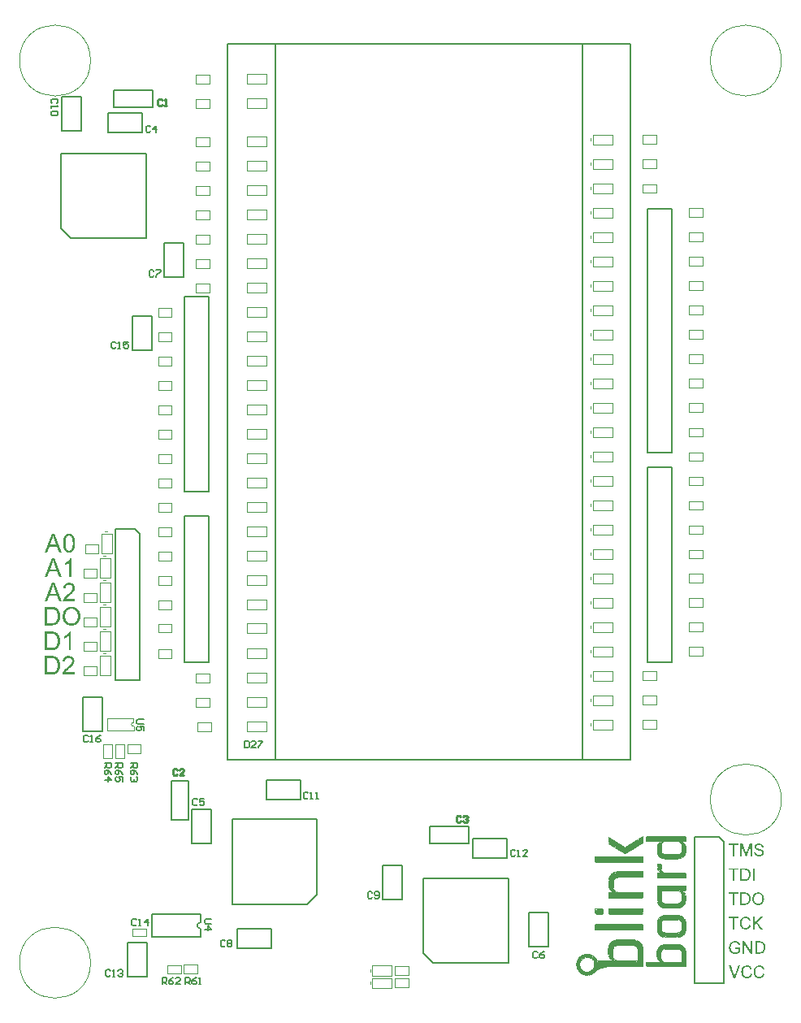
<source format=gto>
G04*
G04 #@! TF.GenerationSoftware,Altium Limited,Altium Designer,19.0.14 (431)*
G04*
G04 Layer_Color=65535*
%FSLAX44Y44*%
%MOMM*%
G71*
G01*
G75*
%ADD10C,0.0800*%
%ADD11C,0.1000*%
%ADD12C,0.2000*%
%ADD13C,0.2540*%
%ADD14C,0.1800*%
%ADD15R,0.0762X0.3556*%
%ADD16R,0.1016X0.1524*%
%ADD17R,0.3556X0.0762*%
%ADD18R,0.1524X0.1016*%
G36*
X697320Y171382D02*
X697730D01*
Y166250D01*
X697525D01*
Y166045D01*
X697114D01*
Y165839D01*
X696704D01*
Y166045D01*
X696499D01*
Y165839D01*
X694651D01*
Y165429D01*
X694856D01*
Y165224D01*
X695472D01*
Y165018D01*
X695677D01*
Y164813D01*
X695883D01*
Y164608D01*
X696088D01*
Y164402D01*
X696293D01*
Y164197D01*
X696499D01*
Y163787D01*
X696704D01*
Y163581D01*
X696909D01*
Y163171D01*
X697114D01*
Y162760D01*
X697320D01*
Y162349D01*
X697525D01*
Y161734D01*
X697730D01*
Y154138D01*
X697525D01*
Y153317D01*
X697320D01*
Y152701D01*
X697114D01*
Y152906D01*
X696909D01*
Y152701D01*
X697114D01*
Y152290D01*
X696909D01*
Y151880D01*
X696704D01*
Y151469D01*
X696293D01*
Y151264D01*
X696088D01*
Y151058D01*
X696293D01*
Y150648D01*
X695883D01*
Y150442D01*
X695677D01*
Y150032D01*
X695267D01*
Y149827D01*
X695062D01*
Y149621D01*
X694856D01*
Y149416D01*
X694651D01*
Y149211D01*
X694240D01*
Y149005D01*
X694035D01*
Y149211D01*
X693830D01*
Y149005D01*
X694035D01*
Y148800D01*
X693830D01*
Y149005D01*
X693624D01*
Y148595D01*
X693009D01*
Y148390D01*
X692803D01*
Y148184D01*
X692188D01*
Y147979D01*
X690956D01*
Y147774D01*
X689724D01*
Y147568D01*
X675559D01*
Y147774D01*
X674122D01*
Y147979D01*
X672890D01*
Y148184D01*
X672274D01*
Y148390D01*
X671864D01*
Y148595D01*
X671248D01*
Y148800D01*
X670837D01*
Y149211D01*
X670426D01*
Y149416D01*
X670221D01*
Y149621D01*
X670016D01*
Y149827D01*
X669605D01*
Y150032D01*
X669400D01*
Y150442D01*
X669195D01*
Y150648D01*
X668784D01*
Y151058D01*
X668579D01*
Y151469D01*
X668374D01*
Y151674D01*
X668168D01*
Y152290D01*
X667963D01*
Y152701D01*
X667758D01*
Y153317D01*
X667552D01*
Y154138D01*
X667758D01*
Y154343D01*
X667552D01*
Y154754D01*
X667347D01*
Y155575D01*
X667552D01*
Y155780D01*
X667347D01*
Y161118D01*
X667552D01*
Y162349D01*
X667758D01*
Y162555D01*
X667963D01*
Y163171D01*
X668168D01*
Y163787D01*
X668579D01*
Y164197D01*
X668784D01*
Y164402D01*
X668989D01*
Y164608D01*
X669195D01*
Y164813D01*
X669400D01*
Y165018D01*
X669605D01*
Y165224D01*
X670221D01*
Y165429D01*
X670426D01*
Y165839D01*
X656467D01*
Y166045D01*
X655851D01*
Y166661D01*
X655646D01*
Y167071D01*
X655851D01*
Y167276D01*
X655646D01*
Y171177D01*
X655851D01*
Y171382D01*
X656261D01*
Y171177D01*
X656467D01*
Y171382D01*
X656261D01*
Y171588D01*
X697320D01*
Y171382D01*
D02*
G37*
G36*
X652771D02*
X652977D01*
Y170972D01*
X653182D01*
Y165634D01*
X652977D01*
Y164608D01*
X652771D01*
Y164402D01*
X652566D01*
Y164197D01*
X652361D01*
Y163787D01*
X651950D01*
Y163581D01*
X651745D01*
Y163376D01*
X651540D01*
Y163171D01*
X651129D01*
Y163376D01*
X650924D01*
Y162965D01*
X650719D01*
Y162760D01*
X650513D01*
Y162965D01*
X650308D01*
Y162760D01*
X650103D01*
Y162349D01*
X649692D01*
Y162144D01*
X649281D01*
Y161939D01*
X649076D01*
Y161734D01*
X648666D01*
Y161528D01*
X648255D01*
Y161323D01*
X648050D01*
Y161118D01*
X647639D01*
Y160912D01*
X647229D01*
Y160707D01*
X647023D01*
Y160502D01*
X646818D01*
Y160296D01*
X646202D01*
Y160091D01*
X645997D01*
Y159886D01*
X645586D01*
Y159681D01*
X645176D01*
Y159475D01*
X644970D01*
Y159270D01*
X644354D01*
Y158860D01*
X643944D01*
Y158654D01*
X643533D01*
Y158244D01*
X642917D01*
Y158038D01*
X642712D01*
Y157833D01*
X642301D01*
Y157628D01*
X641891D01*
Y157423D01*
X641480D01*
Y157217D01*
X641275D01*
Y157012D01*
X640864D01*
Y156807D01*
X640659D01*
Y156601D01*
X640249D01*
Y156396D01*
X640043D01*
Y156191D01*
X639427D01*
Y155780D01*
X639017D01*
Y155575D01*
X638606D01*
Y155370D01*
X638196D01*
Y155164D01*
X637990D01*
Y154959D01*
X637580D01*
Y154754D01*
X637169D01*
Y154548D01*
X636964D01*
Y154754D01*
X636759D01*
Y154548D01*
X636964D01*
Y154343D01*
X636553D01*
Y154138D01*
X636143D01*
Y153933D01*
X635938D01*
Y154138D01*
X635732D01*
Y153933D01*
X635938D01*
Y153727D01*
X635732D01*
Y153522D01*
X635116D01*
Y153317D01*
X634500D01*
Y153111D01*
X634090D01*
Y153317D01*
X633679D01*
Y153522D01*
X633063D01*
Y153727D01*
X632858D01*
Y153933D01*
X632448D01*
Y154138D01*
X632037D01*
Y154343D01*
X631832D01*
Y154548D01*
X631421D01*
Y154754D01*
X631011D01*
Y155164D01*
X630395D01*
Y155370D01*
X630189D01*
Y155780D01*
X629984D01*
Y155575D01*
X629779D01*
Y155780D01*
X629368D01*
Y155985D01*
X628957D01*
Y156191D01*
X628547D01*
Y156396D01*
X628342D01*
Y156601D01*
X628136D01*
Y156807D01*
X627726D01*
Y157012D01*
X627315D01*
Y157217D01*
X626905D01*
Y157423D01*
X626699D01*
Y157628D01*
X626289D01*
Y157833D01*
X625878D01*
Y158038D01*
X625673D01*
Y158244D01*
X625057D01*
Y158654D01*
X624646D01*
Y158860D01*
X624236D01*
Y159065D01*
X623825D01*
Y159270D01*
X623415D01*
Y159475D01*
X623209D01*
Y159681D01*
X622799D01*
Y159886D01*
X622593D01*
Y160091D01*
X622183D01*
Y160296D01*
X621772D01*
Y160502D01*
X621362D01*
Y160707D01*
X621157D01*
Y160912D01*
X620746D01*
Y161118D01*
X620335D01*
Y161323D01*
X620130D01*
Y161528D01*
X619925D01*
Y161734D01*
X619309D01*
Y161939D01*
X619104D01*
Y162144D01*
X618693D01*
Y162349D01*
X618282D01*
Y162555D01*
X618077D01*
Y162760D01*
X617667D01*
Y163171D01*
X617051D01*
Y163581D01*
X616845D01*
Y163787D01*
X616640D01*
Y170767D01*
X617051D01*
Y170972D01*
X617256D01*
Y170767D01*
X617667D01*
Y170561D01*
X618077D01*
Y170356D01*
X618282D01*
Y170151D01*
X618693D01*
Y169945D01*
X619104D01*
Y169740D01*
X619309D01*
Y169535D01*
X619514D01*
Y169329D01*
X620130D01*
Y168919D01*
X620541D01*
Y168713D01*
X620951D01*
Y168508D01*
X621362D01*
Y168303D01*
X621567D01*
Y168098D01*
X621772D01*
Y167892D01*
X622388D01*
Y167687D01*
X622593D01*
Y167276D01*
X623415D01*
Y167071D01*
X623620D01*
Y166866D01*
X623825D01*
Y166661D01*
X624236D01*
Y166455D01*
X624646D01*
Y166250D01*
X624852D01*
Y166045D01*
X625057D01*
Y165839D01*
X625673D01*
Y165634D01*
X625878D01*
Y165429D01*
X626083D01*
Y165224D01*
X626494D01*
Y165018D01*
X626905D01*
Y164813D01*
X627110D01*
Y164608D01*
X627520D01*
Y164402D01*
X627726D01*
Y163992D01*
X627931D01*
Y164197D01*
X628136D01*
Y163992D01*
X628342D01*
Y163787D01*
X628957D01*
Y163581D01*
X629163D01*
Y163376D01*
X629368D01*
Y163171D01*
X629779D01*
Y162965D01*
X630189D01*
Y162760D01*
X630395D01*
Y162555D01*
X630805D01*
Y162349D01*
X631011D01*
Y162144D01*
X631421D01*
Y161939D01*
X631626D01*
Y161734D01*
X632037D01*
Y161528D01*
X632448D01*
Y161323D01*
X632653D01*
Y161118D01*
X633063D01*
Y160912D01*
X633269D01*
Y160707D01*
X633679D01*
Y160502D01*
X634090D01*
Y160296D01*
X634295D01*
Y160502D01*
X634706D01*
Y160707D01*
X635116D01*
Y161118D01*
X635732D01*
Y161323D01*
X635938D01*
Y161528D01*
X636348D01*
Y161734D01*
X636759D01*
Y161939D01*
X636964D01*
Y162144D01*
X637169D01*
Y162349D01*
X637785D01*
Y162555D01*
X637990D01*
Y162349D01*
X638196D01*
Y162555D01*
X637990D01*
Y162760D01*
X638196D01*
Y162965D01*
X638606D01*
Y163171D01*
X638811D01*
Y162965D01*
X639017D01*
Y163376D01*
X639222D01*
Y163581D01*
X639427D01*
Y163787D01*
X640043D01*
Y163992D01*
X640249D01*
Y164197D01*
X640659D01*
Y164402D01*
X640864D01*
Y164608D01*
X641275D01*
Y164813D01*
X641480D01*
Y164608D01*
X641686D01*
Y164402D01*
X641891D01*
Y164608D01*
X641686D01*
Y164813D01*
X641480D01*
Y165018D01*
X641891D01*
Y165224D01*
X642301D01*
Y165429D01*
X642507D01*
Y165634D01*
X642712D01*
Y165839D01*
X643328D01*
Y166045D01*
X643533D01*
Y166250D01*
X643739D01*
Y166455D01*
X644149D01*
Y166661D01*
X644560D01*
Y166866D01*
X644765D01*
Y167071D01*
X644970D01*
Y167276D01*
X645381D01*
Y167482D01*
X645791D01*
Y167687D01*
X645997D01*
Y167892D01*
X646613D01*
Y168098D01*
X646818D01*
Y168303D01*
X647023D01*
Y168098D01*
X647229D01*
Y168303D01*
X647023D01*
Y168508D01*
X647434D01*
Y168713D01*
X647844D01*
Y168919D01*
X648050D01*
Y169124D01*
X648255D01*
Y169329D01*
X648871D01*
Y169535D01*
X649076D01*
Y169740D01*
X649281D01*
Y169945D01*
X649692D01*
Y170151D01*
X649897D01*
Y169945D01*
X650103D01*
Y170356D01*
X650513D01*
Y170767D01*
X650924D01*
Y170972D01*
X651334D01*
Y171177D01*
X651540D01*
Y171382D01*
X652156D01*
Y171588D01*
X652771D01*
Y171382D01*
D02*
G37*
G36*
X652566Y150442D02*
X652977D01*
Y149827D01*
X653182D01*
Y144900D01*
X652977D01*
Y144284D01*
X652771D01*
Y144079D01*
X652361D01*
Y143873D01*
X603501D01*
Y144079D01*
X602886D01*
Y144489D01*
X602680D01*
Y144694D01*
X602475D01*
Y150032D01*
X602886D01*
Y150237D01*
X602680D01*
Y150442D01*
X602886D01*
Y150237D01*
X603091D01*
Y150442D01*
X602886D01*
Y150648D01*
X604323D01*
Y150442D01*
X604528D01*
Y150648D01*
X652566D01*
Y150442D01*
D02*
G37*
G36*
X652771Y134840D02*
X652977D01*
Y134225D01*
X653182D01*
Y129092D01*
X652977D01*
Y128682D01*
X652771D01*
Y128476D01*
X652361D01*
Y128271D01*
X626699D01*
Y128066D01*
X625262D01*
Y127860D01*
X624852D01*
Y127655D01*
X624646D01*
Y127450D01*
X624236D01*
Y127245D01*
X623825D01*
Y127039D01*
X623620D01*
Y126834D01*
X623415D01*
Y126423D01*
X623209D01*
Y126218D01*
X623004D01*
Y125808D01*
X622799D01*
Y125602D01*
X622593D01*
Y124576D01*
X622388D01*
Y124781D01*
X622183D01*
Y124576D01*
X622388D01*
Y117801D01*
X622593D01*
Y117185D01*
X622799D01*
Y116364D01*
X623004D01*
Y115954D01*
X623209D01*
Y115748D01*
X623415D01*
Y115338D01*
X623620D01*
Y115132D01*
X623825D01*
Y114927D01*
X624031D01*
Y114722D01*
X624236D01*
Y114516D01*
X624441D01*
Y114106D01*
X624646D01*
Y114311D01*
X624852D01*
Y114106D01*
X625262D01*
Y113901D01*
X625673D01*
Y113695D01*
X626699D01*
Y113490D01*
X628342D01*
Y113285D01*
X652771D01*
Y113079D01*
X652977D01*
Y112464D01*
X653182D01*
Y107536D01*
X652977D01*
Y106921D01*
X652771D01*
Y107126D01*
X652566D01*
Y106921D01*
X652771D01*
Y106715D01*
X616845D01*
Y106921D01*
X616640D01*
Y113079D01*
X616845D01*
Y112874D01*
X617051D01*
Y113079D01*
X617256D01*
Y113285D01*
X620541D01*
Y113490D01*
X620335D01*
Y113901D01*
X620130D01*
Y114106D01*
X619925D01*
Y114311D01*
X619309D01*
Y114516D01*
X619104D01*
Y114722D01*
X618898D01*
Y114927D01*
X618693D01*
Y115132D01*
X618488D01*
Y115338D01*
X618282D01*
Y115543D01*
X618077D01*
Y115748D01*
X617872D01*
Y116159D01*
X617667D01*
Y116364D01*
X617461D01*
Y116775D01*
X617256D01*
Y117390D01*
X617051D01*
Y117801D01*
X616845D01*
Y118417D01*
X616640D01*
Y127450D01*
X616845D01*
Y128066D01*
X617051D01*
Y128682D01*
X617256D01*
Y129503D01*
X617461D01*
Y129708D01*
X617667D01*
Y130119D01*
X617872D01*
Y130324D01*
X618077D01*
Y130940D01*
X618282D01*
Y131145D01*
X618488D01*
Y131350D01*
X618693D01*
Y131556D01*
X618898D01*
Y131966D01*
X619309D01*
Y132377D01*
X619514D01*
Y132582D01*
X619719D01*
Y132787D01*
X620130D01*
Y132993D01*
X620335D01*
Y133198D01*
X620541D01*
Y132993D01*
X620746D01*
Y133609D01*
X621362D01*
Y133814D01*
X621772D01*
Y134019D01*
X622183D01*
Y134225D01*
X622799D01*
Y134430D01*
X623620D01*
Y134635D01*
X624031D01*
Y134840D01*
X624646D01*
Y134635D01*
X624852D01*
Y135046D01*
X652771D01*
Y134840D01*
D02*
G37*
G36*
X671658Y143052D02*
X672069D01*
Y142641D01*
X672274D01*
Y136893D01*
X672069D01*
Y136688D01*
X672274D01*
Y136483D01*
X672479D01*
Y136072D01*
X672685D01*
Y135661D01*
X672890D01*
Y135251D01*
X673095D01*
Y135046D01*
X673301D01*
Y134840D01*
X673711D01*
Y134430D01*
X673916D01*
Y134225D01*
X674532D01*
Y134019D01*
X674943D01*
Y133814D01*
X675353D01*
Y133609D01*
X676175D01*
Y133403D01*
X676380D01*
Y133609D01*
X676791D01*
Y133403D01*
X676996D01*
Y133609D01*
X678022D01*
Y133403D01*
X678228D01*
Y133609D01*
X697114D01*
Y133198D01*
X697320D01*
Y133403D01*
X697525D01*
Y133198D01*
X697730D01*
Y128066D01*
X696909D01*
Y127860D01*
X668168D01*
Y128066D01*
X667552D01*
Y128271D01*
X667347D01*
Y133198D01*
X667552D01*
Y133403D01*
X667963D01*
Y133609D01*
X670632D01*
Y134019D01*
X670426D01*
Y134225D01*
X669811D01*
Y134430D01*
X669605D01*
Y134635D01*
X669400D01*
Y134840D01*
X669195D01*
Y135046D01*
X668989D01*
Y135251D01*
X668784D01*
Y135661D01*
X668374D01*
Y136072D01*
X668168D01*
Y136483D01*
X668374D01*
Y136688D01*
X667963D01*
Y136893D01*
X667758D01*
Y137509D01*
X667552D01*
Y138536D01*
X667347D01*
Y141820D01*
X667552D01*
Y142026D01*
X667347D01*
Y142847D01*
X667552D01*
Y143052D01*
X667758D01*
Y143257D01*
X671658D01*
Y143052D01*
D02*
G37*
G36*
X697320Y119854D02*
X697730D01*
Y114722D01*
X697525D01*
Y114516D01*
X694651D01*
Y113901D01*
X694856D01*
Y113695D01*
X695472D01*
Y113490D01*
X695677D01*
Y113285D01*
X695883D01*
Y113079D01*
X696293D01*
Y112669D01*
X696499D01*
Y112258D01*
X696909D01*
Y111642D01*
X697114D01*
Y111232D01*
X697320D01*
Y110821D01*
X697525D01*
Y110205D01*
X697730D01*
Y103841D01*
X697525D01*
Y103636D01*
X697730D01*
Y103225D01*
X697525D01*
Y102815D01*
X697320D01*
Y101994D01*
X697114D01*
Y101378D01*
X696909D01*
Y100762D01*
X696704D01*
Y100557D01*
X696499D01*
Y100146D01*
X696293D01*
Y99735D01*
X696088D01*
Y99530D01*
X695883D01*
Y99325D01*
X695677D01*
Y99120D01*
X695472D01*
Y99325D01*
X695267D01*
Y99120D01*
X695472D01*
Y98914D01*
X695062D01*
Y98504D01*
X694856D01*
Y98298D01*
X694651D01*
Y98093D01*
X694240D01*
Y97888D01*
X693830D01*
Y97683D01*
X693624D01*
Y97477D01*
X693419D01*
Y97272D01*
X692598D01*
Y97067D01*
X692188D01*
Y96861D01*
X691572D01*
Y96656D01*
X690956D01*
Y96451D01*
X675764D01*
Y96656D01*
X675559D01*
Y96451D01*
X674327D01*
Y96656D01*
X673506D01*
Y96861D01*
X672890D01*
Y97067D01*
X672274D01*
Y97272D01*
X671658D01*
Y97683D01*
X671042D01*
Y98093D01*
X670837D01*
Y97888D01*
X670632D01*
Y98298D01*
X670221D01*
Y98504D01*
X669811D01*
Y98709D01*
X669605D01*
Y99120D01*
X669400D01*
Y99325D01*
X669195D01*
Y99530D01*
X668989D01*
Y99735D01*
X668784D01*
Y100146D01*
X668579D01*
Y100557D01*
X668374D01*
Y100762D01*
X668168D01*
Y101378D01*
X667963D01*
Y101994D01*
X667758D01*
Y102404D01*
X667552D01*
Y102610D01*
X667758D01*
Y102815D01*
X667552D01*
Y103636D01*
X667347D01*
Y104047D01*
X667552D01*
Y104252D01*
X667347D01*
Y119238D01*
X667552D01*
Y119443D01*
X667347D01*
Y119854D01*
X667758D01*
Y120059D01*
X697320D01*
Y119854D01*
D02*
G37*
G36*
X652361Y96656D02*
X652977D01*
Y96451D01*
X652771D01*
Y96245D01*
X652977D01*
Y96040D01*
X653182D01*
Y90908D01*
X652977D01*
Y90292D01*
X652361D01*
Y90087D01*
X617256D01*
Y90292D01*
X616640D01*
Y91113D01*
X616845D01*
Y91318D01*
X616640D01*
Y96451D01*
X616845D01*
Y96656D01*
X617256D01*
Y96861D01*
X652361D01*
Y96656D01*
D02*
G37*
G36*
X610481D02*
X610892D01*
Y96451D01*
X611097D01*
Y96040D01*
X611302D01*
Y90908D01*
X611097D01*
Y90292D01*
X610687D01*
Y90087D01*
X604117D01*
Y90292D01*
X603912D01*
Y90087D01*
X603707D01*
Y90292D01*
X603501D01*
Y90087D01*
X603296D01*
Y90292D01*
X602886D01*
Y90497D01*
X602680D01*
Y90908D01*
X602886D01*
Y91113D01*
X602680D01*
Y96451D01*
X602886D01*
Y96656D01*
X603296D01*
Y96861D01*
X610481D01*
Y96656D01*
D02*
G37*
G36*
X690956Y89471D02*
X691572D01*
Y89265D01*
X692188D01*
Y89060D01*
X692803D01*
Y88855D01*
X693419D01*
Y88650D01*
X693624D01*
Y88444D01*
X693830D01*
Y88239D01*
X694240D01*
Y88034D01*
X694651D01*
Y87829D01*
X694856D01*
Y87623D01*
X695062D01*
Y87418D01*
X695267D01*
Y87213D01*
X695472D01*
Y87007D01*
X695677D01*
Y86802D01*
X695883D01*
Y86597D01*
X695677D01*
Y86391D01*
X696088D01*
Y86186D01*
X696293D01*
Y85775D01*
X696499D01*
Y85570D01*
X696704D01*
Y85365D01*
X696909D01*
Y84749D01*
X697114D01*
Y84133D01*
X697320D01*
Y83517D01*
X697525D01*
Y82901D01*
X697730D01*
Y72842D01*
X697525D01*
Y72432D01*
X696909D01*
Y72226D01*
X697525D01*
Y71816D01*
X697320D01*
Y71405D01*
X697114D01*
Y70995D01*
X696909D01*
Y70379D01*
X696704D01*
Y70173D01*
X696499D01*
Y69763D01*
X696293D01*
Y69352D01*
X696088D01*
Y68942D01*
X695677D01*
Y68531D01*
X695472D01*
Y68326D01*
X695062D01*
Y68531D01*
X694856D01*
Y68326D01*
X695062D01*
Y67915D01*
X694856D01*
Y67710D01*
X694446D01*
Y67505D01*
X694240D01*
Y67299D01*
X693830D01*
Y67094D01*
X693624D01*
Y66889D01*
X693214D01*
Y67094D01*
X693009D01*
Y66683D01*
X692598D01*
Y66478D01*
X692188D01*
Y66273D01*
X691982D01*
Y66478D01*
X691777D01*
Y66273D01*
X690956D01*
Y66068D01*
X689724D01*
Y65862D01*
X689108D01*
Y66068D01*
X688698D01*
Y65862D01*
X675353D01*
Y66068D01*
X674122D01*
Y66273D01*
X673506D01*
Y66478D01*
X673301D01*
Y66273D01*
X672890D01*
Y66478D01*
X672479D01*
Y66683D01*
X672069D01*
Y66889D01*
X671453D01*
Y67094D01*
X671042D01*
Y67299D01*
X670837D01*
Y67505D01*
X670632D01*
Y67710D01*
X670221D01*
Y67915D01*
X670016D01*
Y68120D01*
X669811D01*
Y68326D01*
X669605D01*
Y68531D01*
X669400D01*
Y68942D01*
X668989D01*
Y69147D01*
X668784D01*
Y69557D01*
X668579D01*
Y69968D01*
X668374D01*
Y70379D01*
X668168D01*
Y70995D01*
X667963D01*
Y71405D01*
X667758D01*
Y71816D01*
X667552D01*
Y73253D01*
X667347D01*
Y82286D01*
X667552D01*
Y83723D01*
X667758D01*
Y84133D01*
X667963D01*
Y84749D01*
X668168D01*
Y85365D01*
X668374D01*
Y85570D01*
X668579D01*
Y85365D01*
X668784D01*
Y85570D01*
X668579D01*
Y85981D01*
X668784D01*
Y86391D01*
X668989D01*
Y86597D01*
X669195D01*
Y86802D01*
X669400D01*
Y87007D01*
X669605D01*
Y87213D01*
X669811D01*
Y87418D01*
X670016D01*
Y87623D01*
X670221D01*
Y87829D01*
X670426D01*
Y88034D01*
X670837D01*
Y88239D01*
X671042D01*
Y88444D01*
X671453D01*
Y88650D01*
X671658D01*
Y88855D01*
X672274D01*
Y89060D01*
X672890D01*
Y89265D01*
X673506D01*
Y89471D01*
X674122D01*
Y89676D01*
X690956D01*
Y89471D01*
D02*
G37*
G36*
X652361Y79822D02*
X652771D01*
Y79617D01*
X652977D01*
Y79001D01*
X653182D01*
Y74074D01*
X652977D01*
Y73458D01*
X652771D01*
Y73253D01*
X602886D01*
Y73458D01*
X602680D01*
Y73869D01*
X602475D01*
Y74690D01*
X602680D01*
Y74895D01*
X602475D01*
Y79206D01*
X602680D01*
Y79412D01*
X602886D01*
Y79822D01*
X603296D01*
Y80027D01*
X652361D01*
Y79822D01*
D02*
G37*
G36*
X644149Y64015D02*
X644970D01*
Y63809D01*
X645791D01*
Y63604D01*
X646818D01*
Y63399D01*
X647023D01*
Y63193D01*
X647639D01*
Y62988D01*
X647844D01*
Y62783D01*
X648255D01*
Y62578D01*
X648666D01*
Y62372D01*
X648871D01*
Y62167D01*
X649281D01*
Y61962D01*
X649487D01*
Y61756D01*
X649692D01*
Y61551D01*
X650103D01*
Y61346D01*
X650308D01*
Y60935D01*
X650513D01*
Y60730D01*
X650719D01*
Y60525D01*
X650924D01*
Y60319D01*
X651129D01*
Y60114D01*
X651334D01*
Y59703D01*
X651540D01*
Y59498D01*
X651745D01*
Y58882D01*
X651950D01*
Y58677D01*
X652156D01*
Y58266D01*
X652361D01*
Y57445D01*
X652566D01*
Y56829D01*
X652771D01*
Y56213D01*
X652977D01*
Y53955D01*
X653182D01*
Y36095D01*
X652977D01*
Y35684D01*
X652771D01*
Y35479D01*
X616845D01*
Y35274D01*
X615408D01*
Y35068D01*
X614176D01*
Y34863D01*
X613355D01*
Y34658D01*
X612124D01*
Y34453D01*
X611302D01*
Y34247D01*
X610892D01*
Y34042D01*
X609865D01*
Y33837D01*
X609455D01*
Y33631D01*
X609044D01*
Y33426D01*
X608634D01*
Y33631D01*
X608428D01*
Y33426D01*
X608223D01*
Y33221D01*
X607812D01*
Y33015D01*
X607402D01*
Y32810D01*
X606991D01*
Y32605D01*
X606375D01*
Y32400D01*
X606170D01*
Y32605D01*
X605965D01*
Y32400D01*
X606170D01*
Y32194D01*
X605760D01*
Y31989D01*
X605144D01*
Y31784D01*
X604938D01*
Y31578D01*
X604733D01*
Y31373D01*
X604528D01*
Y31168D01*
X603912D01*
Y30963D01*
X603707D01*
Y30552D01*
X603296D01*
Y30757D01*
X603091D01*
Y30552D01*
X603296D01*
Y30347D01*
X603091D01*
Y30141D01*
X602886D01*
Y29936D01*
X602680D01*
Y29731D01*
X602475D01*
Y29525D01*
X602270D01*
Y29115D01*
X601859D01*
Y28910D01*
X601654D01*
Y28704D01*
X601448D01*
Y28499D01*
X601038D01*
Y28294D01*
X600832D01*
Y28089D01*
X600422D01*
Y27883D01*
X600011D01*
Y27678D01*
X599601D01*
Y27473D01*
X599395D01*
Y27267D01*
X598985D01*
Y27062D01*
X598574D01*
Y27267D01*
X598369D01*
Y27062D01*
X598164D01*
Y26857D01*
X597343D01*
Y26651D01*
X596932D01*
Y26446D01*
X596111D01*
Y26651D01*
X595905D01*
Y26446D01*
X592210D01*
Y26651D01*
X591594D01*
Y26857D01*
X591184D01*
Y27062D01*
X590363D01*
Y27267D01*
X589952D01*
Y27473D01*
X589542D01*
Y27678D01*
X589131D01*
Y27883D01*
X588926D01*
Y28089D01*
X588515D01*
Y28294D01*
X588310D01*
Y28499D01*
X587899D01*
Y28704D01*
X587694D01*
Y28910D01*
X587489D01*
Y29115D01*
X587078D01*
Y29320D01*
X586873D01*
Y29525D01*
X586667D01*
Y29731D01*
X586462D01*
Y30141D01*
X586051D01*
Y30347D01*
X585846D01*
Y30552D01*
X585641D01*
Y30963D01*
X585436D01*
Y31168D01*
X585230D01*
Y31373D01*
X585025D01*
Y31784D01*
X584820D01*
Y31989D01*
X584614D01*
Y32605D01*
X584409D01*
Y32810D01*
X584614D01*
Y33015D01*
X584204D01*
Y33221D01*
X583999D01*
Y33631D01*
X583793D01*
Y34453D01*
X583588D01*
Y35274D01*
X583383D01*
Y36095D01*
X583177D01*
Y37327D01*
X582972D01*
Y38353D01*
X583177D01*
Y39585D01*
X583383D01*
Y40406D01*
X583793D01*
Y40611D01*
X583588D01*
Y41227D01*
X583793D01*
Y41432D01*
X583999D01*
Y41638D01*
X583793D01*
Y41843D01*
X583999D01*
Y42254D01*
X584204D01*
Y42459D01*
X584409D01*
Y43280D01*
X584614D01*
Y43691D01*
X584820D01*
Y43896D01*
X585025D01*
Y44307D01*
X585230D01*
Y44512D01*
X585436D01*
Y44717D01*
X585641D01*
Y45128D01*
X585846D01*
Y45333D01*
X586051D01*
Y45128D01*
X586257D01*
Y45333D01*
X586051D01*
Y45538D01*
X586257D01*
Y45744D01*
X586462D01*
Y45949D01*
X586667D01*
Y46154D01*
X586873D01*
Y46360D01*
X587078D01*
Y46565D01*
X587283D01*
Y46770D01*
X587694D01*
Y46975D01*
X587899D01*
Y47181D01*
X588310D01*
Y47386D01*
X588515D01*
Y47181D01*
X588720D01*
Y47386D01*
X588515D01*
Y47591D01*
X588720D01*
Y47386D01*
X588926D01*
Y47591D01*
X588720D01*
Y47797D01*
X589131D01*
Y48002D01*
X589542D01*
Y48207D01*
X589952D01*
Y48412D01*
X590568D01*
Y48618D01*
X591184D01*
Y48823D01*
X591594D01*
Y49028D01*
X592416D01*
Y49234D01*
X596727D01*
Y49028D01*
X597548D01*
Y48823D01*
X598164D01*
Y48618D01*
X598574D01*
Y48207D01*
X598780D01*
Y48412D01*
X599395D01*
Y48207D01*
X599601D01*
Y48002D01*
X600011D01*
Y47797D01*
X600422D01*
Y47591D01*
X600832D01*
Y47386D01*
X601038D01*
Y47181D01*
X601448D01*
Y46975D01*
X601654D01*
Y46770D01*
X601859D01*
Y46565D01*
X602064D01*
Y46360D01*
X602270D01*
Y46154D01*
X602475D01*
Y45949D01*
X602886D01*
Y45538D01*
X603091D01*
Y45333D01*
X603296D01*
Y45128D01*
X603501D01*
Y44922D01*
X603707D01*
Y44512D01*
X603912D01*
Y44307D01*
X604117D01*
Y44101D01*
X604323D01*
Y43691D01*
X604528D01*
Y43280D01*
X604733D01*
Y43075D01*
X604938D01*
Y42459D01*
X605144D01*
Y42048D01*
X605965D01*
Y41843D01*
X606170D01*
Y42048D01*
X620130D01*
Y42870D01*
X619309D01*
Y43075D01*
X619104D01*
Y43280D01*
X618898D01*
Y43485D01*
X618693D01*
Y43691D01*
X618282D01*
Y44101D01*
X618077D01*
Y44307D01*
X617872D01*
Y44512D01*
X617667D01*
Y44717D01*
X617461D01*
Y44922D01*
X617256D01*
Y45538D01*
X617051D01*
Y45744D01*
X616845D01*
Y46360D01*
X616640D01*
Y47181D01*
X616435D01*
Y48207D01*
X616230D01*
Y54982D01*
X616435D01*
Y56008D01*
X616640D01*
Y57035D01*
X616845D01*
Y57650D01*
X617051D01*
Y58061D01*
X617256D01*
Y58882D01*
X617461D01*
Y59088D01*
X617667D01*
Y59498D01*
X617872D01*
Y59703D01*
X618077D01*
Y60114D01*
X618282D01*
Y60319D01*
X618488D01*
Y60525D01*
X618693D01*
Y60935D01*
X618898D01*
Y61140D01*
X619104D01*
Y61346D01*
X619309D01*
Y61551D01*
X619514D01*
Y61346D01*
X619719D01*
Y61551D01*
X619514D01*
Y61756D01*
X619925D01*
Y61962D01*
X620130D01*
Y62167D01*
X620335D01*
Y62372D01*
X620746D01*
Y62578D01*
X620951D01*
Y62783D01*
X621362D01*
Y62988D01*
X621772D01*
Y63193D01*
X622183D01*
Y63399D01*
X622593D01*
Y63604D01*
X623620D01*
Y63809D01*
X624236D01*
Y64015D01*
X625262D01*
Y64220D01*
X626699D01*
Y64015D01*
X626905D01*
Y64220D01*
X644149D01*
Y64015D01*
D02*
G37*
G36*
X689929Y59088D02*
X690956D01*
Y58882D01*
X691777D01*
Y58677D01*
X692598D01*
Y58472D01*
X693009D01*
Y58061D01*
X693214D01*
Y58266D01*
X693419D01*
Y58061D01*
X693830D01*
Y57856D01*
X694240D01*
Y57650D01*
X694446D01*
Y57445D01*
X694856D01*
Y57035D01*
X695062D01*
Y56829D01*
X695267D01*
Y56624D01*
X695677D01*
Y56213D01*
X695883D01*
Y56008D01*
X696088D01*
Y55803D01*
X696293D01*
Y55392D01*
X696499D01*
Y55187D01*
X696704D01*
Y54776D01*
X696909D01*
Y54161D01*
X697114D01*
Y53750D01*
X697320D01*
Y53134D01*
X697525D01*
Y52929D01*
X697320D01*
Y52723D01*
X697525D01*
Y52518D01*
X697730D01*
Y50671D01*
X697320D01*
Y50465D01*
X697730D01*
Y35479D01*
X697320D01*
Y35274D01*
X656056D01*
Y35479D01*
X655851D01*
Y35684D01*
X655646D01*
Y40406D01*
X655851D01*
Y40611D01*
X656056D01*
Y40817D01*
X670221D01*
Y41432D01*
X669811D01*
Y41638D01*
X669400D01*
Y41843D01*
X669195D01*
Y42048D01*
X668989D01*
Y42254D01*
X668784D01*
Y42459D01*
X668579D01*
Y42664D01*
X668374D01*
Y42870D01*
X668168D01*
Y43280D01*
X667963D01*
Y43691D01*
X667758D01*
Y43896D01*
X667552D01*
Y44922D01*
X667347D01*
Y45333D01*
X667142D01*
Y45744D01*
X667347D01*
Y45949D01*
X667142D01*
Y46360D01*
X666937D01*
Y50876D01*
X667142D01*
Y52108D01*
X667347D01*
Y53134D01*
X667552D01*
Y53955D01*
X667758D01*
Y54366D01*
X667963D01*
Y54571D01*
X668168D01*
Y55392D01*
X668579D01*
Y55803D01*
X668784D01*
Y56213D01*
X668989D01*
Y56419D01*
X669195D01*
Y56624D01*
X669400D01*
Y56829D01*
X669605D01*
Y57035D01*
X669811D01*
Y57240D01*
X670016D01*
Y57445D01*
X670426D01*
Y57650D01*
X670632D01*
Y57856D01*
X670837D01*
Y58061D01*
X671453D01*
Y58266D01*
X671658D01*
Y58472D01*
X672274D01*
Y58677D01*
X673095D01*
Y58882D01*
X673711D01*
Y59088D01*
X674532D01*
Y58882D01*
X674738D01*
Y59088D01*
X674943D01*
Y59293D01*
X689929D01*
Y59088D01*
D02*
G37*
G36*
X36526Y410659D02*
X36748D01*
X36984Y410645D01*
X37247D01*
X37802Y410603D01*
X38371Y410562D01*
X38648Y410520D01*
X38911Y410493D01*
X39161Y410451D01*
X39397Y410396D01*
X39411D01*
X39466Y410382D01*
X39549Y410354D01*
X39674Y410326D01*
X39813Y410271D01*
X39979Y410215D01*
X40160Y410160D01*
X40368Y410076D01*
X40798Y409896D01*
X41269Y409647D01*
X41741Y409369D01*
X41976Y409203D01*
X42198Y409022D01*
X42212Y409009D01*
X42268Y408967D01*
X42351Y408884D01*
X42448Y408787D01*
X42573Y408662D01*
X42725Y408509D01*
X42878Y408329D01*
X43058Y408135D01*
X43238Y407899D01*
X43419Y407649D01*
X43613Y407386D01*
X43807Y407095D01*
X43987Y406776D01*
X44154Y406457D01*
X44320Y406096D01*
X44473Y405736D01*
X44487Y405708D01*
X44500Y405639D01*
X44542Y405541D01*
X44598Y405389D01*
X44653Y405195D01*
X44708Y404973D01*
X44778Y404709D01*
X44861Y404418D01*
X44930Y404099D01*
X45000Y403739D01*
X45055Y403364D01*
X45111Y402962D01*
X45166Y402546D01*
X45208Y402102D01*
X45222Y401645D01*
X45235Y401173D01*
Y401145D01*
Y401076D01*
Y400965D01*
X45222Y400798D01*
Y400618D01*
X45208Y400396D01*
X45194Y400147D01*
X45166Y399869D01*
X45138Y399578D01*
X45111Y399259D01*
X45013Y398607D01*
X44889Y397942D01*
X44722Y397290D01*
Y397276D01*
X44695Y397220D01*
X44667Y397123D01*
X44625Y397012D01*
X44584Y396874D01*
X44514Y396707D01*
X44445Y396513D01*
X44362Y396319D01*
X44181Y395875D01*
X43946Y395404D01*
X43696Y394946D01*
X43405Y394502D01*
X43391Y394488D01*
X43363Y394461D01*
X43322Y394391D01*
X43266Y394322D01*
X43197Y394225D01*
X43100Y394114D01*
X42892Y393864D01*
X42628Y393587D01*
X42337Y393296D01*
X42004Y393018D01*
X41657Y392755D01*
X41644D01*
X41616Y392727D01*
X41560Y392699D01*
X41491Y392658D01*
X41394Y392602D01*
X41283Y392547D01*
X41158Y392477D01*
X41020Y392408D01*
X40853Y392325D01*
X40687Y392242D01*
X40493Y392172D01*
X40298Y392089D01*
X39855Y391937D01*
X39369Y391798D01*
X39355D01*
X39314Y391784D01*
X39230Y391770D01*
X39133Y391743D01*
X39009Y391729D01*
X38856Y391701D01*
X38676Y391673D01*
X38482Y391645D01*
X38260Y391604D01*
X38024Y391576D01*
X37774Y391548D01*
X37497Y391534D01*
X37220Y391507D01*
X36914Y391493D01*
X36290Y391479D01*
X29370D01*
Y410673D01*
X36346D01*
X36526Y410659D01*
D02*
G37*
G36*
X57398Y410992D02*
X57578D01*
X57814Y410964D01*
X58092Y410936D01*
X58397Y410895D01*
X58729Y410853D01*
X59090Y410784D01*
X59478Y410701D01*
X59880Y410590D01*
X60283Y410465D01*
X60699Y410326D01*
X61115Y410146D01*
X61531Y409952D01*
X61933Y409730D01*
X61961Y409716D01*
X62030Y409674D01*
X62141Y409605D01*
X62280Y409494D01*
X62460Y409369D01*
X62668Y409217D01*
X62890Y409022D01*
X63140Y408815D01*
X63403Y408579D01*
X63667Y408315D01*
X63944Y408024D01*
X64207Y407705D01*
X64471Y407358D01*
X64734Y406998D01*
X64970Y406609D01*
X65192Y406193D01*
X65206Y406166D01*
X65248Y406096D01*
X65303Y405971D01*
X65372Y405791D01*
X65456Y405583D01*
X65553Y405320D01*
X65650Y405028D01*
X65761Y404696D01*
X65858Y404335D01*
X65955Y403933D01*
X66052Y403517D01*
X66135Y403059D01*
X66218Y402588D01*
X66274Y402088D01*
X66301Y401575D01*
X66315Y401048D01*
Y401034D01*
Y401020D01*
Y400979D01*
Y400923D01*
Y400854D01*
X66301Y400757D01*
Y400549D01*
X66274Y400299D01*
X66260Y400008D01*
X66218Y399661D01*
X66163Y399301D01*
X66107Y398899D01*
X66024Y398483D01*
X65927Y398053D01*
X65816Y397609D01*
X65677Y397151D01*
X65525Y396707D01*
X65345Y396264D01*
X65137Y395820D01*
X65123Y395792D01*
X65081Y395723D01*
X65012Y395598D01*
X64915Y395445D01*
X64804Y395251D01*
X64651Y395029D01*
X64471Y394780D01*
X64277Y394516D01*
X64055Y394239D01*
X63805Y393961D01*
X63528Y393670D01*
X63237Y393379D01*
X62904Y393102D01*
X62557Y392824D01*
X62183Y392575D01*
X61794Y392339D01*
X61767Y392325D01*
X61697Y392283D01*
X61572Y392228D01*
X61420Y392159D01*
X61212Y392061D01*
X60976Y391964D01*
X60713Y391853D01*
X60408Y391756D01*
X60061Y391645D01*
X59700Y391534D01*
X59326Y391437D01*
X58910Y391340D01*
X58494Y391271D01*
X58050Y391216D01*
X57592Y391174D01*
X57134Y391160D01*
X57010D01*
X56871Y391174D01*
X56677Y391188D01*
X56441Y391202D01*
X56164Y391229D01*
X55845Y391271D01*
X55512Y391326D01*
X55138Y391396D01*
X54749Y391479D01*
X54347Y391590D01*
X53945Y391715D01*
X53529Y391853D01*
X53099Y392034D01*
X52683Y392228D01*
X52281Y392464D01*
X52253Y392477D01*
X52183Y392519D01*
X52073Y392602D01*
X51934Y392699D01*
X51754Y392838D01*
X51546Y392991D01*
X51324Y393185D01*
X51074Y393393D01*
X50824Y393642D01*
X50547Y393906D01*
X50283Y394197D01*
X50020Y394516D01*
X49756Y394863D01*
X49507Y395223D01*
X49271Y395612D01*
X49049Y396028D01*
X49035Y396055D01*
X49008Y396125D01*
X48952Y396250D01*
X48883Y396430D01*
X48800Y396638D01*
X48703Y396888D01*
X48605Y397165D01*
X48508Y397484D01*
X48397Y397831D01*
X48300Y398205D01*
X48203Y398593D01*
X48120Y399010D01*
X48051Y399453D01*
X47995Y399897D01*
X47968Y400355D01*
X47954Y400826D01*
Y400840D01*
Y400882D01*
Y400951D01*
Y401034D01*
X47968Y401145D01*
Y401284D01*
X47981Y401437D01*
X47995Y401617D01*
X48009Y401811D01*
X48037Y402019D01*
X48065Y402241D01*
X48092Y402477D01*
X48176Y402990D01*
X48273Y403545D01*
X48411Y404141D01*
X48578Y404751D01*
X48786Y405375D01*
X49035Y405999D01*
X49327Y406609D01*
X49673Y407206D01*
X49868Y407497D01*
X50062Y407774D01*
X50283Y408038D01*
X50519Y408301D01*
X50533Y408315D01*
X50547Y408329D01*
X50589Y408371D01*
X50644Y408412D01*
X50700Y408482D01*
X50783Y408551D01*
X50991Y408731D01*
X51241Y408925D01*
X51546Y409161D01*
X51906Y409397D01*
X52308Y409660D01*
X52766Y409910D01*
X53265Y410146D01*
X53806Y410382D01*
X54389Y410590D01*
X55026Y410756D01*
X55692Y410895D01*
X56039Y410936D01*
X56399Y410978D01*
X56760Y410992D01*
X57134Y411006D01*
X57259D01*
X57398Y410992D01*
D02*
G37*
G36*
X54999Y435809D02*
X55193Y435796D01*
X55429Y435782D01*
X55692Y435740D01*
X55997Y435698D01*
X56316Y435629D01*
X56663Y435546D01*
X57010Y435449D01*
X57384Y435324D01*
X57745Y435171D01*
X58105Y434991D01*
X58452Y434797D01*
X58785Y434561D01*
X59104Y434284D01*
X59118Y434270D01*
X59173Y434215D01*
X59256Y434131D01*
X59353Y434006D01*
X59478Y433868D01*
X59617Y433688D01*
X59770Y433479D01*
X59922Y433244D01*
X60061Y432980D01*
X60213Y432689D01*
X60352Y432370D01*
X60477Y432037D01*
X60574Y431677D01*
X60657Y431302D01*
X60713Y430900D01*
X60726Y430484D01*
Y430470D01*
Y430428D01*
Y430373D01*
Y430290D01*
X60713Y430179D01*
X60699Y430068D01*
X60685Y429929D01*
X60671Y429777D01*
X60616Y429430D01*
X60532Y429042D01*
X60408Y428639D01*
X60255Y428223D01*
Y428209D01*
X60227Y428168D01*
X60199Y428112D01*
X60158Y428029D01*
X60116Y427932D01*
X60047Y427807D01*
X59978Y427669D01*
X59880Y427516D01*
X59783Y427350D01*
X59672Y427169D01*
X59395Y426767D01*
X59243Y426559D01*
X59076Y426337D01*
X58882Y426115D01*
X58688Y425880D01*
X58674Y425866D01*
X58632Y425824D01*
X58577Y425755D01*
X58480Y425658D01*
X58355Y425533D01*
X58202Y425380D01*
X58036Y425200D01*
X57828Y424992D01*
X57592Y424770D01*
X57315Y424520D01*
X57024Y424243D01*
X56691Y423938D01*
X56330Y423619D01*
X55942Y423272D01*
X55512Y422898D01*
X55054Y422509D01*
X55026Y422496D01*
X54957Y422426D01*
X54860Y422343D01*
X54721Y422218D01*
X54541Y422080D01*
X54361Y421913D01*
X54153Y421733D01*
X53931Y421539D01*
X53459Y421137D01*
X53238Y420928D01*
X53016Y420734D01*
X52808Y420540D01*
X52627Y420374D01*
X52461Y420221D01*
X52336Y420083D01*
X52308Y420055D01*
X52239Y419972D01*
X52128Y419847D01*
X51989Y419694D01*
X51837Y419500D01*
X51670Y419292D01*
X51504Y419056D01*
X51351Y418820D01*
X60754D01*
Y416560D01*
X48078D01*
Y416574D01*
Y416602D01*
Y416643D01*
Y416699D01*
Y416782D01*
X48092Y416865D01*
X48106Y417087D01*
X48134Y417323D01*
X48176Y417600D01*
X48245Y417891D01*
X48342Y418183D01*
Y418196D01*
X48370Y418238D01*
X48397Y418307D01*
X48439Y418405D01*
X48481Y418529D01*
X48550Y418668D01*
X48633Y418820D01*
X48716Y418987D01*
X48814Y419181D01*
X48938Y419375D01*
X49202Y419805D01*
X49521Y420263D01*
X49895Y420734D01*
X49909Y420748D01*
X49951Y420790D01*
X50006Y420859D01*
X50089Y420956D01*
X50200Y421081D01*
X50339Y421220D01*
X50492Y421386D01*
X50686Y421567D01*
X50894Y421774D01*
X51116Y421996D01*
X51365Y422232D01*
X51643Y422496D01*
X51948Y422759D01*
X52267Y423036D01*
X52613Y423328D01*
X52974Y423633D01*
X52988Y423647D01*
X53016Y423661D01*
X53057Y423702D01*
X53113Y423744D01*
X53182Y423813D01*
X53265Y423882D01*
X53473Y424063D01*
X53737Y424271D01*
X54014Y424534D01*
X54333Y424812D01*
X54666Y425117D01*
X55026Y425436D01*
X55373Y425769D01*
X55734Y426101D01*
X56067Y426448D01*
X56399Y426781D01*
X56691Y427100D01*
X56968Y427419D01*
X57190Y427710D01*
X57204Y427724D01*
X57232Y427780D01*
X57287Y427863D01*
X57370Y427960D01*
X57453Y428098D01*
X57537Y428251D01*
X57648Y428431D01*
X57745Y428625D01*
X57842Y428834D01*
X57953Y429055D01*
X58133Y429541D01*
X58202Y429790D01*
X58258Y430040D01*
X58286Y430290D01*
X58299Y430539D01*
Y430553D01*
Y430609D01*
Y430678D01*
X58286Y430775D01*
X58272Y430900D01*
X58244Y431039D01*
X58216Y431191D01*
X58175Y431358D01*
X58119Y431538D01*
X58050Y431732D01*
X57967Y431926D01*
X57870Y432120D01*
X57759Y432328D01*
X57620Y432523D01*
X57467Y432717D01*
X57287Y432897D01*
X57273Y432911D01*
X57245Y432939D01*
X57190Y432980D01*
X57107Y433050D01*
X57010Y433119D01*
X56885Y433202D01*
X56746Y433299D01*
X56594Y433382D01*
X56413Y433479D01*
X56219Y433563D01*
X55997Y433646D01*
X55775Y433715D01*
X55526Y433785D01*
X55262Y433826D01*
X54985Y433854D01*
X54694Y433868D01*
X54527D01*
X54416Y433854D01*
X54264Y433840D01*
X54097Y433812D01*
X53917Y433785D01*
X53709Y433743D01*
X53501Y433688D01*
X53279Y433618D01*
X53057Y433535D01*
X52821Y433438D01*
X52600Y433313D01*
X52378Y433174D01*
X52156Y433022D01*
X51962Y432841D01*
X51948Y432828D01*
X51920Y432800D01*
X51865Y432731D01*
X51809Y432661D01*
X51726Y432550D01*
X51643Y432425D01*
X51546Y432273D01*
X51462Y432107D01*
X51365Y431926D01*
X51268Y431704D01*
X51185Y431482D01*
X51102Y431233D01*
X51046Y430955D01*
X50991Y430664D01*
X50963Y430359D01*
X50949Y430026D01*
X48522Y430276D01*
Y430290D01*
Y430304D01*
X48536Y430345D01*
Y430401D01*
X48550Y430539D01*
X48592Y430720D01*
X48633Y430942D01*
X48689Y431205D01*
X48758Y431496D01*
X48841Y431801D01*
X48952Y432134D01*
X49077Y432467D01*
X49229Y432814D01*
X49410Y433161D01*
X49604Y433493D01*
X49840Y433812D01*
X50089Y434117D01*
X50381Y434395D01*
X50395Y434409D01*
X50450Y434450D01*
X50547Y434533D01*
X50672Y434617D01*
X50838Y434728D01*
X51032Y434852D01*
X51268Y434977D01*
X51532Y435116D01*
X51837Y435241D01*
X52156Y435366D01*
X52516Y435490D01*
X52905Y435601D01*
X53321Y435698D01*
X53765Y435768D01*
X54236Y435809D01*
X54735Y435823D01*
X54860D01*
X54999Y435809D01*
D02*
G37*
G36*
X47302Y416560D02*
X44417D01*
X42198Y422371D01*
X34141D01*
X32047Y416560D01*
X29370D01*
X36734Y435754D01*
X39452D01*
X47302Y416560D01*
D02*
G37*
G36*
X54402Y359609D02*
X54597Y359595D01*
X54832Y359582D01*
X55096Y359540D01*
X55401Y359498D01*
X55720Y359429D01*
X56067Y359346D01*
X56413Y359249D01*
X56788Y359124D01*
X57148Y358971D01*
X57509Y358791D01*
X57856Y358597D01*
X58189Y358361D01*
X58507Y358084D01*
X58521Y358070D01*
X58577Y358014D01*
X58660Y357931D01*
X58757Y357806D01*
X58882Y357668D01*
X59021Y357487D01*
X59173Y357279D01*
X59326Y357044D01*
X59464Y356780D01*
X59617Y356489D01*
X59756Y356170D01*
X59880Y355837D01*
X59978Y355477D01*
X60061Y355102D01*
X60116Y354700D01*
X60130Y354284D01*
Y354270D01*
Y354228D01*
Y354173D01*
Y354090D01*
X60116Y353979D01*
X60102Y353868D01*
X60089Y353729D01*
X60075Y353577D01*
X60019Y353230D01*
X59936Y352842D01*
X59811Y352439D01*
X59659Y352023D01*
Y352010D01*
X59631Y351968D01*
X59603Y351912D01*
X59562Y351829D01*
X59520Y351732D01*
X59451Y351607D01*
X59381Y351469D01*
X59284Y351316D01*
X59187Y351150D01*
X59076Y350969D01*
X58799Y350567D01*
X58646Y350359D01*
X58480Y350137D01*
X58286Y349915D01*
X58092Y349680D01*
X58078Y349666D01*
X58036Y349624D01*
X57980Y349555D01*
X57883Y349458D01*
X57759Y349333D01*
X57606Y349180D01*
X57440Y349000D01*
X57232Y348792D01*
X56996Y348570D01*
X56719Y348321D01*
X56427Y348043D01*
X56094Y347738D01*
X55734Y347419D01*
X55346Y347072D01*
X54916Y346698D01*
X54458Y346310D01*
X54430Y346296D01*
X54361Y346226D01*
X54264Y346143D01*
X54125Y346018D01*
X53945Y345880D01*
X53765Y345713D01*
X53556Y345533D01*
X53335Y345339D01*
X52863Y344937D01*
X52641Y344729D01*
X52419Y344534D01*
X52211Y344340D01*
X52031Y344174D01*
X51865Y344021D01*
X51740Y343883D01*
X51712Y343855D01*
X51643Y343772D01*
X51532Y343647D01*
X51393Y343494D01*
X51241Y343300D01*
X51074Y343092D01*
X50908Y342856D01*
X50755Y342621D01*
X60158D01*
Y340360D01*
X47482D01*
Y340374D01*
Y340402D01*
Y340443D01*
Y340499D01*
Y340582D01*
X47496Y340665D01*
X47510Y340887D01*
X47538Y341123D01*
X47579Y341400D01*
X47649Y341691D01*
X47746Y341983D01*
Y341996D01*
X47773Y342038D01*
X47801Y342107D01*
X47843Y342205D01*
X47884Y342329D01*
X47954Y342468D01*
X48037Y342621D01*
X48120Y342787D01*
X48217Y342981D01*
X48342Y343175D01*
X48605Y343605D01*
X48924Y344063D01*
X49299Y344534D01*
X49313Y344548D01*
X49354Y344590D01*
X49410Y344659D01*
X49493Y344756D01*
X49604Y344881D01*
X49743Y345020D01*
X49895Y345186D01*
X50089Y345367D01*
X50297Y345574D01*
X50519Y345796D01*
X50769Y346032D01*
X51046Y346296D01*
X51351Y346559D01*
X51670Y346837D01*
X52017Y347128D01*
X52378Y347433D01*
X52392Y347447D01*
X52419Y347461D01*
X52461Y347502D01*
X52516Y347544D01*
X52586Y347613D01*
X52669Y347682D01*
X52877Y347863D01*
X53140Y348071D01*
X53418Y348334D01*
X53737Y348612D01*
X54070Y348917D01*
X54430Y349236D01*
X54777Y349569D01*
X55138Y349902D01*
X55470Y350248D01*
X55803Y350581D01*
X56094Y350900D01*
X56372Y351219D01*
X56594Y351510D01*
X56607Y351524D01*
X56635Y351580D01*
X56691Y351663D01*
X56774Y351760D01*
X56857Y351898D01*
X56940Y352051D01*
X57051Y352231D01*
X57148Y352425D01*
X57245Y352634D01*
X57356Y352855D01*
X57537Y353341D01*
X57606Y353591D01*
X57661Y353840D01*
X57689Y354090D01*
X57703Y354339D01*
Y354353D01*
Y354409D01*
Y354478D01*
X57689Y354575D01*
X57675Y354700D01*
X57648Y354839D01*
X57620Y354991D01*
X57578Y355158D01*
X57523Y355338D01*
X57453Y355532D01*
X57370Y355726D01*
X57273Y355920D01*
X57162Y356128D01*
X57024Y356323D01*
X56871Y356517D01*
X56691Y356697D01*
X56677Y356711D01*
X56649Y356739D01*
X56594Y356780D01*
X56511Y356850D01*
X56413Y356919D01*
X56289Y357002D01*
X56150Y357099D01*
X55997Y357182D01*
X55817Y357279D01*
X55623Y357363D01*
X55401Y357446D01*
X55179Y357515D01*
X54929Y357585D01*
X54666Y357626D01*
X54389Y357654D01*
X54097Y357668D01*
X53931D01*
X53820Y357654D01*
X53667Y357640D01*
X53501Y357612D01*
X53321Y357585D01*
X53113Y357543D01*
X52905Y357487D01*
X52683Y357418D01*
X52461Y357335D01*
X52225Y357238D01*
X52003Y357113D01*
X51781Y356974D01*
X51559Y356822D01*
X51365Y356642D01*
X51351Y356628D01*
X51324Y356600D01*
X51268Y356531D01*
X51213Y356461D01*
X51129Y356350D01*
X51046Y356225D01*
X50949Y356073D01*
X50866Y355906D01*
X50769Y355726D01*
X50672Y355504D01*
X50589Y355282D01*
X50505Y355033D01*
X50450Y354755D01*
X50395Y354464D01*
X50367Y354159D01*
X50353Y353826D01*
X47926Y354076D01*
Y354090D01*
Y354104D01*
X47940Y354145D01*
Y354201D01*
X47954Y354339D01*
X47995Y354520D01*
X48037Y354742D01*
X48092Y355005D01*
X48162Y355296D01*
X48245Y355601D01*
X48356Y355934D01*
X48481Y356267D01*
X48633Y356614D01*
X48814Y356960D01*
X49008Y357293D01*
X49243Y357612D01*
X49493Y357917D01*
X49784Y358195D01*
X49798Y358209D01*
X49854Y358250D01*
X49951Y358333D01*
X50075Y358417D01*
X50242Y358528D01*
X50436Y358652D01*
X50672Y358777D01*
X50935Y358916D01*
X51241Y359041D01*
X51559Y359166D01*
X51920Y359290D01*
X52308Y359401D01*
X52724Y359498D01*
X53168Y359568D01*
X53640Y359609D01*
X54139Y359623D01*
X54264D01*
X54402Y359609D01*
D02*
G37*
G36*
X36526Y359540D02*
X36748D01*
X36984Y359526D01*
X37247D01*
X37802Y359484D01*
X38371Y359443D01*
X38648Y359401D01*
X38911Y359374D01*
X39161Y359332D01*
X39397Y359277D01*
X39411D01*
X39466Y359263D01*
X39549Y359235D01*
X39674Y359207D01*
X39813Y359152D01*
X39979Y359096D01*
X40160Y359041D01*
X40368Y358957D01*
X40798Y358777D01*
X41269Y358528D01*
X41741Y358250D01*
X41976Y358084D01*
X42198Y357904D01*
X42212Y357890D01*
X42268Y357848D01*
X42351Y357765D01*
X42448Y357668D01*
X42573Y357543D01*
X42725Y357390D01*
X42878Y357210D01*
X43058Y357016D01*
X43238Y356780D01*
X43419Y356531D01*
X43613Y356267D01*
X43807Y355976D01*
X43987Y355657D01*
X44154Y355338D01*
X44320Y354977D01*
X44473Y354617D01*
X44487Y354589D01*
X44500Y354520D01*
X44542Y354423D01*
X44598Y354270D01*
X44653Y354076D01*
X44708Y353854D01*
X44778Y353591D01*
X44861Y353299D01*
X44930Y352980D01*
X45000Y352620D01*
X45055Y352245D01*
X45111Y351843D01*
X45166Y351427D01*
X45208Y350983D01*
X45222Y350526D01*
X45235Y350054D01*
Y350026D01*
Y349957D01*
Y349846D01*
X45222Y349680D01*
Y349499D01*
X45208Y349277D01*
X45194Y349028D01*
X45166Y348750D01*
X45138Y348459D01*
X45111Y348140D01*
X45013Y347488D01*
X44889Y346823D01*
X44722Y346171D01*
Y346157D01*
X44695Y346101D01*
X44667Y346004D01*
X44625Y345894D01*
X44584Y345755D01*
X44514Y345588D01*
X44445Y345394D01*
X44362Y345200D01*
X44181Y344756D01*
X43946Y344285D01*
X43696Y343827D01*
X43405Y343383D01*
X43391Y343369D01*
X43363Y343342D01*
X43322Y343272D01*
X43266Y343203D01*
X43197Y343106D01*
X43100Y342995D01*
X42892Y342745D01*
X42628Y342468D01*
X42337Y342177D01*
X42004Y341899D01*
X41657Y341636D01*
X41644D01*
X41616Y341608D01*
X41560Y341580D01*
X41491Y341539D01*
X41394Y341483D01*
X41283Y341428D01*
X41158Y341358D01*
X41020Y341289D01*
X40853Y341206D01*
X40687Y341123D01*
X40493Y341053D01*
X40298Y340970D01*
X39855Y340818D01*
X39369Y340679D01*
X39355D01*
X39314Y340665D01*
X39230Y340651D01*
X39133Y340624D01*
X39009Y340610D01*
X38856Y340582D01*
X38676Y340554D01*
X38482Y340526D01*
X38260Y340485D01*
X38024Y340457D01*
X37774Y340429D01*
X37497Y340415D01*
X37220Y340388D01*
X36914Y340374D01*
X36290Y340360D01*
X29370D01*
Y359554D01*
X36346D01*
X36526Y359540D01*
D02*
G37*
G36*
X47302Y467679D02*
X44417D01*
X42198Y473490D01*
X34141D01*
X32047Y467679D01*
X29370D01*
X36734Y486873D01*
X39452D01*
X47302Y467679D01*
D02*
G37*
G36*
X54888Y486928D02*
X55013D01*
X55179Y486914D01*
X55346Y486887D01*
X55540Y486859D01*
X55956Y486790D01*
X56413Y486679D01*
X56885Y486526D01*
X57107Y486429D01*
X57329Y486318D01*
X57343D01*
X57384Y486290D01*
X57440Y486249D01*
X57523Y486207D01*
X57620Y486138D01*
X57731Y486055D01*
X57870Y485971D01*
X58008Y485860D01*
X58313Y485611D01*
X58632Y485292D01*
X58951Y484931D01*
X59243Y484515D01*
X59256Y484501D01*
X59270Y484460D01*
X59312Y484390D01*
X59367Y484307D01*
X59437Y484196D01*
X59506Y484058D01*
X59589Y483905D01*
X59672Y483725D01*
X59770Y483531D01*
X59867Y483309D01*
X59964Y483073D01*
X60075Y482823D01*
X60172Y482560D01*
X60255Y482282D01*
X60352Y481977D01*
X60435Y481672D01*
Y481658D01*
X60449Y481589D01*
X60477Y481506D01*
X60505Y481367D01*
X60532Y481201D01*
X60574Y480993D01*
X60616Y480757D01*
X60657Y480480D01*
X60699Y480174D01*
X60740Y479828D01*
X60782Y479453D01*
X60810Y479051D01*
X60837Y478621D01*
X60865Y478150D01*
X60879Y477664D01*
Y477137D01*
Y477123D01*
Y477096D01*
Y477054D01*
Y476985D01*
Y476915D01*
Y476818D01*
X60865Y476707D01*
Y476582D01*
X60851Y476291D01*
X60837Y475958D01*
X60823Y475598D01*
X60796Y475196D01*
X60754Y474766D01*
X60713Y474322D01*
X60588Y473420D01*
X60505Y472963D01*
X60408Y472519D01*
X60297Y472089D01*
X60172Y471687D01*
X60158Y471659D01*
X60144Y471590D01*
X60102Y471493D01*
X60047Y471340D01*
X59964Y471174D01*
X59880Y470966D01*
X59770Y470744D01*
X59659Y470508D01*
X59520Y470258D01*
X59353Y469995D01*
X59187Y469731D01*
X59007Y469454D01*
X58799Y469191D01*
X58577Y468941D01*
X58341Y468705D01*
X58092Y468483D01*
X58078Y468470D01*
X58022Y468442D01*
X57953Y468386D01*
X57842Y468303D01*
X57703Y468220D01*
X57551Y468123D01*
X57356Y468026D01*
X57148Y467929D01*
X56899Y467818D01*
X56635Y467721D01*
X56358Y467623D01*
X56053Y467540D01*
X55720Y467471D01*
X55373Y467416D01*
X55013Y467374D01*
X54624Y467360D01*
X54500D01*
X54361Y467374D01*
X54167Y467388D01*
X53931Y467416D01*
X53654Y467471D01*
X53362Y467526D01*
X53029Y467610D01*
X52683Y467707D01*
X52336Y467845D01*
X51975Y467998D01*
X51601Y468192D01*
X51241Y468414D01*
X50894Y468677D01*
X50561Y468983D01*
X50256Y469329D01*
Y469343D01*
X50242Y469357D01*
X50214Y469399D01*
X50173Y469440D01*
X50131Y469510D01*
X50075Y469593D01*
X50020Y469676D01*
X49965Y469787D01*
X49895Y469912D01*
X49812Y470051D01*
X49743Y470203D01*
X49660Y470369D01*
X49576Y470564D01*
X49493Y470758D01*
X49396Y470980D01*
X49313Y471202D01*
X49229Y471451D01*
X49132Y471715D01*
X49049Y471992D01*
X48966Y472297D01*
X48883Y472602D01*
X48814Y472935D01*
X48730Y473268D01*
X48661Y473642D01*
X48605Y474017D01*
X48550Y474405D01*
X48495Y474821D01*
X48453Y475251D01*
X48411Y475695D01*
X48397Y476153D01*
X48370Y476638D01*
Y477137D01*
Y477151D01*
Y477179D01*
Y477220D01*
Y477290D01*
Y477373D01*
Y477470D01*
X48384Y477581D01*
Y477706D01*
X48397Y477983D01*
X48411Y478316D01*
X48425Y478690D01*
X48453Y479093D01*
X48495Y479523D01*
X48536Y479966D01*
X48661Y480882D01*
X48744Y481339D01*
X48841Y481783D01*
X48938Y482213D01*
X49063Y482615D01*
X49077Y482643D01*
X49091Y482712D01*
X49132Y482809D01*
X49188Y482962D01*
X49271Y483128D01*
X49354Y483336D01*
X49465Y483558D01*
X49590Y483794D01*
X49715Y484044D01*
X49881Y484307D01*
X50048Y484585D01*
X50228Y484848D01*
X50436Y485112D01*
X50658Y485361D01*
X50894Y485597D01*
X51143Y485819D01*
X51157Y485833D01*
X51213Y485874D01*
X51282Y485930D01*
X51393Y485999D01*
X51532Y486082D01*
X51698Y486179D01*
X51878Y486277D01*
X52100Y486387D01*
X52336Y486484D01*
X52600Y486582D01*
X52891Y486679D01*
X53196Y486762D01*
X53529Y486845D01*
X53875Y486901D01*
X54236Y486928D01*
X54624Y486942D01*
X54777D01*
X54888Y486928D01*
D02*
G37*
G36*
X57245Y441960D02*
X54888D01*
Y456966D01*
X54874Y456952D01*
X54846Y456924D01*
X54805Y456882D01*
X54735Y456827D01*
X54652Y456758D01*
X54541Y456660D01*
X54416Y456563D01*
X54292Y456452D01*
X54125Y456342D01*
X53959Y456203D01*
X53778Y456078D01*
X53584Y455925D01*
X53362Y455787D01*
X53140Y455634D01*
X52641Y455329D01*
X52627Y455315D01*
X52586Y455288D01*
X52502Y455246D01*
X52405Y455204D01*
X52295Y455135D01*
X52156Y455052D01*
X51989Y454969D01*
X51823Y454871D01*
X51435Y454677D01*
X51019Y454483D01*
X50589Y454289D01*
X50173Y454123D01*
Y456397D01*
X50200Y456411D01*
X50256Y456439D01*
X50367Y456494D01*
X50505Y456563D01*
X50672Y456647D01*
X50880Y456758D01*
X51102Y456882D01*
X51337Y457021D01*
X51601Y457188D01*
X51878Y457354D01*
X52461Y457742D01*
X53057Y458172D01*
X53626Y458644D01*
X53640Y458658D01*
X53695Y458699D01*
X53765Y458769D01*
X53862Y458866D01*
X53986Y458990D01*
X54125Y459129D01*
X54278Y459296D01*
X54444Y459462D01*
X54611Y459656D01*
X54791Y459864D01*
X55138Y460294D01*
X55457Y460752D01*
X55595Y460987D01*
X55720Y461223D01*
X57245D01*
Y441960D01*
D02*
G37*
G36*
X47302D02*
X44417D01*
X42198Y447771D01*
X34141D01*
X32047Y441960D01*
X29370D01*
X36734Y461154D01*
X39452D01*
X47302Y441960D01*
D02*
G37*
G36*
X749038Y62457D02*
X749167D01*
X749306Y62439D01*
X749463Y62429D01*
X749639Y62411D01*
X749833Y62383D01*
X750027Y62355D01*
X750453Y62272D01*
X750665Y62226D01*
X750887Y62161D01*
X751100Y62097D01*
X751312Y62013D01*
X751322Y62004D01*
X751359Y61995D01*
X751423Y61967D01*
X751497Y61930D01*
X751590Y61884D01*
X751701Y61828D01*
X751821Y61764D01*
X751960Y61690D01*
X752098Y61597D01*
X752237Y61505D01*
X752533Y61292D01*
X752820Y61043D01*
X752958Y60904D01*
X753078Y60756D01*
X753088Y60747D01*
X753106Y60719D01*
X753143Y60673D01*
X753180Y60608D01*
X753236Y60534D01*
X753300Y60432D01*
X753365Y60321D01*
X753439Y60192D01*
X753513Y60053D01*
X753596Y59887D01*
X753679Y59721D01*
X753753Y59536D01*
X753837Y59332D01*
X753911Y59120D01*
X753985Y58898D01*
X754049Y58657D01*
X752524Y58241D01*
Y58250D01*
X752514Y58287D01*
X752496Y58334D01*
X752468Y58408D01*
X752440Y58482D01*
X752413Y58583D01*
X752366Y58685D01*
X752329Y58805D01*
X752219Y59046D01*
X752098Y59304D01*
X751960Y59554D01*
X751886Y59665D01*
X751803Y59776D01*
X751793Y59785D01*
X751784Y59804D01*
X751756Y59831D01*
X751729Y59868D01*
X751682Y59915D01*
X751627Y59970D01*
X751562Y60035D01*
X751488Y60100D01*
X751405Y60174D01*
X751322Y60248D01*
X751109Y60395D01*
X750860Y60543D01*
X750582Y60673D01*
X750573D01*
X750545Y60691D01*
X750499Y60700D01*
X750443Y60728D01*
X750369Y60756D01*
X750277Y60784D01*
X750175Y60812D01*
X750064Y60848D01*
X749944Y60876D01*
X749806Y60904D01*
X749658Y60932D01*
X749510Y60959D01*
X749177Y60996D01*
X748826Y61015D01*
X748715D01*
X748631Y61006D01*
X748530D01*
X748409Y60996D01*
X748280Y60987D01*
X748141Y60969D01*
X747984Y60950D01*
X747818Y60932D01*
X747485Y60867D01*
X747143Y60774D01*
X746810Y60654D01*
X746801D01*
X746773Y60636D01*
X746727Y60617D01*
X746671Y60590D01*
X746597Y60553D01*
X746514Y60516D01*
X746422Y60460D01*
X746329Y60405D01*
X746107Y60275D01*
X745885Y60109D01*
X745654Y59924D01*
X745451Y59721D01*
X745442Y59711D01*
X745432Y59693D01*
X745405Y59665D01*
X745368Y59619D01*
X745321Y59563D01*
X745275Y59508D01*
X745220Y59434D01*
X745155Y59351D01*
X745025Y59166D01*
X744887Y58953D01*
X744757Y58713D01*
X744637Y58463D01*
X744628Y58454D01*
X744619Y58408D01*
X744591Y58343D01*
X744563Y58260D01*
X744526Y58149D01*
X744489Y58019D01*
X744443Y57862D01*
X744397Y57696D01*
X744351Y57511D01*
X744304Y57317D01*
X744267Y57104D01*
X744230Y56873D01*
X744203Y56642D01*
X744175Y56392D01*
X744166Y56142D01*
X744156Y55884D01*
Y55874D01*
Y55865D01*
Y55810D01*
Y55717D01*
X744166Y55597D01*
X744175Y55449D01*
X744184Y55283D01*
X744203Y55088D01*
X744230Y54885D01*
X744258Y54663D01*
X744295Y54432D01*
X744351Y54192D01*
X744406Y53951D01*
X744471Y53711D01*
X744545Y53471D01*
X744637Y53239D01*
X744739Y53017D01*
X744748Y53008D01*
X744767Y52971D01*
X744804Y52906D01*
X744850Y52832D01*
X744915Y52731D01*
X744988Y52629D01*
X745072Y52509D01*
X745173Y52379D01*
X745294Y52241D01*
X745423Y52102D01*
X745562Y51954D01*
X745719Y51816D01*
X745885Y51677D01*
X746061Y51547D01*
X746255Y51427D01*
X746459Y51316D01*
X746468Y51307D01*
X746514Y51288D01*
X746570Y51261D01*
X746653Y51233D01*
X746754Y51187D01*
X746884Y51141D01*
X747023Y51094D01*
X747180Y51039D01*
X747355Y50983D01*
X747540Y50937D01*
X747735Y50891D01*
X747938Y50845D01*
X748160Y50817D01*
X748382Y50789D01*
X748613Y50771D01*
X748844Y50761D01*
X748955D01*
X749029Y50771D01*
X749131D01*
X749251Y50780D01*
X749380Y50799D01*
X749528Y50817D01*
X749685Y50835D01*
X749852Y50863D01*
X750212Y50937D01*
X750601Y51039D01*
X750795Y51104D01*
X750989Y51178D01*
X750998Y51187D01*
X751035Y51196D01*
X751091Y51224D01*
X751165Y51252D01*
X751248Y51288D01*
X751349Y51335D01*
X751460Y51390D01*
X751581Y51455D01*
X751840Y51584D01*
X752108Y51741D01*
X752366Y51908D01*
X752477Y51991D01*
X752588Y52084D01*
Y54469D01*
X748826D01*
Y55976D01*
X754243D01*
Y51224D01*
X754225Y51214D01*
X754188Y51178D01*
X754123Y51131D01*
X754031Y51057D01*
X753911Y50983D01*
X753781Y50882D01*
X753624Y50780D01*
X753457Y50669D01*
X753263Y50549D01*
X753069Y50429D01*
X752857Y50299D01*
X752625Y50179D01*
X752154Y49939D01*
X751914Y49837D01*
X751664Y49735D01*
X751645Y49726D01*
X751608Y49717D01*
X751534Y49689D01*
X751433Y49661D01*
X751312Y49624D01*
X751174Y49578D01*
X751007Y49532D01*
X750832Y49486D01*
X750628Y49439D01*
X750416Y49393D01*
X750194Y49356D01*
X749963Y49310D01*
X749463Y49254D01*
X749204Y49245D01*
X748946Y49236D01*
X748816D01*
X748761Y49245D01*
X748631D01*
X748465Y49264D01*
X748271Y49282D01*
X748049Y49301D01*
X747808Y49338D01*
X747550Y49384D01*
X747281Y49430D01*
X746995Y49495D01*
X746699Y49578D01*
X746403Y49671D01*
X746107Y49772D01*
X745811Y49902D01*
X745516Y50040D01*
X745497Y50050D01*
X745451Y50077D01*
X745368Y50124D01*
X745266Y50188D01*
X745136Y50272D01*
X744988Y50373D01*
X744822Y50493D01*
X744646Y50632D01*
X744462Y50789D01*
X744267Y50965D01*
X744073Y51150D01*
X743879Y51363D01*
X743694Y51594D01*
X743509Y51834D01*
X743343Y52093D01*
X743186Y52370D01*
X743176Y52389D01*
X743149Y52444D01*
X743112Y52527D01*
X743065Y52638D01*
X743010Y52786D01*
X742936Y52953D01*
X742871Y53156D01*
X742797Y53369D01*
X742723Y53618D01*
X742659Y53877D01*
X742594Y54155D01*
X742529Y54460D01*
X742483Y54774D01*
X742446Y55098D01*
X742418Y55430D01*
X742409Y55782D01*
Y55791D01*
Y55800D01*
Y55828D01*
Y55865D01*
Y55911D01*
X742418Y55967D01*
Y56096D01*
X742437Y56263D01*
X742446Y56457D01*
X742474Y56679D01*
X742511Y56919D01*
X742548Y57178D01*
X742603Y57455D01*
X742659Y57742D01*
X742733Y58038D01*
X742825Y58343D01*
X742927Y58657D01*
X743047Y58962D01*
X743186Y59267D01*
Y59277D01*
X743195Y59286D01*
X743223Y59341D01*
X743269Y59425D01*
X743334Y59536D01*
X743408Y59665D01*
X743509Y59822D01*
X743629Y59998D01*
X743759Y60183D01*
X743907Y60377D01*
X744073Y60571D01*
X744258Y60774D01*
X744462Y60969D01*
X744683Y61163D01*
X744915Y61348D01*
X745164Y61523D01*
X745432Y61680D01*
X745451Y61690D01*
X745497Y61718D01*
X745580Y61754D01*
X745691Y61801D01*
X745830Y61866D01*
X745996Y61930D01*
X746190Y62004D01*
X746403Y62078D01*
X746644Y62143D01*
X746902Y62217D01*
X747180Y62281D01*
X747476Y62346D01*
X747790Y62393D01*
X748113Y62429D01*
X748456Y62457D01*
X748807Y62466D01*
X748946D01*
X749038Y62457D01*
D02*
G37*
G36*
X766799Y49449D02*
X765051D01*
X758348Y59489D01*
Y49449D01*
X756721D01*
Y62245D01*
X758459D01*
X765172Y52195D01*
Y62245D01*
X766799D01*
Y49449D01*
D02*
G37*
G36*
X774417Y62235D02*
X774565D01*
X774722Y62226D01*
X774898D01*
X775268Y62198D01*
X775647Y62171D01*
X775832Y62143D01*
X776008Y62124D01*
X776174Y62097D01*
X776331Y62060D01*
X776340D01*
X776377Y62050D01*
X776433Y62032D01*
X776516Y62013D01*
X776609Y61976D01*
X776719Y61939D01*
X776840Y61902D01*
X776978Y61847D01*
X777265Y61727D01*
X777579Y61560D01*
X777894Y61375D01*
X778051Y61265D01*
X778199Y61144D01*
X778208Y61135D01*
X778245Y61107D01*
X778300Y61052D01*
X778365Y60987D01*
X778448Y60904D01*
X778550Y60802D01*
X778652Y60682D01*
X778772Y60553D01*
X778892Y60395D01*
X779012Y60229D01*
X779142Y60053D01*
X779271Y59859D01*
X779391Y59647D01*
X779502Y59434D01*
X779613Y59194D01*
X779715Y58953D01*
X779724Y58935D01*
X779734Y58888D01*
X779761Y58824D01*
X779798Y58722D01*
X779835Y58593D01*
X779872Y58445D01*
X779918Y58269D01*
X779974Y58075D01*
X780020Y57862D01*
X780066Y57622D01*
X780103Y57372D01*
X780140Y57104D01*
X780177Y56827D01*
X780205Y56531D01*
X780214Y56226D01*
X780223Y55911D01*
Y55893D01*
Y55847D01*
Y55773D01*
X780214Y55662D01*
Y55542D01*
X780205Y55394D01*
X780196Y55227D01*
X780177Y55042D01*
X780159Y54848D01*
X780140Y54635D01*
X780076Y54201D01*
X779992Y53757D01*
X779881Y53323D01*
Y53313D01*
X779863Y53276D01*
X779844Y53212D01*
X779817Y53138D01*
X779789Y53045D01*
X779743Y52934D01*
X779697Y52805D01*
X779641Y52675D01*
X779521Y52379D01*
X779364Y52065D01*
X779197Y51760D01*
X779003Y51464D01*
X778994Y51455D01*
X778975Y51436D01*
X778948Y51390D01*
X778911Y51344D01*
X778864Y51279D01*
X778800Y51205D01*
X778661Y51039D01*
X778485Y50854D01*
X778291Y50660D01*
X778069Y50475D01*
X777838Y50299D01*
X777829D01*
X777810Y50281D01*
X777773Y50262D01*
X777727Y50234D01*
X777663Y50198D01*
X777589Y50160D01*
X777505Y50114D01*
X777413Y50068D01*
X777302Y50013D01*
X777191Y49957D01*
X777061Y49911D01*
X776932Y49855D01*
X776636Y49754D01*
X776313Y49661D01*
X776303D01*
X776276Y49652D01*
X776220Y49643D01*
X776155Y49624D01*
X776072Y49615D01*
X775971Y49597D01*
X775850Y49578D01*
X775721Y49560D01*
X775573Y49532D01*
X775416Y49513D01*
X775249Y49495D01*
X775064Y49486D01*
X774880Y49467D01*
X774676Y49458D01*
X774260Y49449D01*
X769647D01*
Y62245D01*
X774297D01*
X774417Y62235D01*
D02*
G37*
G36*
X760022Y87857D02*
X760161Y87848D01*
X760327Y87839D01*
X760512Y87811D01*
X760724Y87783D01*
X760965Y87746D01*
X761215Y87691D01*
X761473Y87626D01*
X761742Y87552D01*
X762010Y87450D01*
X762278Y87339D01*
X762555Y87210D01*
X762814Y87062D01*
X763064Y86886D01*
X763082Y86877D01*
X763119Y86840D01*
X763193Y86785D01*
X763276Y86701D01*
X763387Y86609D01*
X763508Y86480D01*
X763637Y86341D01*
X763785Y86174D01*
X763933Y85990D01*
X764090Y85786D01*
X764238Y85555D01*
X764386Y85315D01*
X764534Y85047D01*
X764663Y84760D01*
X764793Y84455D01*
X764894Y84131D01*
X763230Y83743D01*
X763221Y83761D01*
X763212Y83808D01*
X763184Y83872D01*
X763147Y83974D01*
X763101Y84085D01*
X763045Y84214D01*
X762971Y84362D01*
X762897Y84520D01*
X762814Y84686D01*
X762712Y84852D01*
X762611Y85019D01*
X762490Y85194D01*
X762361Y85352D01*
X762232Y85509D01*
X762084Y85647D01*
X761926Y85777D01*
X761917Y85786D01*
X761889Y85805D01*
X761843Y85832D01*
X761778Y85879D01*
X761695Y85925D01*
X761594Y85980D01*
X761473Y86036D01*
X761344Y86101D01*
X761196Y86156D01*
X761039Y86212D01*
X760863Y86267D01*
X760678Y86313D01*
X760475Y86359D01*
X760262Y86387D01*
X760040Y86406D01*
X759800Y86415D01*
X759661D01*
X759560Y86406D01*
X759430Y86396D01*
X759282Y86378D01*
X759116Y86359D01*
X758940Y86322D01*
X758746Y86285D01*
X758552Y86239D01*
X758348Y86184D01*
X758136Y86119D01*
X757932Y86036D01*
X757729Y85934D01*
X757526Y85832D01*
X757331Y85703D01*
X757322Y85694D01*
X757285Y85675D01*
X757239Y85629D01*
X757174Y85574D01*
X757091Y85499D01*
X756999Y85416D01*
X756897Y85315D01*
X756786Y85204D01*
X756675Y85074D01*
X756555Y84936D01*
X756444Y84778D01*
X756333Y84603D01*
X756222Y84427D01*
X756120Y84233D01*
X756028Y84030D01*
X755945Y83808D01*
Y83798D01*
X755926Y83752D01*
X755908Y83687D01*
X755880Y83604D01*
X755852Y83493D01*
X755815Y83364D01*
X755787Y83216D01*
X755750Y83049D01*
X755713Y82874D01*
X755676Y82680D01*
X755639Y82476D01*
X755612Y82264D01*
X755565Y81820D01*
X755556Y81589D01*
X755547Y81348D01*
Y81330D01*
Y81274D01*
Y81191D01*
X755556Y81071D01*
X755565Y80932D01*
X755575Y80766D01*
X755584Y80581D01*
X755602Y80387D01*
X755630Y80165D01*
X755658Y79934D01*
X755750Y79462D01*
X755797Y79212D01*
X755861Y78972D01*
X755935Y78732D01*
X756019Y78501D01*
X756028Y78491D01*
X756037Y78445D01*
X756065Y78390D01*
X756111Y78306D01*
X756157Y78205D01*
X756222Y78085D01*
X756296Y77955D01*
X756379Y77817D01*
X756481Y77678D01*
X756592Y77530D01*
X756712Y77373D01*
X756841Y77225D01*
X756989Y77077D01*
X757147Y76938D01*
X757313Y76809D01*
X757498Y76688D01*
X757507Y76679D01*
X757544Y76661D01*
X757599Y76633D01*
X757673Y76596D01*
X757766Y76550D01*
X757877Y76494D01*
X758006Y76448D01*
X758145Y76393D01*
X758302Y76328D01*
X758469Y76282D01*
X758653Y76226D01*
X758838Y76180D01*
X759042Y76143D01*
X759245Y76115D01*
X759458Y76097D01*
X759670Y76087D01*
X759735D01*
X759809Y76097D01*
X759911D01*
X760031Y76115D01*
X760170Y76134D01*
X760336Y76152D01*
X760503Y76189D01*
X760688Y76235D01*
X760882Y76291D01*
X761085Y76356D01*
X761289Y76430D01*
X761492Y76522D01*
X761695Y76633D01*
X761889Y76762D01*
X762084Y76901D01*
X762093Y76910D01*
X762130Y76938D01*
X762176Y76984D01*
X762241Y77058D01*
X762324Y77141D01*
X762417Y77243D01*
X762518Y77373D01*
X762620Y77511D01*
X762731Y77678D01*
X762842Y77853D01*
X762962Y78057D01*
X763064Y78279D01*
X763175Y78510D01*
X763267Y78769D01*
X763350Y79037D01*
X763424Y79333D01*
X765116Y78907D01*
Y78898D01*
X765107Y78880D01*
X765098Y78852D01*
X765089Y78815D01*
X765079Y78769D01*
X765061Y78704D01*
X765014Y78565D01*
X764950Y78390D01*
X764876Y78196D01*
X764783Y77974D01*
X764672Y77733D01*
X764552Y77474D01*
X764414Y77215D01*
X764256Y76957D01*
X764081Y76688D01*
X763886Y76430D01*
X763674Y76180D01*
X763443Y75949D01*
X763193Y75727D01*
X763175Y75718D01*
X763128Y75681D01*
X763054Y75625D01*
X762943Y75560D01*
X762814Y75477D01*
X762648Y75385D01*
X762463Y75283D01*
X762250Y75181D01*
X762019Y75080D01*
X761760Y74978D01*
X761483Y74886D01*
X761187Y74802D01*
X760863Y74738D01*
X760530Y74682D01*
X760179Y74645D01*
X759809Y74636D01*
X759670D01*
X759606Y74645D01*
X759467D01*
X759292Y74664D01*
X759088Y74682D01*
X758857Y74710D01*
X758616Y74738D01*
X758348Y74784D01*
X758080Y74839D01*
X757794Y74913D01*
X757516Y74987D01*
X757239Y75089D01*
X756962Y75200D01*
X756693Y75329D01*
X756444Y75477D01*
X756425Y75487D01*
X756388Y75514D01*
X756324Y75570D01*
X756231Y75634D01*
X756120Y75718D01*
X756000Y75829D01*
X755861Y75949D01*
X755713Y76097D01*
X755556Y76263D01*
X755399Y76439D01*
X755233Y76642D01*
X755066Y76855D01*
X754909Y77095D01*
X754752Y77345D01*
X754604Y77622D01*
X754474Y77909D01*
Y77918D01*
X754465Y77927D01*
X754447Y77983D01*
X754410Y78066D01*
X754373Y78186D01*
X754317Y78334D01*
X754262Y78510D01*
X754197Y78713D01*
X754142Y78935D01*
X754077Y79185D01*
X754012Y79453D01*
X753957Y79730D01*
X753901Y80035D01*
X753864Y80340D01*
X753827Y80664D01*
X753809Y80997D01*
X753800Y81339D01*
Y81348D01*
Y81367D01*
Y81395D01*
Y81432D01*
Y81478D01*
X753809Y81533D01*
Y81672D01*
X753827Y81847D01*
X753837Y82051D01*
X753864Y82282D01*
X753892Y82532D01*
X753938Y82791D01*
X753985Y83068D01*
X754049Y83364D01*
X754123Y83660D01*
X754206Y83955D01*
X754308Y84251D01*
X754428Y84538D01*
X754558Y84825D01*
X754567Y84843D01*
X754595Y84889D01*
X754641Y84963D01*
X754696Y85074D01*
X754780Y85194D01*
X754872Y85333D01*
X754992Y85499D01*
X755122Y85666D01*
X755260Y85842D01*
X755427Y86036D01*
X755602Y86221D01*
X755797Y86406D01*
X756009Y86590D01*
X756231Y86766D01*
X756472Y86933D01*
X756730Y87090D01*
X756749Y87099D01*
X756795Y87127D01*
X756869Y87164D01*
X756980Y87210D01*
X757110Y87275D01*
X757267Y87339D01*
X757452Y87404D01*
X757646Y87478D01*
X757868Y87552D01*
X758108Y87617D01*
X758367Y87691D01*
X758635Y87746D01*
X758922Y87793D01*
X759218Y87829D01*
X759523Y87857D01*
X759837Y87866D01*
X759966D01*
X760022Y87857D01*
D02*
G37*
G36*
X772097Y82449D02*
X777709Y74849D01*
X775471D01*
X770913Y81302D01*
X768824Y79286D01*
Y74849D01*
X767132D01*
Y87645D01*
X768824D01*
Y81293D01*
X775175Y87645D01*
X777478D01*
X772097Y82449D01*
D02*
G37*
G36*
X752551Y86138D02*
X748317D01*
Y74849D01*
X746625D01*
Y86138D01*
X742409D01*
Y87645D01*
X752551D01*
Y86138D01*
D02*
G37*
G36*
X56649Y365760D02*
X54292D01*
Y380766D01*
X54278Y380752D01*
X54250Y380724D01*
X54208Y380682D01*
X54139Y380627D01*
X54056Y380558D01*
X53945Y380461D01*
X53820Y380363D01*
X53695Y380252D01*
X53529Y380141D01*
X53362Y380003D01*
X53182Y379878D01*
X52988Y379725D01*
X52766Y379587D01*
X52544Y379434D01*
X52045Y379129D01*
X52031Y379115D01*
X51989Y379087D01*
X51906Y379046D01*
X51809Y379004D01*
X51698Y378935D01*
X51559Y378852D01*
X51393Y378769D01*
X51227Y378671D01*
X50838Y378477D01*
X50422Y378283D01*
X49992Y378089D01*
X49576Y377923D01*
Y380197D01*
X49604Y380211D01*
X49660Y380239D01*
X49770Y380294D01*
X49909Y380363D01*
X50075Y380447D01*
X50283Y380558D01*
X50505Y380682D01*
X50741Y380821D01*
X51005Y380988D01*
X51282Y381154D01*
X51865Y381542D01*
X52461Y381972D01*
X53029Y382444D01*
X53043Y382458D01*
X53099Y382499D01*
X53168Y382569D01*
X53265Y382666D01*
X53390Y382790D01*
X53529Y382929D01*
X53681Y383096D01*
X53848Y383262D01*
X54014Y383456D01*
X54194Y383664D01*
X54541Y384094D01*
X54860Y384552D01*
X54999Y384787D01*
X55124Y385023D01*
X56649D01*
Y365760D01*
D02*
G37*
G36*
X36526Y384940D02*
X36748D01*
X36984Y384926D01*
X37247D01*
X37802Y384884D01*
X38371Y384843D01*
X38648Y384801D01*
X38911Y384774D01*
X39161Y384732D01*
X39397Y384677D01*
X39411D01*
X39466Y384663D01*
X39549Y384635D01*
X39674Y384607D01*
X39813Y384552D01*
X39979Y384496D01*
X40160Y384441D01*
X40368Y384357D01*
X40798Y384177D01*
X41269Y383928D01*
X41741Y383650D01*
X41976Y383484D01*
X42198Y383303D01*
X42212Y383290D01*
X42268Y383248D01*
X42351Y383165D01*
X42448Y383068D01*
X42573Y382943D01*
X42725Y382790D01*
X42878Y382610D01*
X43058Y382416D01*
X43238Y382180D01*
X43419Y381931D01*
X43613Y381667D01*
X43807Y381376D01*
X43987Y381057D01*
X44154Y380738D01*
X44320Y380377D01*
X44473Y380017D01*
X44487Y379989D01*
X44500Y379920D01*
X44542Y379823D01*
X44598Y379670D01*
X44653Y379476D01*
X44708Y379254D01*
X44778Y378991D01*
X44861Y378699D01*
X44930Y378380D01*
X45000Y378020D01*
X45055Y377645D01*
X45111Y377243D01*
X45166Y376827D01*
X45208Y376383D01*
X45222Y375925D01*
X45235Y375454D01*
Y375426D01*
Y375357D01*
Y375246D01*
X45222Y375080D01*
Y374899D01*
X45208Y374677D01*
X45194Y374428D01*
X45166Y374150D01*
X45138Y373859D01*
X45111Y373540D01*
X45013Y372888D01*
X44889Y372223D01*
X44722Y371571D01*
Y371557D01*
X44695Y371502D01*
X44667Y371404D01*
X44625Y371293D01*
X44584Y371155D01*
X44514Y370988D01*
X44445Y370794D01*
X44362Y370600D01*
X44181Y370156D01*
X43946Y369685D01*
X43696Y369227D01*
X43405Y368783D01*
X43391Y368769D01*
X43363Y368742D01*
X43322Y368672D01*
X43266Y368603D01*
X43197Y368506D01*
X43100Y368395D01*
X42892Y368145D01*
X42628Y367868D01*
X42337Y367577D01*
X42004Y367299D01*
X41657Y367036D01*
X41644D01*
X41616Y367008D01*
X41560Y366980D01*
X41491Y366939D01*
X41394Y366883D01*
X41283Y366828D01*
X41158Y366758D01*
X41020Y366689D01*
X40853Y366606D01*
X40687Y366523D01*
X40493Y366453D01*
X40298Y366370D01*
X39855Y366218D01*
X39369Y366079D01*
X39355D01*
X39314Y366065D01*
X39230Y366051D01*
X39133Y366023D01*
X39009Y366010D01*
X38856Y365982D01*
X38676Y365954D01*
X38482Y365926D01*
X38260Y365885D01*
X38024Y365857D01*
X37774Y365829D01*
X37497Y365816D01*
X37220Y365788D01*
X36914Y365774D01*
X36290Y365760D01*
X29370D01*
Y384954D01*
X36346D01*
X36526Y384940D01*
D02*
G37*
G36*
X773826Y164057D02*
X773946D01*
X774094Y164039D01*
X774251Y164029D01*
X774436Y164011D01*
X774621Y163983D01*
X774824Y163955D01*
X775240Y163872D01*
X775462Y163817D01*
X775675Y163761D01*
X775887Y163687D01*
X776091Y163604D01*
X776100Y163595D01*
X776137Y163586D01*
X776192Y163558D01*
X776266Y163521D01*
X776359Y163475D01*
X776461Y163410D01*
X776581Y163345D01*
X776701Y163262D01*
X776840Y163179D01*
X776969Y163077D01*
X777108Y162966D01*
X777246Y162846D01*
X777385Y162717D01*
X777514Y162569D01*
X777644Y162421D01*
X777755Y162254D01*
X777764Y162245D01*
X777783Y162217D01*
X777810Y162162D01*
X777847Y162097D01*
X777894Y162014D01*
X777949Y161912D01*
X777995Y161801D01*
X778060Y161672D01*
X778115Y161533D01*
X778171Y161376D01*
X778226Y161210D01*
X778273Y161034D01*
X778319Y160849D01*
X778356Y160655D01*
X778374Y160451D01*
X778393Y160248D01*
X776766Y160128D01*
Y160146D01*
X776756Y160183D01*
X776747Y160248D01*
X776729Y160331D01*
X776710Y160424D01*
X776682Y160544D01*
X776646Y160673D01*
X776599Y160812D01*
X776553Y160960D01*
X776488Y161108D01*
X776414Y161256D01*
X776331Y161413D01*
X776239Y161561D01*
X776128Y161700D01*
X776008Y161838D01*
X775878Y161958D01*
X775869Y161968D01*
X775841Y161986D01*
X775804Y162014D01*
X775739Y162060D01*
X775656Y162106D01*
X775564Y162153D01*
X775453Y162208D01*
X775323Y162273D01*
X775175Y162328D01*
X775009Y162384D01*
X774824Y162430D01*
X774630Y162485D01*
X774408Y162522D01*
X774177Y162550D01*
X773927Y162569D01*
X773659Y162578D01*
X773511D01*
X773410Y162569D01*
X773280Y162559D01*
X773141Y162550D01*
X772975Y162532D01*
X772809Y162504D01*
X772439Y162439D01*
X772254Y162393D01*
X772069Y162337D01*
X771893Y162273D01*
X771718Y162199D01*
X771560Y162116D01*
X771422Y162014D01*
X771413Y162005D01*
X771394Y161986D01*
X771357Y161958D01*
X771311Y161912D01*
X771264Y161857D01*
X771200Y161792D01*
X771144Y161718D01*
X771080Y161635D01*
X771015Y161542D01*
X770950Y161431D01*
X770839Y161200D01*
X770793Y161080D01*
X770756Y160941D01*
X770738Y160803D01*
X770728Y160655D01*
Y160646D01*
Y160627D01*
Y160590D01*
X770738Y160544D01*
X770747Y160479D01*
X770756Y160414D01*
X770793Y160257D01*
X770848Y160072D01*
X770932Y159887D01*
X770987Y159786D01*
X771061Y159693D01*
X771135Y159601D01*
X771218Y159518D01*
X771227Y159508D01*
X771246Y159499D01*
X771274Y159471D01*
X771329Y159444D01*
X771394Y159397D01*
X771486Y159351D01*
X771588Y159296D01*
X771718Y159231D01*
X771875Y159166D01*
X772050Y159092D01*
X772263Y159018D01*
X772494Y158935D01*
X772762Y158852D01*
X773058Y158769D01*
X773391Y158686D01*
X773761Y158593D01*
X773770D01*
X773789Y158584D01*
X773816D01*
X773853Y158574D01*
X773900Y158565D01*
X773955Y158547D01*
X774094Y158519D01*
X774260Y158473D01*
X774454Y158427D01*
X774667Y158380D01*
X774889Y158316D01*
X775360Y158195D01*
X775592Y158131D01*
X775823Y158057D01*
X776044Y157992D01*
X776248Y157918D01*
X776433Y157853D01*
X776590Y157789D01*
X776599Y157779D01*
X776636Y157761D01*
X776701Y157733D01*
X776775Y157696D01*
X776867Y157641D01*
X776969Y157585D01*
X777089Y157511D01*
X777219Y157428D01*
X777348Y157345D01*
X777487Y157243D01*
X777764Y157021D01*
X778023Y156762D01*
X778134Y156624D01*
X778245Y156476D01*
X778254Y156467D01*
X778273Y156439D01*
X778291Y156393D01*
X778328Y156337D01*
X778365Y156263D01*
X778411Y156171D01*
X778467Y156069D01*
X778513Y155958D01*
X778559Y155829D01*
X778615Y155690D01*
X778661Y155542D01*
X778698Y155376D01*
X778735Y155209D01*
X778763Y155034D01*
X778772Y154858D01*
X778781Y154664D01*
Y154654D01*
Y154617D01*
Y154562D01*
X778772Y154488D01*
X778763Y154396D01*
X778754Y154294D01*
X778735Y154174D01*
X778707Y154035D01*
X778680Y153896D01*
X778633Y153739D01*
X778587Y153582D01*
X778532Y153415D01*
X778467Y153249D01*
X778384Y153073D01*
X778291Y152907D01*
X778189Y152731D01*
X778180Y152722D01*
X778162Y152694D01*
X778125Y152648D01*
X778079Y152583D01*
X778023Y152509D01*
X777949Y152417D01*
X777866Y152324D01*
X777764Y152223D01*
X777653Y152112D01*
X777524Y152001D01*
X777385Y151881D01*
X777237Y151761D01*
X777080Y151650D01*
X776904Y151539D01*
X776719Y151437D01*
X776516Y151335D01*
X776507Y151326D01*
X776470Y151317D01*
X776405Y151289D01*
X776322Y151261D01*
X776220Y151224D01*
X776100Y151178D01*
X775961Y151132D01*
X775804Y151086D01*
X775628Y151039D01*
X775434Y150993D01*
X775231Y150956D01*
X775018Y150910D01*
X774796Y150882D01*
X774556Y150855D01*
X774306Y150845D01*
X774057Y150836D01*
X773890D01*
X773770Y150845D01*
X773622Y150855D01*
X773447Y150864D01*
X773252Y150882D01*
X773040Y150901D01*
X772818Y150928D01*
X772587Y150956D01*
X772097Y151049D01*
X771847Y151104D01*
X771607Y151169D01*
X771366Y151252D01*
X771144Y151335D01*
X771135Y151344D01*
X771089Y151363D01*
X771033Y151391D01*
X770950Y151428D01*
X770848Y151483D01*
X770738Y151548D01*
X770608Y151631D01*
X770479Y151714D01*
X770331Y151816D01*
X770183Y151927D01*
X770026Y152056D01*
X769878Y152195D01*
X769721Y152343D01*
X769573Y152500D01*
X769434Y152676D01*
X769305Y152861D01*
X769295Y152870D01*
X769277Y152907D01*
X769240Y152963D01*
X769203Y153036D01*
X769147Y153138D01*
X769092Y153249D01*
X769027Y153378D01*
X768972Y153526D01*
X768907Y153693D01*
X768842Y153869D01*
X768787Y154063D01*
X768731Y154257D01*
X768685Y154469D01*
X768648Y154691D01*
X768620Y154923D01*
X768611Y155163D01*
X770210Y155302D01*
Y155292D01*
X770220Y155255D01*
Y155209D01*
X770238Y155144D01*
X770247Y155061D01*
X770266Y154959D01*
X770294Y154858D01*
X770322Y154738D01*
X770386Y154488D01*
X770479Y154220D01*
X770590Y153961D01*
X770728Y153711D01*
X770738Y153702D01*
X770747Y153684D01*
X770775Y153656D01*
X770811Y153610D01*
X770848Y153554D01*
X770904Y153499D01*
X770969Y153434D01*
X771043Y153360D01*
X771126Y153286D01*
X771227Y153203D01*
X771329Y153120D01*
X771449Y153036D01*
X771570Y152953D01*
X771708Y152870D01*
X771856Y152796D01*
X772013Y152722D01*
X772023D01*
X772050Y152704D01*
X772106Y152685D01*
X772171Y152667D01*
X772254Y152639D01*
X772346Y152602D01*
X772467Y152565D01*
X772587Y152537D01*
X772725Y152500D01*
X772883Y152463D01*
X773040Y152436D01*
X773215Y152399D01*
X773585Y152361D01*
X773983Y152343D01*
X774075D01*
X774149Y152352D01*
X774232D01*
X774325Y152361D01*
X774436Y152371D01*
X774556Y152380D01*
X774824Y152417D01*
X775111Y152463D01*
X775397Y152537D01*
X775684Y152630D01*
X775693D01*
X775721Y152639D01*
X775758Y152657D01*
X775804Y152685D01*
X775869Y152713D01*
X775934Y152750D01*
X776100Y152833D01*
X776276Y152944D01*
X776461Y153083D01*
X776636Y153240D01*
X776784Y153415D01*
Y153425D01*
X776803Y153443D01*
X776821Y153471D01*
X776840Y153508D01*
X776867Y153554D01*
X776904Y153610D01*
X776969Y153748D01*
X777034Y153905D01*
X777098Y154090D01*
X777135Y154303D01*
X777154Y154516D01*
Y154525D01*
Y154544D01*
Y154571D01*
X777145Y154617D01*
Y154673D01*
X777135Y154728D01*
X777108Y154876D01*
X777071Y155034D01*
X777006Y155209D01*
X776914Y155385D01*
X776793Y155561D01*
Y155570D01*
X776775Y155579D01*
X776729Y155634D01*
X776636Y155718D01*
X776581Y155773D01*
X776516Y155829D01*
X776442Y155884D01*
X776359Y155949D01*
X776266Y156013D01*
X776155Y156078D01*
X776044Y156143D01*
X775915Y156208D01*
X775786Y156263D01*
X775638Y156328D01*
X775628D01*
X775610Y156337D01*
X775582Y156346D01*
X775527Y156365D01*
X775462Y156383D01*
X775388Y156411D01*
X775286Y156439D01*
X775166Y156476D01*
X775018Y156522D01*
X774861Y156568D01*
X774676Y156615D01*
X774464Y156670D01*
X774232Y156735D01*
X773964Y156799D01*
X773678Y156873D01*
X773363Y156947D01*
X773354D01*
X773345Y156957D01*
X773317D01*
X773289Y156966D01*
X773197Y156994D01*
X773077Y157021D01*
X772938Y157058D01*
X772772Y157105D01*
X772587Y157151D01*
X772402Y157206D01*
X771995Y157326D01*
X771588Y157465D01*
X771394Y157539D01*
X771209Y157613D01*
X771052Y157678D01*
X770904Y157752D01*
X770895Y157761D01*
X770867Y157770D01*
X770821Y157798D01*
X770756Y157835D01*
X770682Y157881D01*
X770590Y157946D01*
X770497Y158011D01*
X770386Y158084D01*
X770164Y158251D01*
X769942Y158454D01*
X769721Y158686D01*
X769628Y158815D01*
X769536Y158944D01*
X769526Y158954D01*
X769517Y158981D01*
X769499Y159018D01*
X769471Y159074D01*
X769434Y159138D01*
X769397Y159213D01*
X769360Y159305D01*
X769314Y159407D01*
X769277Y159527D01*
X769230Y159647D01*
X769166Y159915D01*
X769110Y160211D01*
X769101Y160368D01*
X769092Y160535D01*
Y160544D01*
Y160581D01*
Y160627D01*
X769101Y160701D01*
X769110Y160784D01*
X769119Y160886D01*
X769138Y160997D01*
X769156Y161126D01*
X769193Y161265D01*
X769221Y161404D01*
X769268Y161552D01*
X769323Y161709D01*
X769388Y161866D01*
X769462Y162023D01*
X769545Y162190D01*
X769637Y162347D01*
X769647Y162356D01*
X769665Y162384D01*
X769693Y162430D01*
X769739Y162485D01*
X769794Y162559D01*
X769868Y162633D01*
X769952Y162726D01*
X770044Y162818D01*
X770146Y162920D01*
X770266Y163031D01*
X770395Y163133D01*
X770543Y163244D01*
X770701Y163345D01*
X770867Y163447D01*
X771043Y163539D01*
X771237Y163623D01*
X771246Y163632D01*
X771283Y163641D01*
X771339Y163660D01*
X771422Y163697D01*
X771523Y163724D01*
X771634Y163761D01*
X771773Y163808D01*
X771930Y163845D01*
X772097Y163891D01*
X772272Y163928D01*
X772467Y163965D01*
X772670Y164002D01*
X772892Y164029D01*
X773114Y164048D01*
X773345Y164057D01*
X773585Y164066D01*
X773724D01*
X773826Y164057D01*
D02*
G37*
G36*
X766457Y151049D02*
X764820D01*
Y161755D01*
X761094Y151049D01*
X759560D01*
X755871Y161940D01*
Y151049D01*
X754234D01*
Y163845D01*
X756777D01*
X759809Y154784D01*
X759818Y154765D01*
X759828Y154728D01*
X759846Y154664D01*
X759874Y154580D01*
X759911Y154469D01*
X759948Y154349D01*
X759994Y154220D01*
X760040Y154072D01*
X760142Y153767D01*
X760244Y153453D01*
X760290Y153295D01*
X760336Y153147D01*
X760383Y153018D01*
X760419Y152888D01*
Y152898D01*
X760429Y152926D01*
X760447Y152963D01*
X760466Y153018D01*
X760484Y153092D01*
X760512Y153184D01*
X760549Y153286D01*
X760586Y153406D01*
X760632Y153545D01*
X760688Y153693D01*
X760743Y153859D01*
X760798Y154044D01*
X760872Y154248D01*
X760937Y154460D01*
X761020Y154691D01*
X761104Y154941D01*
X764173Y163845D01*
X766457D01*
Y151049D01*
D02*
G37*
G36*
X752551Y162337D02*
X748317D01*
Y151049D01*
X746625D01*
Y162337D01*
X742409D01*
Y163845D01*
X752551D01*
Y162337D01*
D02*
G37*
G36*
X774279Y37057D02*
X774417Y37048D01*
X774584Y37039D01*
X774769Y37011D01*
X774981Y36983D01*
X775222Y36946D01*
X775471Y36891D01*
X775730Y36826D01*
X775998Y36752D01*
X776266Y36650D01*
X776535Y36539D01*
X776812Y36410D01*
X777071Y36262D01*
X777320Y36086D01*
X777339Y36077D01*
X777376Y36040D01*
X777450Y35985D01*
X777533Y35902D01*
X777644Y35809D01*
X777764Y35680D01*
X777894Y35541D01*
X778042Y35375D01*
X778189Y35190D01*
X778347Y34986D01*
X778495Y34755D01*
X778643Y34515D01*
X778790Y34246D01*
X778920Y33960D01*
X779049Y33655D01*
X779151Y33331D01*
X777487Y32943D01*
X777478Y32961D01*
X777468Y33008D01*
X777441Y33072D01*
X777404Y33174D01*
X777357Y33285D01*
X777302Y33414D01*
X777228Y33562D01*
X777154Y33719D01*
X777071Y33886D01*
X776969Y34052D01*
X776867Y34219D01*
X776747Y34394D01*
X776618Y34552D01*
X776488Y34709D01*
X776340Y34848D01*
X776183Y34977D01*
X776174Y34986D01*
X776146Y35005D01*
X776100Y35032D01*
X776035Y35079D01*
X775952Y35125D01*
X775850Y35180D01*
X775730Y35236D01*
X775601Y35301D01*
X775453Y35356D01*
X775296Y35412D01*
X775120Y35467D01*
X774935Y35513D01*
X774732Y35559D01*
X774519Y35587D01*
X774297Y35606D01*
X774057Y35615D01*
X773918D01*
X773816Y35606D01*
X773687Y35596D01*
X773539Y35578D01*
X773372Y35559D01*
X773197Y35522D01*
X773003Y35485D01*
X772809Y35439D01*
X772605Y35384D01*
X772393Y35319D01*
X772189Y35236D01*
X771986Y35134D01*
X771782Y35032D01*
X771588Y34903D01*
X771579Y34894D01*
X771542Y34875D01*
X771496Y34829D01*
X771431Y34773D01*
X771348Y34699D01*
X771255Y34616D01*
X771154Y34515D01*
X771043Y34404D01*
X770932Y34274D01*
X770811Y34136D01*
X770701Y33978D01*
X770590Y33803D01*
X770479Y33627D01*
X770377Y33433D01*
X770285Y33229D01*
X770201Y33008D01*
Y32998D01*
X770183Y32952D01*
X770164Y32887D01*
X770137Y32804D01*
X770109Y32693D01*
X770072Y32564D01*
X770044Y32416D01*
X770007Y32250D01*
X769970Y32074D01*
X769933Y31880D01*
X769896Y31676D01*
X769868Y31464D01*
X769822Y31020D01*
X769813Y30789D01*
X769804Y30548D01*
Y30530D01*
Y30474D01*
Y30391D01*
X769813Y30271D01*
X769822Y30132D01*
X769831Y29966D01*
X769841Y29781D01*
X769859Y29587D01*
X769887Y29365D01*
X769915Y29134D01*
X770007Y28662D01*
X770053Y28412D01*
X770118Y28172D01*
X770192Y27932D01*
X770275Y27701D01*
X770285Y27691D01*
X770294Y27645D01*
X770322Y27590D01*
X770368Y27506D01*
X770414Y27405D01*
X770479Y27285D01*
X770553Y27155D01*
X770636Y27016D01*
X770738Y26878D01*
X770848Y26730D01*
X770969Y26573D01*
X771098Y26425D01*
X771246Y26277D01*
X771403Y26138D01*
X771570Y26009D01*
X771755Y25889D01*
X771764Y25879D01*
X771801Y25861D01*
X771856Y25833D01*
X771930Y25796D01*
X772023Y25750D01*
X772134Y25694D01*
X772263Y25648D01*
X772402Y25593D01*
X772559Y25528D01*
X772725Y25482D01*
X772910Y25426D01*
X773095Y25380D01*
X773299Y25343D01*
X773502Y25315D01*
X773715Y25297D01*
X773927Y25287D01*
X773992D01*
X774066Y25297D01*
X774168D01*
X774288Y25315D01*
X774426Y25334D01*
X774593Y25352D01*
X774759Y25389D01*
X774944Y25436D01*
X775138Y25491D01*
X775342Y25556D01*
X775545Y25630D01*
X775749Y25722D01*
X775952Y25833D01*
X776146Y25963D01*
X776340Y26101D01*
X776350Y26110D01*
X776387Y26138D01*
X776433Y26184D01*
X776497Y26258D01*
X776581Y26342D01*
X776673Y26443D01*
X776775Y26573D01*
X776877Y26711D01*
X776988Y26878D01*
X777098Y27053D01*
X777219Y27257D01*
X777320Y27479D01*
X777431Y27710D01*
X777524Y27969D01*
X777607Y28237D01*
X777681Y28533D01*
X779373Y28107D01*
Y28098D01*
X779364Y28080D01*
X779354Y28052D01*
X779345Y28015D01*
X779336Y27969D01*
X779317Y27904D01*
X779271Y27765D01*
X779206Y27590D01*
X779133Y27396D01*
X779040Y27174D01*
X778929Y26933D01*
X778809Y26674D01*
X778670Y26416D01*
X778513Y26157D01*
X778337Y25889D01*
X778143Y25630D01*
X777931Y25380D01*
X777700Y25149D01*
X777450Y24927D01*
X777431Y24918D01*
X777385Y24881D01*
X777311Y24825D01*
X777200Y24760D01*
X777071Y24677D01*
X776904Y24585D01*
X776719Y24483D01*
X776507Y24381D01*
X776276Y24280D01*
X776017Y24178D01*
X775739Y24086D01*
X775443Y24002D01*
X775120Y23938D01*
X774787Y23882D01*
X774436Y23845D01*
X774066Y23836D01*
X773927D01*
X773863Y23845D01*
X773724D01*
X773548Y23864D01*
X773345Y23882D01*
X773114Y23910D01*
X772873Y23938D01*
X772605Y23984D01*
X772337Y24039D01*
X772050Y24113D01*
X771773Y24187D01*
X771496Y24289D01*
X771218Y24400D01*
X770950Y24529D01*
X770701Y24677D01*
X770682Y24687D01*
X770645Y24714D01*
X770580Y24770D01*
X770488Y24834D01*
X770377Y24918D01*
X770257Y25029D01*
X770118Y25149D01*
X769970Y25297D01*
X769813Y25463D01*
X769656Y25639D01*
X769489Y25842D01*
X769323Y26055D01*
X769166Y26295D01*
X769009Y26545D01*
X768861Y26822D01*
X768731Y27109D01*
Y27118D01*
X768722Y27127D01*
X768704Y27183D01*
X768667Y27266D01*
X768630Y27386D01*
X768574Y27534D01*
X768519Y27710D01*
X768454Y27913D01*
X768398Y28135D01*
X768334Y28385D01*
X768269Y28653D01*
X768214Y28930D01*
X768158Y29235D01*
X768121Y29541D01*
X768084Y29864D01*
X768065Y30197D01*
X768056Y30539D01*
Y30548D01*
Y30567D01*
Y30594D01*
Y30631D01*
Y30678D01*
X768065Y30733D01*
Y30872D01*
X768084Y31047D01*
X768093Y31251D01*
X768121Y31482D01*
X768149Y31732D01*
X768195Y31991D01*
X768241Y32268D01*
X768306Y32564D01*
X768380Y32860D01*
X768463Y33156D01*
X768565Y33451D01*
X768685Y33738D01*
X768814Y34025D01*
X768824Y34043D01*
X768851Y34089D01*
X768898Y34163D01*
X768953Y34274D01*
X769036Y34394D01*
X769129Y34533D01*
X769249Y34699D01*
X769378Y34866D01*
X769517Y35042D01*
X769684Y35236D01*
X769859Y35421D01*
X770053Y35606D01*
X770266Y35791D01*
X770488Y35966D01*
X770728Y36133D01*
X770987Y36290D01*
X771006Y36299D01*
X771052Y36327D01*
X771126Y36364D01*
X771237Y36410D01*
X771366Y36475D01*
X771523Y36539D01*
X771708Y36604D01*
X771902Y36678D01*
X772124Y36752D01*
X772365Y36817D01*
X772624Y36891D01*
X772892Y36946D01*
X773178Y36992D01*
X773474Y37029D01*
X773779Y37057D01*
X774094Y37066D01*
X774223D01*
X774279Y37057D01*
D02*
G37*
G36*
X761372D02*
X761510Y37048D01*
X761677Y37039D01*
X761862Y37011D01*
X762074Y36983D01*
X762315Y36946D01*
X762564Y36891D01*
X762823Y36826D01*
X763091Y36752D01*
X763360Y36650D01*
X763628Y36539D01*
X763905Y36410D01*
X764164Y36262D01*
X764414Y36086D01*
X764432Y36077D01*
X764469Y36040D01*
X764543Y35985D01*
X764626Y35902D01*
X764737Y35809D01*
X764857Y35680D01*
X764987Y35541D01*
X765135Y35375D01*
X765283Y35190D01*
X765440Y34986D01*
X765588Y34755D01*
X765736Y34515D01*
X765884Y34246D01*
X766013Y33960D01*
X766143Y33655D01*
X766244Y33331D01*
X764580Y32943D01*
X764571Y32961D01*
X764561Y33008D01*
X764534Y33072D01*
X764497Y33174D01*
X764451Y33285D01*
X764395Y33414D01*
X764321Y33562D01*
X764247Y33719D01*
X764164Y33886D01*
X764062Y34052D01*
X763960Y34219D01*
X763840Y34394D01*
X763711Y34552D01*
X763581Y34709D01*
X763434Y34848D01*
X763276Y34977D01*
X763267Y34986D01*
X763239Y35005D01*
X763193Y35032D01*
X763128Y35079D01*
X763045Y35125D01*
X762943Y35180D01*
X762823Y35236D01*
X762694Y35301D01*
X762546Y35356D01*
X762389Y35412D01*
X762213Y35467D01*
X762028Y35513D01*
X761825Y35559D01*
X761612Y35587D01*
X761390Y35606D01*
X761150Y35615D01*
X761011D01*
X760910Y35606D01*
X760780Y35596D01*
X760632Y35578D01*
X760466Y35559D01*
X760290Y35522D01*
X760096Y35485D01*
X759902Y35439D01*
X759698Y35384D01*
X759486Y35319D01*
X759282Y35236D01*
X759079Y35134D01*
X758875Y35032D01*
X758681Y34903D01*
X758672Y34894D01*
X758635Y34875D01*
X758589Y34829D01*
X758524Y34773D01*
X758441Y34699D01*
X758348Y34616D01*
X758247Y34515D01*
X758136Y34404D01*
X758025Y34274D01*
X757905Y34136D01*
X757794Y33978D01*
X757683Y33803D01*
X757572Y33627D01*
X757470Y33433D01*
X757378Y33229D01*
X757294Y33008D01*
Y32998D01*
X757276Y32952D01*
X757257Y32887D01*
X757230Y32804D01*
X757202Y32693D01*
X757165Y32564D01*
X757137Y32416D01*
X757100Y32250D01*
X757063Y32074D01*
X757026Y31880D01*
X756989Y31676D01*
X756962Y31464D01*
X756915Y31020D01*
X756906Y30789D01*
X756897Y30548D01*
Y30530D01*
Y30474D01*
Y30391D01*
X756906Y30271D01*
X756915Y30132D01*
X756925Y29966D01*
X756934Y29781D01*
X756952Y29587D01*
X756980Y29365D01*
X757008Y29134D01*
X757100Y28662D01*
X757147Y28412D01*
X757211Y28172D01*
X757285Y27932D01*
X757368Y27701D01*
X757378Y27691D01*
X757387Y27645D01*
X757415Y27590D01*
X757461Y27506D01*
X757507Y27405D01*
X757572Y27285D01*
X757646Y27155D01*
X757729Y27016D01*
X757831Y26878D01*
X757942Y26730D01*
X758062Y26573D01*
X758191Y26425D01*
X758339Y26277D01*
X758496Y26138D01*
X758663Y26009D01*
X758848Y25889D01*
X758857Y25879D01*
X758894Y25861D01*
X758949Y25833D01*
X759023Y25796D01*
X759116Y25750D01*
X759227Y25694D01*
X759356Y25648D01*
X759495Y25593D01*
X759652Y25528D01*
X759818Y25482D01*
X760003Y25426D01*
X760188Y25380D01*
X760392Y25343D01*
X760595Y25315D01*
X760808Y25297D01*
X761020Y25287D01*
X761085D01*
X761159Y25297D01*
X761261D01*
X761381Y25315D01*
X761520Y25334D01*
X761686Y25352D01*
X761852Y25389D01*
X762037Y25436D01*
X762232Y25491D01*
X762435Y25556D01*
X762638Y25630D01*
X762842Y25722D01*
X763045Y25833D01*
X763239Y25963D01*
X763434Y26101D01*
X763443Y26110D01*
X763480Y26138D01*
X763526Y26184D01*
X763591Y26258D01*
X763674Y26342D01*
X763766Y26443D01*
X763868Y26573D01*
X763970Y26711D01*
X764081Y26878D01*
X764192Y27053D01*
X764312Y27257D01*
X764414Y27479D01*
X764525Y27710D01*
X764617Y27969D01*
X764700Y28237D01*
X764774Y28533D01*
X766466Y28107D01*
Y28098D01*
X766457Y28080D01*
X766448Y28052D01*
X766438Y28015D01*
X766429Y27969D01*
X766411Y27904D01*
X766364Y27765D01*
X766300Y27590D01*
X766226Y27396D01*
X766133Y27174D01*
X766022Y26933D01*
X765902Y26674D01*
X765763Y26416D01*
X765606Y26157D01*
X765431Y25889D01*
X765236Y25630D01*
X765024Y25380D01*
X764793Y25149D01*
X764543Y24927D01*
X764525Y24918D01*
X764478Y24881D01*
X764404Y24825D01*
X764293Y24760D01*
X764164Y24677D01*
X763997Y24585D01*
X763813Y24483D01*
X763600Y24381D01*
X763369Y24280D01*
X763110Y24178D01*
X762832Y24086D01*
X762537Y24002D01*
X762213Y23938D01*
X761880Y23882D01*
X761529Y23845D01*
X761159Y23836D01*
X761020D01*
X760956Y23845D01*
X760817D01*
X760641Y23864D01*
X760438Y23882D01*
X760207Y23910D01*
X759966Y23938D01*
X759698Y23984D01*
X759430Y24039D01*
X759144Y24113D01*
X758866Y24187D01*
X758589Y24289D01*
X758311Y24400D01*
X758043Y24529D01*
X757794Y24677D01*
X757775Y24687D01*
X757738Y24714D01*
X757673Y24770D01*
X757581Y24834D01*
X757470Y24918D01*
X757350Y25029D01*
X757211Y25149D01*
X757063Y25297D01*
X756906Y25463D01*
X756749Y25639D01*
X756582Y25842D01*
X756416Y26055D01*
X756259Y26295D01*
X756102Y26545D01*
X755954Y26822D01*
X755824Y27109D01*
Y27118D01*
X755815Y27127D01*
X755797Y27183D01*
X755760Y27266D01*
X755723Y27386D01*
X755667Y27534D01*
X755612Y27710D01*
X755547Y27913D01*
X755491Y28135D01*
X755427Y28385D01*
X755362Y28653D01*
X755307Y28930D01*
X755251Y29235D01*
X755214Y29541D01*
X755177Y29864D01*
X755159Y30197D01*
X755149Y30539D01*
Y30548D01*
Y30567D01*
Y30594D01*
Y30631D01*
Y30678D01*
X755159Y30733D01*
Y30872D01*
X755177Y31047D01*
X755186Y31251D01*
X755214Y31482D01*
X755242Y31732D01*
X755288Y31991D01*
X755334Y32268D01*
X755399Y32564D01*
X755473Y32860D01*
X755556Y33156D01*
X755658Y33451D01*
X755778Y33738D01*
X755908Y34025D01*
X755917Y34043D01*
X755945Y34089D01*
X755991Y34163D01*
X756046Y34274D01*
X756130Y34394D01*
X756222Y34533D01*
X756342Y34699D01*
X756472Y34866D01*
X756610Y35042D01*
X756777Y35236D01*
X756952Y35421D01*
X757147Y35606D01*
X757359Y35791D01*
X757581Y35966D01*
X757821Y36133D01*
X758080Y36290D01*
X758099Y36299D01*
X758145Y36327D01*
X758219Y36364D01*
X758330Y36410D01*
X758459Y36475D01*
X758616Y36539D01*
X758801Y36604D01*
X758996Y36678D01*
X759218Y36752D01*
X759458Y36817D01*
X759717Y36891D01*
X759985Y36946D01*
X760272Y36992D01*
X760567Y37029D01*
X760872Y37057D01*
X761187Y37066D01*
X761316D01*
X761372Y37057D01*
D02*
G37*
G36*
X749112Y24049D02*
X747365D01*
X742409Y36844D01*
X744249D01*
X747568Y27543D01*
X747577Y27534D01*
X747587Y27497D01*
X747605Y27432D01*
X747633Y27349D01*
X747670Y27257D01*
X747707Y27137D01*
X747753Y27007D01*
X747808Y26859D01*
X747855Y26702D01*
X747910Y26536D01*
X748021Y26184D01*
X748141Y25814D01*
X748243Y25445D01*
Y25454D01*
X748252Y25491D01*
X748271Y25546D01*
X748298Y25620D01*
X748326Y25722D01*
X748354Y25833D01*
X748400Y25963D01*
X748437Y26101D01*
X748493Y26249D01*
X748539Y26416D01*
X748604Y26591D01*
X748659Y26767D01*
X748789Y27155D01*
X748936Y27543D01*
X752394Y36844D01*
X754123D01*
X749112Y24049D01*
D02*
G37*
G36*
X769175Y125436D02*
X767483D01*
Y138232D01*
X769175D01*
Y125436D01*
D02*
G37*
G36*
X759060Y138223D02*
X759208D01*
X759365Y138213D01*
X759541D01*
X759911Y138186D01*
X760290Y138158D01*
X760475Y138130D01*
X760651Y138112D01*
X760817Y138084D01*
X760974Y138047D01*
X760983D01*
X761020Y138038D01*
X761076Y138019D01*
X761159Y138001D01*
X761252Y137964D01*
X761363Y137927D01*
X761483Y137890D01*
X761621Y137834D01*
X761908Y137714D01*
X762222Y137548D01*
X762537Y137363D01*
X762694Y137252D01*
X762842Y137132D01*
X762851Y137122D01*
X762888Y137095D01*
X762943Y137039D01*
X763008Y136974D01*
X763091Y136891D01*
X763193Y136790D01*
X763295Y136669D01*
X763415Y136540D01*
X763535Y136383D01*
X763655Y136216D01*
X763785Y136041D01*
X763914Y135847D01*
X764035Y135634D01*
X764145Y135421D01*
X764256Y135181D01*
X764358Y134940D01*
X764367Y134922D01*
X764377Y134876D01*
X764404Y134811D01*
X764441Y134709D01*
X764478Y134580D01*
X764515Y134432D01*
X764561Y134256D01*
X764617Y134062D01*
X764663Y133849D01*
X764709Y133609D01*
X764746Y133359D01*
X764783Y133091D01*
X764820Y132814D01*
X764848Y132518D01*
X764857Y132213D01*
X764867Y131899D01*
Y131880D01*
Y131834D01*
Y131760D01*
X764857Y131649D01*
Y131529D01*
X764848Y131381D01*
X764839Y131215D01*
X764820Y131030D01*
X764802Y130835D01*
X764783Y130623D01*
X764719Y130188D01*
X764635Y129744D01*
X764525Y129310D01*
Y129301D01*
X764506Y129264D01*
X764488Y129199D01*
X764460Y129125D01*
X764432Y129032D01*
X764386Y128922D01*
X764340Y128792D01*
X764284Y128663D01*
X764164Y128367D01*
X764007Y128053D01*
X763840Y127747D01*
X763646Y127451D01*
X763637Y127442D01*
X763618Y127424D01*
X763591Y127378D01*
X763554Y127331D01*
X763508Y127267D01*
X763443Y127193D01*
X763304Y127026D01*
X763128Y126841D01*
X762934Y126647D01*
X762712Y126462D01*
X762481Y126287D01*
X762472D01*
X762454Y126268D01*
X762417Y126250D01*
X762370Y126222D01*
X762306Y126185D01*
X762232Y126148D01*
X762148Y126102D01*
X762056Y126055D01*
X761945Y126000D01*
X761834Y125944D01*
X761705Y125898D01*
X761575Y125843D01*
X761279Y125741D01*
X760956Y125649D01*
X760946D01*
X760919Y125639D01*
X760863Y125630D01*
X760798Y125612D01*
X760715Y125602D01*
X760614Y125584D01*
X760493Y125565D01*
X760364Y125547D01*
X760216Y125519D01*
X760059Y125501D01*
X759892Y125482D01*
X759707Y125473D01*
X759523Y125455D01*
X759319Y125445D01*
X758903Y125436D01*
X754290D01*
Y138232D01*
X758940D01*
X759060Y138223D01*
D02*
G37*
G36*
X752551Y136725D02*
X748317D01*
Y125436D01*
X746625D01*
Y136725D01*
X742409D01*
Y138232D01*
X752551D01*
Y136725D01*
D02*
G37*
G36*
X759060Y113035D02*
X759208D01*
X759365Y113026D01*
X759541D01*
X759911Y112998D01*
X760290Y112971D01*
X760475Y112943D01*
X760651Y112924D01*
X760817Y112897D01*
X760974Y112860D01*
X760983D01*
X761020Y112850D01*
X761076Y112832D01*
X761159Y112813D01*
X761252Y112776D01*
X761363Y112739D01*
X761483Y112702D01*
X761621Y112647D01*
X761908Y112527D01*
X762222Y112360D01*
X762537Y112175D01*
X762694Y112065D01*
X762842Y111944D01*
X762851Y111935D01*
X762888Y111907D01*
X762943Y111852D01*
X763008Y111787D01*
X763091Y111704D01*
X763193Y111602D01*
X763295Y111482D01*
X763415Y111353D01*
X763535Y111195D01*
X763655Y111029D01*
X763785Y110853D01*
X763914Y110659D01*
X764035Y110447D01*
X764145Y110234D01*
X764256Y109993D01*
X764358Y109753D01*
X764367Y109735D01*
X764377Y109688D01*
X764404Y109624D01*
X764441Y109522D01*
X764478Y109392D01*
X764515Y109245D01*
X764561Y109069D01*
X764617Y108875D01*
X764663Y108662D01*
X764709Y108422D01*
X764746Y108172D01*
X764783Y107904D01*
X764820Y107627D01*
X764848Y107331D01*
X764857Y107026D01*
X764867Y106711D01*
Y106693D01*
Y106647D01*
Y106573D01*
X764857Y106462D01*
Y106341D01*
X764848Y106194D01*
X764839Y106027D01*
X764820Y105842D01*
X764802Y105648D01*
X764783Y105435D01*
X764719Y105001D01*
X764635Y104557D01*
X764525Y104122D01*
Y104113D01*
X764506Y104076D01*
X764488Y104012D01*
X764460Y103938D01*
X764432Y103845D01*
X764386Y103734D01*
X764340Y103605D01*
X764284Y103475D01*
X764164Y103180D01*
X764007Y102865D01*
X763840Y102560D01*
X763646Y102264D01*
X763637Y102255D01*
X763618Y102236D01*
X763591Y102190D01*
X763554Y102144D01*
X763508Y102079D01*
X763443Y102005D01*
X763304Y101839D01*
X763128Y101654D01*
X762934Y101460D01*
X762712Y101275D01*
X762481Y101099D01*
X762472D01*
X762454Y101081D01*
X762417Y101062D01*
X762370Y101034D01*
X762306Y100997D01*
X762232Y100961D01*
X762148Y100914D01*
X762056Y100868D01*
X761945Y100813D01*
X761834Y100757D01*
X761705Y100711D01*
X761575Y100655D01*
X761279Y100554D01*
X760956Y100461D01*
X760946D01*
X760919Y100452D01*
X760863Y100443D01*
X760798Y100424D01*
X760715Y100415D01*
X760614Y100396D01*
X760493Y100378D01*
X760364Y100360D01*
X760216Y100332D01*
X760059Y100313D01*
X759892Y100295D01*
X759707Y100286D01*
X759523Y100267D01*
X759319Y100258D01*
X758903Y100249D01*
X754290D01*
Y113045D01*
X758940D01*
X759060Y113035D01*
D02*
G37*
G36*
X752551Y111538D02*
X748317D01*
Y100249D01*
X746625D01*
Y111538D01*
X742409D01*
Y113045D01*
X752551D01*
Y111538D01*
D02*
G37*
G36*
X772975Y113257D02*
X773095D01*
X773252Y113239D01*
X773437Y113220D01*
X773641Y113193D01*
X773863Y113165D01*
X774103Y113118D01*
X774362Y113063D01*
X774630Y112989D01*
X774898Y112906D01*
X775175Y112813D01*
X775453Y112693D01*
X775730Y112564D01*
X775998Y112416D01*
X776017Y112407D01*
X776063Y112379D01*
X776137Y112333D01*
X776229Y112259D01*
X776350Y112175D01*
X776488Y112074D01*
X776636Y111944D01*
X776803Y111806D01*
X776978Y111648D01*
X777154Y111473D01*
X777339Y111279D01*
X777514Y111066D01*
X777690Y110835D01*
X777866Y110594D01*
X778023Y110336D01*
X778171Y110058D01*
X778180Y110040D01*
X778208Y109993D01*
X778245Y109910D01*
X778291Y109790D01*
X778347Y109651D01*
X778411Y109476D01*
X778476Y109282D01*
X778550Y109060D01*
X778615Y108819D01*
X778680Y108551D01*
X778744Y108274D01*
X778800Y107969D01*
X778855Y107654D01*
X778892Y107322D01*
X778911Y106979D01*
X778920Y106628D01*
Y106619D01*
Y106610D01*
Y106582D01*
Y106545D01*
Y106499D01*
X778911Y106434D01*
Y106295D01*
X778892Y106129D01*
X778883Y105935D01*
X778855Y105703D01*
X778818Y105463D01*
X778781Y105195D01*
X778726Y104918D01*
X778661Y104631D01*
X778587Y104335D01*
X778495Y104030D01*
X778393Y103734D01*
X778273Y103438D01*
X778134Y103142D01*
X778125Y103124D01*
X778097Y103078D01*
X778051Y102995D01*
X777986Y102893D01*
X777912Y102763D01*
X777810Y102615D01*
X777690Y102449D01*
X777561Y102273D01*
X777413Y102088D01*
X777246Y101904D01*
X777061Y101709D01*
X776867Y101515D01*
X776646Y101330D01*
X776414Y101145D01*
X776165Y100979D01*
X775906Y100822D01*
X775887Y100813D01*
X775841Y100785D01*
X775758Y100748D01*
X775656Y100702D01*
X775518Y100637D01*
X775360Y100572D01*
X775185Y100498D01*
X774981Y100434D01*
X774750Y100360D01*
X774510Y100286D01*
X774260Y100221D01*
X773983Y100156D01*
X773705Y100110D01*
X773410Y100073D01*
X773104Y100045D01*
X772799Y100036D01*
X772716D01*
X772624Y100045D01*
X772494Y100055D01*
X772337Y100064D01*
X772152Y100082D01*
X771939Y100110D01*
X771718Y100147D01*
X771468Y100193D01*
X771209Y100249D01*
X770941Y100323D01*
X770673Y100406D01*
X770395Y100498D01*
X770109Y100618D01*
X769831Y100748D01*
X769563Y100905D01*
X769545Y100914D01*
X769499Y100942D01*
X769425Y100997D01*
X769332Y101062D01*
X769212Y101155D01*
X769073Y101256D01*
X768925Y101386D01*
X768759Y101524D01*
X768593Y101691D01*
X768408Y101867D01*
X768232Y102061D01*
X768056Y102273D01*
X767881Y102505D01*
X767714Y102745D01*
X767557Y103004D01*
X767409Y103281D01*
X767400Y103300D01*
X767381Y103346D01*
X767344Y103429D01*
X767298Y103549D01*
X767243Y103688D01*
X767178Y103854D01*
X767113Y104039D01*
X767048Y104252D01*
X766975Y104483D01*
X766910Y104733D01*
X766845Y104992D01*
X766790Y105269D01*
X766743Y105565D01*
X766706Y105861D01*
X766688Y106166D01*
X766679Y106480D01*
Y106489D01*
Y106517D01*
Y106563D01*
Y106619D01*
X766688Y106693D01*
Y106785D01*
X766697Y106887D01*
X766706Y107007D01*
X766716Y107137D01*
X766734Y107275D01*
X766753Y107423D01*
X766771Y107580D01*
X766827Y107922D01*
X766891Y108292D01*
X766984Y108690D01*
X767095Y109097D01*
X767233Y109513D01*
X767400Y109929D01*
X767594Y110336D01*
X767825Y110733D01*
X767955Y110927D01*
X768084Y111112D01*
X768232Y111288D01*
X768389Y111463D01*
X768398Y111473D01*
X768408Y111482D01*
X768435Y111510D01*
X768472Y111538D01*
X768509Y111584D01*
X768565Y111630D01*
X768704Y111750D01*
X768870Y111880D01*
X769073Y112037D01*
X769314Y112194D01*
X769582Y112370D01*
X769887Y112536D01*
X770220Y112693D01*
X770580Y112850D01*
X770969Y112989D01*
X771394Y113100D01*
X771838Y113193D01*
X772069Y113220D01*
X772309Y113248D01*
X772550Y113257D01*
X772799Y113266D01*
X772883D01*
X772975Y113257D01*
D02*
G37*
%LPC*%
G36*
X697114Y171382D02*
X696909D01*
Y171177D01*
X697114D01*
Y171382D01*
D02*
G37*
G36*
X696704Y171177D02*
X696499D01*
Y170972D01*
X696704D01*
Y171177D01*
D02*
G37*
G36*
X657083D02*
X656672D01*
Y170972D01*
X657083D01*
Y171177D01*
D02*
G37*
G36*
Y167071D02*
X656877D01*
Y166866D01*
X657083D01*
Y167071D01*
D02*
G37*
G36*
X694446Y165839D02*
X694240D01*
Y165634D01*
X694446D01*
Y165839D01*
D02*
G37*
G36*
X691366D02*
X691161D01*
Y165634D01*
X691366D01*
Y165839D01*
D02*
G37*
G36*
X671453Y165634D02*
X671248D01*
Y165429D01*
X671453D01*
Y165634D01*
D02*
G37*
G36*
X689929Y165839D02*
X674943D01*
Y165634D01*
X674532D01*
Y165429D01*
X674327D01*
Y165224D01*
X673916D01*
Y165429D01*
X673711D01*
Y165634D01*
X673506D01*
Y165429D01*
X673711D01*
Y164813D01*
X673506D01*
Y164608D01*
X673301D01*
Y164402D01*
X673095D01*
Y164608D01*
X672890D01*
Y163787D01*
X672685D01*
Y163581D01*
X672479D01*
Y163171D01*
X672274D01*
Y155575D01*
X672479D01*
Y155164D01*
X672685D01*
Y154959D01*
X672890D01*
Y154343D01*
X673301D01*
Y154138D01*
X673711D01*
Y153933D01*
X673916D01*
Y153727D01*
X674122D01*
Y153522D01*
X674738D01*
Y153317D01*
X674943D01*
Y153522D01*
X675148D01*
Y153317D01*
X676585D01*
Y153111D01*
X688492D01*
Y152906D01*
X688698D01*
Y153111D01*
X688492D01*
Y153317D01*
X690135D01*
Y153522D01*
X691161D01*
Y153727D01*
X691366D01*
Y153933D01*
X691572D01*
Y154138D01*
X691777D01*
Y154343D01*
X691982D01*
Y154548D01*
X692188D01*
Y154959D01*
X692393D01*
Y154754D01*
X692598D01*
Y154959D01*
X692393D01*
Y155164D01*
X692598D01*
Y155370D01*
X692803D01*
Y163376D01*
X692598D01*
Y163581D01*
X692393D01*
Y164197D01*
X692188D01*
Y164402D01*
X691777D01*
Y164608D01*
X691572D01*
Y165018D01*
X691366D01*
Y165224D01*
X690750D01*
Y165429D01*
X690545D01*
Y165634D01*
X689929D01*
Y165839D01*
D02*
G37*
G36*
X672685Y165429D02*
X672479D01*
Y165224D01*
X672685D01*
Y165429D01*
D02*
G37*
G36*
X694035Y165224D02*
X693624D01*
Y165018D01*
X694035D01*
Y165224D01*
D02*
G37*
G36*
X693214D02*
X693009D01*
Y165018D01*
X693214D01*
Y165224D01*
D02*
G37*
G36*
X692393D02*
X692188D01*
Y165018D01*
X692393D01*
Y165224D01*
D02*
G37*
G36*
X672685Y165018D02*
X672479D01*
Y164813D01*
X672685D01*
Y165018D01*
D02*
G37*
G36*
X672069D02*
X671864D01*
Y164813D01*
X672069D01*
Y165018D01*
D02*
G37*
G36*
X670221D02*
X670016D01*
Y164813D01*
X670221D01*
Y165018D01*
D02*
G37*
G36*
X671658Y164813D02*
X671453D01*
Y164608D01*
X671658D01*
Y164813D01*
D02*
G37*
G36*
X694035Y164608D02*
X693830D01*
Y164402D01*
X694035D01*
Y164608D01*
D02*
G37*
G36*
X692598D02*
X692393D01*
Y164402D01*
X692598D01*
Y164608D01*
D02*
G37*
G36*
X670426Y164402D02*
X670221D01*
Y164197D01*
X670426D01*
Y164402D01*
D02*
G37*
G36*
X672069Y164197D02*
X671864D01*
Y163992D01*
X672069D01*
Y164197D01*
D02*
G37*
G36*
Y162555D02*
X671864D01*
Y162349D01*
X672069D01*
Y162555D01*
D02*
G37*
G36*
X697320Y162349D02*
X697114D01*
Y162144D01*
X697320D01*
Y162349D01*
D02*
G37*
G36*
X696704Y162144D02*
X696499D01*
Y161939D01*
X696704D01*
Y162144D01*
D02*
G37*
G36*
X667963Y161118D02*
X667758D01*
Y160912D01*
X667963D01*
Y161118D01*
D02*
G37*
G36*
X668374Y160091D02*
X668168D01*
Y159886D01*
X668374D01*
Y160091D01*
D02*
G37*
G36*
X697525Y159475D02*
X697320D01*
Y159270D01*
X697525D01*
Y159475D01*
D02*
G37*
G36*
X697114Y155780D02*
X696909D01*
Y155575D01*
X697114D01*
Y155780D01*
D02*
G37*
G36*
X696704D02*
X696499D01*
Y155575D01*
X696704D01*
Y155780D01*
D02*
G37*
G36*
X668374D02*
X668168D01*
Y155575D01*
X668374D01*
Y155780D01*
D02*
G37*
G36*
X672685Y154548D02*
X672479D01*
Y154343D01*
X672685D01*
Y154548D01*
D02*
G37*
G36*
X692803Y154343D02*
X692598D01*
Y154138D01*
X692803D01*
Y154343D01*
D02*
G37*
G36*
X672479D02*
X672274D01*
Y154138D01*
X672479D01*
Y154343D01*
D02*
G37*
G36*
X696909Y153933D02*
X696704D01*
Y153727D01*
X696909D01*
Y153933D01*
D02*
G37*
G36*
X692598D02*
X692393D01*
Y153727D01*
X692598D01*
Y153933D01*
D02*
G37*
G36*
X668168D02*
X667963D01*
Y153727D01*
X668168D01*
Y153933D01*
D02*
G37*
G36*
X692393Y153727D02*
X692188D01*
Y153522D01*
X692393D01*
Y153727D01*
D02*
G37*
G36*
X692188Y153522D02*
X691982D01*
Y153317D01*
X692188D01*
Y153522D01*
D02*
G37*
G36*
X673711D02*
X673506D01*
Y153317D01*
X673711D01*
Y153522D01*
D02*
G37*
G36*
X672685Y153933D02*
X672479D01*
Y153727D01*
X672685D01*
Y153522D01*
X672890D01*
Y153317D01*
X673095D01*
Y153522D01*
X672890D01*
Y153727D01*
X672685D01*
Y153933D01*
D02*
G37*
G36*
X696704Y153317D02*
X696499D01*
Y153111D01*
X696704D01*
Y153317D01*
D02*
G37*
G36*
X691777D02*
X691572D01*
Y153111D01*
X691777D01*
Y153317D01*
D02*
G37*
G36*
X673506D02*
X673301D01*
Y153111D01*
X673506D01*
Y153317D01*
D02*
G37*
G36*
X668168D02*
X667963D01*
Y153111D01*
X668168D01*
Y153317D01*
D02*
G37*
G36*
X673711Y152906D02*
X673506D01*
Y152701D01*
X673711D01*
Y152906D01*
D02*
G37*
G36*
X668374Y152701D02*
X668168D01*
Y152495D01*
X668374D01*
Y152701D01*
D02*
G37*
G36*
X695883Y151880D02*
X695677D01*
Y151674D01*
X695883D01*
Y151880D01*
D02*
G37*
G36*
X693419Y149416D02*
X693214D01*
Y149211D01*
X693419D01*
Y149416D01*
D02*
G37*
G36*
X672890D02*
X672685D01*
Y149211D01*
X672890D01*
Y149416D01*
D02*
G37*
G36*
X693009Y149211D02*
X692803D01*
Y149005D01*
X693009D01*
Y149211D01*
D02*
G37*
G36*
X691366D02*
X691161D01*
Y149005D01*
X691366D01*
Y149211D01*
D02*
G37*
G36*
X692598Y148800D02*
X692393D01*
Y148595D01*
X692598D01*
Y148800D01*
D02*
G37*
G36*
X674943D02*
X674532D01*
Y148595D01*
X674943D01*
Y148800D01*
D02*
G37*
G36*
X690545D02*
X690340D01*
Y148390D01*
X690750D01*
Y148595D01*
X690545D01*
Y148800D01*
D02*
G37*
G36*
X673301Y148390D02*
X673095D01*
Y148184D01*
X673301D01*
Y148390D01*
D02*
G37*
G36*
X652566Y171382D02*
X652361D01*
Y171177D01*
X652566D01*
Y171382D01*
D02*
G37*
G36*
X652156Y170972D02*
X651950D01*
Y170767D01*
X652156D01*
Y170972D01*
D02*
G37*
G36*
X617051Y169945D02*
X616845D01*
Y169740D01*
X617051D01*
Y169945D01*
D02*
G37*
G36*
X619104Y169535D02*
X618898D01*
Y169329D01*
X619104D01*
Y169535D01*
D02*
G37*
G36*
X649897Y169329D02*
X649692D01*
Y169124D01*
X649897D01*
Y169329D01*
D02*
G37*
G36*
X648871Y168919D02*
X648666D01*
Y168713D01*
X648871D01*
Y168919D01*
D02*
G37*
G36*
X620541Y168508D02*
X620335D01*
Y168303D01*
X620541D01*
Y168508D01*
D02*
G37*
G36*
X619925D02*
X619514D01*
Y168303D01*
X619925D01*
Y168508D01*
D02*
G37*
G36*
X621157Y168303D02*
X620951D01*
Y168098D01*
X621157D01*
Y168303D01*
D02*
G37*
G36*
X647844Y168098D02*
X647639D01*
Y167892D01*
X647844D01*
Y168098D01*
D02*
G37*
G36*
X621362Y167892D02*
X621157D01*
Y167687D01*
X621362D01*
Y167892D01*
D02*
G37*
G36*
X620541D02*
X620335D01*
Y167687D01*
X620541D01*
Y167892D01*
D02*
G37*
G36*
X619925D02*
X619719D01*
Y167687D01*
X619925D01*
Y167892D01*
D02*
G37*
G36*
X645586Y166455D02*
X645381D01*
Y166250D01*
X645586D01*
Y166455D01*
D02*
G37*
G36*
X644560D02*
X644354D01*
Y166250D01*
X644560D01*
Y166455D01*
D02*
G37*
G36*
X623415Y166045D02*
X623209D01*
Y165839D01*
X623415D01*
Y166045D01*
D02*
G37*
G36*
X652566Y165839D02*
X652361D01*
Y165634D01*
X652566D01*
Y165839D01*
D02*
G37*
G36*
X643123Y165224D02*
X642917D01*
Y165018D01*
X643123D01*
Y165224D01*
D02*
G37*
G36*
X625057Y165018D02*
X624852D01*
Y164813D01*
X625057D01*
Y165018D01*
D02*
G37*
G36*
X652361Y164813D02*
X652156D01*
Y164608D01*
X652361D01*
Y164813D01*
D02*
G37*
G36*
X617256D02*
X617051D01*
Y164608D01*
X617256D01*
Y164813D01*
D02*
G37*
G36*
X624441Y164402D02*
X624236D01*
Y164197D01*
X624441D01*
Y164402D01*
D02*
G37*
G36*
X617051D02*
X616845D01*
Y164197D01*
X617051D01*
Y164402D01*
D02*
G37*
G36*
X618077Y164197D02*
X617667D01*
Y163992D01*
X618077D01*
Y164197D01*
D02*
G37*
G36*
X617461Y163992D02*
X617256D01*
Y163787D01*
X617461D01*
Y163992D01*
D02*
G37*
G36*
X651129Y163787D02*
X650719D01*
Y163581D01*
X651129D01*
Y163787D01*
D02*
G37*
G36*
X649692Y163581D02*
X649487D01*
Y163376D01*
X649692D01*
Y163581D01*
D02*
G37*
G36*
X640454D02*
X640249D01*
Y163376D01*
X640454D01*
Y163581D01*
D02*
G37*
G36*
X640043D02*
X639838D01*
Y163376D01*
X640043D01*
Y163581D01*
D02*
G37*
G36*
X627726D02*
X627520D01*
Y163376D01*
X627726D01*
Y163581D01*
D02*
G37*
G36*
X617872D02*
X617667D01*
Y163376D01*
X617872D01*
Y163581D01*
D02*
G37*
G36*
X639222Y162760D02*
X639017D01*
Y162555D01*
X639222D01*
Y162760D01*
D02*
G37*
G36*
X629573D02*
X629368D01*
Y162555D01*
X629573D01*
Y162760D01*
D02*
G37*
G36*
X627726D02*
X627520D01*
Y162555D01*
X627726D01*
Y162760D01*
D02*
G37*
G36*
X619309D02*
X619104D01*
Y162555D01*
X619309D01*
Y162760D01*
D02*
G37*
G36*
X649487Y162555D02*
X648871D01*
Y162349D01*
X649487D01*
Y162555D01*
D02*
G37*
G36*
X619719D02*
X619514D01*
Y162349D01*
X619719D01*
Y162555D01*
D02*
G37*
G36*
X648460Y162349D02*
X648255D01*
Y162144D01*
X648460D01*
Y162349D01*
D02*
G37*
G36*
X631626Y161734D02*
X631421D01*
Y161528D01*
X631626D01*
Y161734D01*
D02*
G37*
G36*
X620335D02*
X620130D01*
Y161528D01*
X620335D01*
Y161734D01*
D02*
G37*
G36*
X631832Y161118D02*
X631626D01*
Y160912D01*
X631832D01*
Y161118D01*
D02*
G37*
G36*
X631421D02*
X631216D01*
Y160912D01*
X631421D01*
Y161118D01*
D02*
G37*
G36*
X624236Y160912D02*
X624031D01*
Y160707D01*
X624236D01*
Y160912D01*
D02*
G37*
G36*
X635732Y160707D02*
X635527D01*
Y160502D01*
X635732D01*
Y160707D01*
D02*
G37*
G36*
X623415D02*
X623209D01*
Y160502D01*
X623415D01*
Y160707D01*
D02*
G37*
G36*
X644560Y160502D02*
X644354D01*
Y160296D01*
X644560D01*
Y160502D01*
D02*
G37*
G36*
X624031D02*
X623825D01*
Y160296D01*
X624031D01*
Y160502D01*
D02*
G37*
G36*
X635116Y160296D02*
X634911D01*
Y160091D01*
X635116D01*
Y160296D01*
D02*
G37*
G36*
X633885D02*
X633679D01*
Y160091D01*
X633885D01*
Y159886D01*
X634090D01*
Y160091D01*
X633885D01*
Y160296D01*
D02*
G37*
G36*
X633474D02*
X633269D01*
Y160091D01*
X633474D01*
Y159886D01*
X633679D01*
Y160091D01*
X633474D01*
Y160296D01*
D02*
G37*
G36*
X635732Y159886D02*
X635527D01*
Y159681D01*
X635732D01*
Y159886D01*
D02*
G37*
G36*
X635322D02*
X635116D01*
Y159681D01*
X635322D01*
Y159886D01*
D02*
G37*
G36*
X633063Y159681D02*
X632858D01*
Y159475D01*
X633063D01*
Y159681D01*
D02*
G37*
G36*
X624441Y159270D02*
X624236D01*
Y159065D01*
X624441D01*
Y159270D01*
D02*
G37*
G36*
X625057Y159065D02*
X624852D01*
Y158860D01*
X625057D01*
Y159065D01*
D02*
G37*
G36*
X627315Y158654D02*
X627110D01*
Y158449D01*
X627315D01*
Y158654D01*
D02*
G37*
G36*
X626905D02*
X626699D01*
Y158449D01*
X626905D01*
Y158654D01*
D02*
G37*
G36*
X626083Y158449D02*
X625878D01*
Y158244D01*
X626083D01*
Y158449D01*
D02*
G37*
G36*
X626905Y157833D02*
X626699D01*
Y157628D01*
X626905D01*
Y157833D01*
D02*
G37*
G36*
X639838Y157628D02*
X639633D01*
Y157423D01*
X639838D01*
Y157628D01*
D02*
G37*
G36*
X639222D02*
X639017D01*
Y157423D01*
X639222D01*
Y157628D01*
D02*
G37*
G36*
X628547Y156807D02*
X628342D01*
Y156601D01*
X628547D01*
Y156807D01*
D02*
G37*
G36*
X631011Y155985D02*
X630805D01*
Y155780D01*
X631011D01*
Y155985D01*
D02*
G37*
G36*
X631421Y155780D02*
X631216D01*
Y155575D01*
X631421D01*
Y155780D01*
D02*
G37*
G36*
X636143Y154548D02*
X635938D01*
Y154343D01*
X636143D01*
Y154548D01*
D02*
G37*
G36*
X634090Y153727D02*
X633885D01*
Y153522D01*
X634090D01*
Y153727D01*
D02*
G37*
G36*
X652566Y145926D02*
X652361D01*
Y145721D01*
X652566D01*
Y145926D01*
D02*
G37*
G36*
X603501Y144489D02*
X603296D01*
Y144284D01*
X603501D01*
Y144489D01*
D02*
G37*
G36*
X652771Y134635D02*
X652566D01*
Y134430D01*
X652771D01*
Y134635D01*
D02*
G37*
G36*
X622593Y134019D02*
X622388D01*
Y133814D01*
X622593D01*
Y134019D01*
D02*
G37*
G36*
X652977Y133609D02*
X652771D01*
Y133403D01*
X652977D01*
Y133609D01*
D02*
G37*
G36*
X623620D02*
X623415D01*
Y133403D01*
X623620D01*
Y133609D01*
D02*
G37*
G36*
X622799D02*
X622593D01*
Y133403D01*
X622799D01*
Y133609D01*
D02*
G37*
G36*
X624031Y133403D02*
X623825D01*
Y133198D01*
X624031D01*
Y133403D01*
D02*
G37*
G36*
X620746Y132171D02*
X620541D01*
Y131966D01*
X620746D01*
Y132171D01*
D02*
G37*
G36*
X619514Y131761D02*
X619309D01*
Y131556D01*
X619514D01*
Y131761D01*
D02*
G37*
G36*
X618693Y130735D02*
X618488D01*
Y130529D01*
X618693D01*
Y130735D01*
D02*
G37*
G36*
X627110Y128887D02*
X626905D01*
Y128682D01*
X627110D01*
Y128887D01*
D02*
G37*
G36*
X624646Y128066D02*
X624441D01*
Y127860D01*
X624646D01*
Y128066D01*
D02*
G37*
G36*
X623004Y127450D02*
X622799D01*
Y127245D01*
X623004D01*
Y127450D01*
D02*
G37*
G36*
X617256Y127039D02*
X617051D01*
Y126834D01*
X617256D01*
Y127039D01*
D02*
G37*
G36*
X617667Y126013D02*
X617461D01*
Y125808D01*
X617667D01*
Y126013D01*
D02*
G37*
G36*
X617256Y125808D02*
X617051D01*
Y125602D01*
X617256D01*
Y125808D01*
D02*
G37*
G36*
X621772Y124165D02*
X621567D01*
Y123960D01*
X621772D01*
Y124165D01*
D02*
G37*
G36*
X617256Y121291D02*
X617051D01*
Y121086D01*
X617256D01*
Y121291D01*
D02*
G37*
G36*
X617667Y120059D02*
X617461D01*
Y119854D01*
X617667D01*
Y120059D01*
D02*
G37*
G36*
X621978Y119649D02*
X621772D01*
Y119443D01*
X621978D01*
Y119649D01*
D02*
G37*
G36*
X617461D02*
X617256D01*
Y119443D01*
X617461D01*
Y119649D01*
D02*
G37*
G36*
X621157Y119033D02*
X620951D01*
Y118827D01*
X621157D01*
Y119033D01*
D02*
G37*
G36*
X622388Y117390D02*
X622183D01*
Y117185D01*
X622388D01*
Y117390D01*
D02*
G37*
G36*
X622593Y116775D02*
X622388D01*
Y116569D01*
X622593D01*
Y116775D01*
D02*
G37*
G36*
X618282Y116569D02*
X618077D01*
Y116364D01*
X618282D01*
Y116569D01*
D02*
G37*
G36*
X623415Y115338D02*
X623209D01*
Y115132D01*
X623415D01*
Y115338D01*
D02*
G37*
G36*
X623004Y114927D02*
X622799D01*
Y114722D01*
X623004D01*
Y114927D01*
D02*
G37*
G36*
X623620Y114311D02*
X623415D01*
Y114106D01*
X623620D01*
Y114311D01*
D02*
G37*
G36*
X620335D02*
X620130D01*
Y114106D01*
X620335D01*
Y114311D01*
D02*
G37*
G36*
X624852Y113901D02*
X624646D01*
Y113695D01*
X624852D01*
Y113901D01*
D02*
G37*
G36*
X624236Y113695D02*
X624031D01*
Y113490D01*
X624236D01*
Y113695D01*
D02*
G37*
G36*
X622799D02*
X622593D01*
Y113490D01*
X622799D01*
Y113285D01*
X623004D01*
Y113490D01*
X622799D01*
Y113695D01*
D02*
G37*
G36*
X652977Y112258D02*
X652771D01*
Y111848D01*
X652977D01*
Y112258D01*
D02*
G37*
G36*
X617051Y107331D02*
X616845D01*
Y107126D01*
X617051D01*
Y107331D01*
D02*
G37*
G36*
X670426Y143052D02*
X670221D01*
Y142847D01*
X670426D01*
Y143052D01*
D02*
G37*
G36*
X672069Y142231D02*
X671864D01*
Y142026D01*
X672069D01*
Y142231D01*
D02*
G37*
G36*
X668168Y139357D02*
X667963D01*
Y139151D01*
X668168D01*
Y139357D01*
D02*
G37*
G36*
X672479Y136072D02*
X672274D01*
Y135867D01*
X672479D01*
Y136072D01*
D02*
G37*
G36*
X669811D02*
X669605D01*
Y135867D01*
X669811D01*
Y136072D01*
D02*
G37*
G36*
X672274Y135661D02*
X672069D01*
Y135456D01*
X672274D01*
Y135661D01*
D02*
G37*
G36*
X670016Y135456D02*
X669811D01*
Y135251D01*
X670016D01*
Y135456D01*
D02*
G37*
G36*
X672685D02*
X672479D01*
Y135046D01*
X672685D01*
Y135456D01*
D02*
G37*
G36*
X671248Y134019D02*
X671042D01*
Y133814D01*
X671248D01*
Y134019D01*
D02*
G37*
G36*
X671042Y133814D02*
X670837D01*
Y133609D01*
X671042D01*
Y133814D01*
D02*
G37*
G36*
X675559Y133198D02*
X675148D01*
Y132993D01*
X675559D01*
Y133198D01*
D02*
G37*
G36*
X671658D02*
X671453D01*
Y132993D01*
X671658D01*
Y133198D01*
D02*
G37*
G36*
X669400D02*
X669195D01*
Y132993D01*
X669400D01*
Y133198D01*
D02*
G37*
G36*
X696704Y132377D02*
X696499D01*
Y132171D01*
X696704D01*
Y132377D01*
D02*
G37*
G36*
X697114Y131966D02*
X696909D01*
Y131761D01*
X697114D01*
Y131966D01*
D02*
G37*
G36*
X667963D02*
X667758D01*
Y131761D01*
X667963D01*
Y131966D01*
D02*
G37*
G36*
X697320Y129708D02*
X697114D01*
Y129503D01*
X697320D01*
Y129708D01*
D02*
G37*
G36*
X668168D02*
X667963D01*
Y129503D01*
X668168D01*
Y129708D01*
D02*
G37*
G36*
X668579Y128887D02*
X668374D01*
Y128682D01*
X668579D01*
Y128887D01*
D02*
G37*
G36*
Y128271D02*
X668374D01*
Y128066D01*
X668579D01*
Y128271D01*
D02*
G37*
G36*
X696704Y119443D02*
X696499D01*
Y119238D01*
X696704D01*
Y119443D01*
D02*
G37*
G36*
X667963D02*
X667758D01*
Y119238D01*
X667963D01*
Y119443D01*
D02*
G37*
G36*
X697320Y118827D02*
X697114D01*
Y118622D01*
X697320D01*
Y118827D01*
D02*
G37*
G36*
X697114Y116364D02*
X696909D01*
Y116159D01*
X697114D01*
Y116364D01*
D02*
G37*
G36*
X696704Y115132D02*
X696499D01*
Y114927D01*
X696704D01*
Y115132D01*
D02*
G37*
G36*
X697114Y114927D02*
X696909D01*
Y114722D01*
X697114D01*
Y114927D01*
D02*
G37*
G36*
X691572D02*
X691366D01*
Y114722D01*
X691572D01*
Y114927D01*
D02*
G37*
G36*
X689519D02*
X689313D01*
Y114722D01*
X689519D01*
Y114927D01*
D02*
G37*
G36*
X688698D02*
X688492D01*
Y114722D01*
X688698D01*
Y114927D01*
D02*
G37*
G36*
X688082D02*
X687876D01*
Y114722D01*
X688082D01*
Y114927D01*
D02*
G37*
G36*
X672069D02*
X671864D01*
Y114722D01*
X672069D01*
Y114927D01*
D02*
G37*
G36*
X690956Y114722D02*
X690750D01*
Y114516D01*
X690956D01*
Y114722D01*
D02*
G37*
G36*
X694240Y114516D02*
X694035D01*
Y114311D01*
X694240D01*
Y114516D01*
D02*
G37*
G36*
X672069Y113901D02*
X671864D01*
Y113695D01*
X672069D01*
Y113901D01*
D02*
G37*
G36*
X693419Y113695D02*
X693214D01*
Y113490D01*
X693419D01*
Y113695D01*
D02*
G37*
G36*
X672069Y113490D02*
X671864D01*
Y113285D01*
X672069D01*
Y113490D01*
D02*
G37*
G36*
X696088Y112464D02*
X695883D01*
Y112258D01*
X696088D01*
Y112464D01*
D02*
G37*
G36*
X695472D02*
X695267D01*
Y112258D01*
X695472D01*
Y112464D01*
D02*
G37*
G36*
X696499Y112258D02*
X696293D01*
Y112053D01*
X696499D01*
Y112258D01*
D02*
G37*
G36*
X697320Y110821D02*
X697114D01*
Y110616D01*
X697320D01*
Y110821D01*
D02*
G37*
G36*
X696909Y110616D02*
X696704D01*
Y110411D01*
X696909D01*
Y110616D01*
D02*
G37*
G36*
X672069Y105073D02*
X671864D01*
Y104868D01*
X672069D01*
Y105073D01*
D02*
G37*
G36*
X697320D02*
X697114D01*
Y104662D01*
X697320D01*
Y105073D01*
D02*
G37*
G36*
X667963Y104662D02*
X667758D01*
Y104457D01*
X667963D01*
Y104662D01*
D02*
G37*
G36*
X668168Y103841D02*
X667963D01*
Y103636D01*
X668168D01*
Y103841D01*
D02*
G37*
G36*
X697114Y103636D02*
X696909D01*
Y103431D01*
X697114D01*
Y103636D01*
D02*
G37*
G36*
X672685D02*
X672479D01*
Y103431D01*
X672685D01*
Y103636D01*
D02*
G37*
G36*
X667963D02*
X667758D01*
Y103431D01*
X667963D01*
Y103636D01*
D02*
G37*
G36*
X672069Y103431D02*
X671864D01*
Y103225D01*
X672069D01*
Y103431D01*
D02*
G37*
G36*
X693214Y103020D02*
X693009D01*
Y102815D01*
X693214D01*
Y103020D01*
D02*
G37*
G36*
X691982Y102610D02*
X691777D01*
Y102404D01*
X691982D01*
Y102610D01*
D02*
G37*
G36*
X673301Y103020D02*
X673095D01*
Y102815D01*
X673301D01*
Y102404D01*
X673506D01*
Y102815D01*
X673301D01*
Y103020D01*
D02*
G37*
G36*
X688082Y114516D02*
X672685D01*
Y114311D01*
X672274D01*
Y104457D01*
X672479D01*
Y104047D01*
X672685D01*
Y103636D01*
X672890D01*
Y103431D01*
X673095D01*
Y103225D01*
X673301D01*
Y103020D01*
X673506D01*
Y102815D01*
X673711D01*
Y102610D01*
X674122D01*
Y102199D01*
X674327D01*
Y102404D01*
X674532D01*
Y102199D01*
X675148D01*
Y101994D01*
X689929D01*
Y102199D01*
X690545D01*
Y102404D01*
X690956D01*
Y102199D01*
X691161D01*
Y102404D01*
X690956D01*
Y102610D01*
X691366D01*
Y102815D01*
X691572D01*
Y103020D01*
X691777D01*
Y103225D01*
X691982D01*
Y103431D01*
X692188D01*
Y103636D01*
X692393D01*
Y104047D01*
X692598D01*
Y104457D01*
X692803D01*
Y104662D01*
X693009D01*
Y104868D01*
X692803D01*
Y109795D01*
X693009D01*
Y110000D01*
X692803D01*
Y111642D01*
X692598D01*
Y112053D01*
X692393D01*
Y112258D01*
X692188D01*
Y113079D01*
X691982D01*
Y113285D01*
X691777D01*
Y113079D01*
X691982D01*
Y112874D01*
X691777D01*
Y113079D01*
X691572D01*
Y113490D01*
X691366D01*
Y113695D01*
X690750D01*
Y113901D01*
X690545D01*
Y114106D01*
X690135D01*
Y114311D01*
X688082D01*
Y114516D01*
D02*
G37*
G36*
X692188Y102199D02*
X691982D01*
Y101994D01*
X692188D01*
Y102199D01*
D02*
G37*
G36*
X673506D02*
X673301D01*
Y101994D01*
X673506D01*
Y102199D01*
D02*
G37*
G36*
X668374D02*
X668168D01*
Y101994D01*
X668374D01*
Y102199D01*
D02*
G37*
G36*
X693214Y101994D02*
X693009D01*
Y101788D01*
X693214D01*
Y101994D01*
D02*
G37*
G36*
X691161D02*
X690956D01*
Y101788D01*
X691161D01*
Y101994D01*
D02*
G37*
G36*
X668579Y101788D02*
X668374D01*
Y101583D01*
X668579D01*
Y101788D01*
D02*
G37*
G36*
X695267Y100146D02*
X695062D01*
Y99941D01*
X695267D01*
Y100146D01*
D02*
G37*
G36*
X695883Y99941D02*
X695677D01*
Y99735D01*
X695883D01*
Y99941D01*
D02*
G37*
G36*
X673506Y98298D02*
X673301D01*
Y98093D01*
X673506D01*
Y98298D01*
D02*
G37*
G36*
X672479D02*
X672069D01*
Y98093D01*
X672479D01*
Y98298D01*
D02*
G37*
G36*
X671864D02*
X671658D01*
Y98093D01*
X671864D01*
Y98298D01*
D02*
G37*
G36*
X672069Y97683D02*
X671864D01*
Y97477D01*
X672069D01*
Y97683D01*
D02*
G37*
G36*
X692393Y97477D02*
X692188D01*
Y97272D01*
X692393D01*
Y97477D01*
D02*
G37*
G36*
X689519Y96861D02*
X689313D01*
Y96656D01*
X689519D01*
Y96861D01*
D02*
G37*
G36*
X652361Y95424D02*
X652156D01*
Y95219D01*
X652361D01*
Y95424D01*
D02*
G37*
G36*
X652771Y91934D02*
X652566D01*
Y91729D01*
X652771D01*
Y91934D01*
D02*
G37*
G36*
X617461Y91318D02*
X617256D01*
Y91113D01*
X617461D01*
Y91318D01*
D02*
G37*
G36*
X609660Y96451D02*
X609455D01*
Y96245D01*
X609660D01*
Y96451D01*
D02*
G37*
G36*
X603707D02*
X603501D01*
Y96245D01*
X603707D01*
Y96040D01*
X603912D01*
Y96245D01*
X603707D01*
Y96451D01*
D02*
G37*
G36*
X610687Y96040D02*
X610481D01*
Y95835D01*
X610687D01*
Y96040D01*
D02*
G37*
G36*
X610892Y95630D02*
X610687D01*
Y95424D01*
X610892D01*
Y95630D01*
D02*
G37*
G36*
X604528Y95424D02*
X604323D01*
Y95219D01*
X604528D01*
Y95424D01*
D02*
G37*
G36*
X603707D02*
X603501D01*
Y95219D01*
X603707D01*
Y95424D01*
D02*
G37*
G36*
X675559Y89265D02*
X675353D01*
Y89060D01*
X675559D01*
Y89265D01*
D02*
G37*
G36*
X692393Y88855D02*
X692188D01*
Y88650D01*
X692393D01*
Y88855D01*
D02*
G37*
G36*
X673301D02*
X673095D01*
Y88650D01*
X673301D01*
Y88855D01*
D02*
G37*
G36*
X671864Y87829D02*
X671453D01*
Y87623D01*
X671864D01*
Y87829D01*
D02*
G37*
G36*
X670837D02*
X670632D01*
Y87623D01*
X670837D01*
Y87829D01*
D02*
G37*
G36*
X695062Y87418D02*
X694856D01*
Y87213D01*
X695062D01*
Y87418D01*
D02*
G37*
G36*
X694240Y87213D02*
X694035D01*
Y87007D01*
X694240D01*
Y87213D01*
D02*
G37*
G36*
X670221Y86186D02*
X670016D01*
Y85981D01*
X670221D01*
Y86186D01*
D02*
G37*
G36*
X696088Y85981D02*
X695883D01*
Y85775D01*
X696088D01*
Y85981D01*
D02*
G37*
G36*
X669811D02*
X669605D01*
Y85775D01*
X669811D01*
Y85981D01*
D02*
G37*
G36*
X691572Y85365D02*
X691366D01*
Y85160D01*
X691572D01*
Y85365D01*
D02*
G37*
G36*
X689929D02*
X689724D01*
Y85160D01*
X689929D01*
Y85365D01*
D02*
G37*
G36*
X688698Y85160D02*
X688492D01*
Y84954D01*
X688698D01*
Y85160D01*
D02*
G37*
G36*
X691161Y84749D02*
X690956D01*
Y84544D01*
X691161D01*
Y84749D01*
D02*
G37*
G36*
X689313Y84544D02*
X689108D01*
Y84339D01*
X689313D01*
Y84544D01*
D02*
G37*
G36*
X676380D02*
X676175D01*
Y84339D01*
X676380D01*
Y84544D01*
D02*
G37*
G36*
X675969D02*
X675764D01*
Y84339D01*
X675969D01*
Y84544D01*
D02*
G37*
G36*
X690545Y84339D02*
X690340D01*
Y84133D01*
X690545D01*
Y84339D01*
D02*
G37*
G36*
X691366Y84133D02*
X691161D01*
Y83928D01*
X691366D01*
Y84133D01*
D02*
G37*
G36*
X696909Y83928D02*
X696704D01*
Y83723D01*
X696909D01*
Y83928D01*
D02*
G37*
G36*
X673916Y84133D02*
X673711D01*
Y83723D01*
X673916D01*
Y84133D01*
D02*
G37*
G36*
X697114Y83312D02*
X696909D01*
Y83107D01*
X697114D01*
Y83312D01*
D02*
G37*
G36*
X672685D02*
X672479D01*
Y83107D01*
X672685D01*
Y83312D01*
D02*
G37*
G36*
X697114Y82901D02*
X696909D01*
Y82696D01*
X697114D01*
Y82901D01*
D02*
G37*
G36*
X692598D02*
X692393D01*
Y82696D01*
X692598D01*
Y82901D01*
D02*
G37*
G36*
X672069Y81259D02*
X671864D01*
Y81054D01*
X672069D01*
Y81259D01*
D02*
G37*
G36*
X697525Y80643D02*
X697320D01*
Y80438D01*
X697525D01*
Y80643D01*
D02*
G37*
G36*
X696704Y75511D02*
X696499D01*
Y75306D01*
X696704D01*
Y75511D01*
D02*
G37*
G36*
X668579D02*
X668374D01*
Y75306D01*
X668579D01*
Y75511D01*
D02*
G37*
G36*
X668374Y74485D02*
X668168D01*
Y74279D01*
X668374D01*
Y74485D01*
D02*
G37*
G36*
X697525Y74074D02*
X697320D01*
Y73869D01*
X697525D01*
Y74074D01*
D02*
G37*
G36*
X696704D02*
X696499D01*
Y73869D01*
X696704D01*
Y74074D01*
D02*
G37*
G36*
X696909Y72021D02*
X696704D01*
Y71610D01*
X696909D01*
Y72021D01*
D02*
G37*
G36*
X691572Y71610D02*
X691161D01*
Y71405D01*
X691572D01*
Y71610D01*
D02*
G37*
G36*
X690135Y84339D02*
X689929D01*
Y84133D01*
X674943D01*
Y83928D01*
X674327D01*
Y83723D01*
X674122D01*
Y83517D01*
X673711D01*
Y83312D01*
X673301D01*
Y83107D01*
X673095D01*
Y82901D01*
X672890D01*
Y82491D01*
X672685D01*
Y82080D01*
X672479D01*
Y81875D01*
X672274D01*
Y76537D01*
X671864D01*
Y76332D01*
X672274D01*
Y73869D01*
X672479D01*
Y73047D01*
X672890D01*
Y72637D01*
X673095D01*
Y72432D01*
X673506D01*
Y72226D01*
X673711D01*
Y72021D01*
X673916D01*
Y71816D01*
X674327D01*
Y71610D01*
X674532D01*
Y71816D01*
X674943D01*
Y71610D01*
X676380D01*
Y71405D01*
X688698D01*
Y71610D01*
X690135D01*
Y71816D01*
X690956D01*
Y72021D01*
X691366D01*
Y72226D01*
X691572D01*
Y72432D01*
X691982D01*
Y72637D01*
X692188D01*
Y73253D01*
X692393D01*
Y73458D01*
X692598D01*
Y73869D01*
X692803D01*
Y80643D01*
X693009D01*
Y80849D01*
X692803D01*
Y81670D01*
X692598D01*
Y82080D01*
X692393D01*
Y82491D01*
X692188D01*
Y82696D01*
X691982D01*
Y83312D01*
X691366D01*
Y83517D01*
X690956D01*
Y83723D01*
X690750D01*
Y83928D01*
X690135D01*
Y84339D01*
D02*
G37*
G36*
X690750Y71405D02*
X690545D01*
Y71200D01*
X690750D01*
Y71405D01*
D02*
G37*
G36*
X674532D02*
X674327D01*
Y71200D01*
X674532D01*
Y71405D01*
D02*
G37*
G36*
X676585Y70995D02*
X676380D01*
Y70789D01*
X676585D01*
Y70995D01*
D02*
G37*
G36*
X690135Y70789D02*
X689929D01*
Y70584D01*
X690135D01*
Y70789D01*
D02*
G37*
G36*
X668579D02*
X668374D01*
Y70584D01*
X668579D01*
Y70789D01*
D02*
G37*
G36*
X696293Y70379D02*
X696088D01*
Y70173D01*
X696293D01*
Y70379D01*
D02*
G37*
G36*
X669195D02*
X668989D01*
Y70173D01*
X669195D01*
Y70379D01*
D02*
G37*
G36*
X695472Y69352D02*
X695062D01*
Y69147D01*
X695472D01*
Y69352D01*
D02*
G37*
G36*
X669811D02*
X669605D01*
Y69147D01*
X669811D01*
Y69352D01*
D02*
G37*
G36*
X671658Y68736D02*
X671453D01*
Y68531D01*
X671658D01*
Y68736D01*
D02*
G37*
G36*
X671042D02*
X670837D01*
Y68531D01*
X671042D01*
Y68736D01*
D02*
G37*
G36*
X694035Y68531D02*
X693830D01*
Y68326D01*
X694035D01*
Y68531D01*
D02*
G37*
G36*
X671042Y67915D02*
X670837D01*
Y67710D01*
X671042D01*
Y67915D01*
D02*
G37*
G36*
X690750Y67299D02*
X690545D01*
Y67094D01*
X690750D01*
Y67299D01*
D02*
G37*
G36*
X676585D02*
X676380D01*
Y67094D01*
X676585D01*
Y67299D01*
D02*
G37*
G36*
X689519Y66889D02*
X689313D01*
Y66683D01*
X689519D01*
Y66889D01*
D02*
G37*
G36*
X675764D02*
X675559D01*
Y66683D01*
X675764D01*
Y66889D01*
D02*
G37*
G36*
X691572Y66683D02*
X691366D01*
Y66478D01*
X691572D01*
Y66683D01*
D02*
G37*
G36*
X688698D02*
X688492D01*
Y66478D01*
X688287D01*
Y66273D01*
X688698D01*
Y66683D01*
D02*
G37*
G36*
X676175D02*
X675969D01*
Y66273D01*
X676175D01*
Y66683D01*
D02*
G37*
G36*
X674943Y66478D02*
X674738D01*
Y66273D01*
X674943D01*
Y66478D01*
D02*
G37*
G36*
X674327D02*
X674122D01*
Y66273D01*
X674327D01*
Y66478D01*
D02*
G37*
G36*
X652361Y79822D02*
X652156D01*
Y79617D01*
X652361D01*
Y79822D01*
D02*
G37*
G36*
X603091Y79206D02*
X602886D01*
Y79001D01*
X603091D01*
Y79206D01*
D02*
G37*
G36*
X604528Y79001D02*
X604323D01*
Y78796D01*
X604528D01*
Y79001D01*
D02*
G37*
G36*
X604117D02*
X603912D01*
Y78796D01*
X604117D01*
Y79001D01*
D02*
G37*
G36*
X603707D02*
X603501D01*
Y78796D01*
X603707D01*
Y79001D01*
D02*
G37*
G36*
X652361Y75100D02*
X652156D01*
Y74895D01*
X652361D01*
Y75100D01*
D02*
G37*
G36*
Y74485D02*
X652156D01*
Y74279D01*
X652361D01*
Y74485D01*
D02*
G37*
G36*
X645791Y63604D02*
X645586D01*
Y63399D01*
X645791D01*
Y63604D01*
D02*
G37*
G36*
X644560Y63399D02*
X644354D01*
Y63193D01*
X644560D01*
Y63399D01*
D02*
G37*
G36*
X646613Y63193D02*
X646407D01*
Y62988D01*
X646613D01*
Y63193D01*
D02*
G37*
G36*
X645997D02*
X645791D01*
Y62988D01*
X645997D01*
Y63193D01*
D02*
G37*
G36*
X624236D02*
X624031D01*
Y62988D01*
X624236D01*
Y63193D01*
D02*
G37*
G36*
X647639Y62988D02*
X647434D01*
Y62783D01*
X647639D01*
Y62988D01*
D02*
G37*
G36*
X644970D02*
X644765D01*
Y62783D01*
X644970D01*
Y62988D01*
D02*
G37*
G36*
X647639Y62578D02*
X647434D01*
Y62372D01*
X647639D01*
Y62578D01*
D02*
G37*
G36*
X645997D02*
X645791D01*
Y62372D01*
X645997D01*
Y62578D01*
D02*
G37*
G36*
X644149D02*
X643944D01*
Y62372D01*
X644149D01*
Y62578D01*
D02*
G37*
G36*
X624236D02*
X624031D01*
Y62372D01*
X624236D01*
Y62578D01*
D02*
G37*
G36*
X649076Y61551D02*
X648871D01*
Y61346D01*
X649076D01*
Y61551D01*
D02*
G37*
G36*
X650924Y60114D02*
X650719D01*
Y59909D01*
X650924D01*
Y60114D01*
D02*
G37*
G36*
X618282Y59293D02*
X618077D01*
Y59088D01*
X618282D01*
Y59293D01*
D02*
G37*
G36*
X651540Y58677D02*
X651334D01*
Y58472D01*
X651540D01*
Y58677D01*
D02*
G37*
G36*
X651129Y58472D02*
X650924D01*
Y58266D01*
X651129D01*
Y58472D01*
D02*
G37*
G36*
X650719Y58061D02*
X650513D01*
Y57856D01*
X650719D01*
Y58061D01*
D02*
G37*
G36*
X645586Y57445D02*
X645381D01*
Y57240D01*
X645586D01*
Y57445D01*
D02*
G37*
G36*
X643123D02*
X626083D01*
Y57240D01*
X625673D01*
Y57445D01*
X625468D01*
Y57240D01*
X625262D01*
Y57035D01*
X624852D01*
Y56829D01*
X624441D01*
Y56624D01*
X624031D01*
Y56419D01*
X623620D01*
Y56008D01*
X623209D01*
Y55803D01*
X623004D01*
Y55392D01*
X622799D01*
Y54982D01*
X622593D01*
Y54571D01*
X622388D01*
Y54161D01*
X622183D01*
Y46154D01*
X621978D01*
Y45949D01*
X622388D01*
Y45333D01*
X622593D01*
Y44922D01*
X622799D01*
Y44512D01*
X623004D01*
Y44101D01*
X623209D01*
Y43896D01*
X623415D01*
Y43691D01*
X623620D01*
Y43485D01*
X623825D01*
Y43280D01*
X624031D01*
Y43075D01*
X624441D01*
Y42870D01*
X624852D01*
Y42459D01*
X625057D01*
Y42664D01*
X625262D01*
Y42459D01*
X625673D01*
Y42254D01*
X627931D01*
Y42048D01*
X646613D01*
Y42254D01*
X647229D01*
Y53750D01*
X647023D01*
Y54366D01*
X646818D01*
Y55187D01*
X646613D01*
Y55392D01*
X646407D01*
Y55598D01*
X646202D01*
Y56213D01*
X645997D01*
Y56008D01*
X645791D01*
Y56213D01*
X645586D01*
Y56419D01*
X645381D01*
Y56624D01*
X644765D01*
Y56829D01*
X644560D01*
Y57035D01*
X644149D01*
Y57240D01*
X643123D01*
Y57445D01*
D02*
G37*
G36*
X623004D02*
X622799D01*
Y57240D01*
X623004D01*
Y57445D01*
D02*
G37*
G36*
X617667D02*
X617461D01*
Y57240D01*
X617667D01*
Y57445D01*
D02*
G37*
G36*
X646202Y57240D02*
X645997D01*
Y57035D01*
X646202D01*
Y57240D01*
D02*
G37*
G36*
X646818Y57035D02*
X646613D01*
Y56829D01*
X646818D01*
Y57035D01*
D02*
G37*
G36*
X645791Y56829D02*
X645586D01*
Y56624D01*
X645791D01*
Y56829D01*
D02*
G37*
G36*
X646613Y56624D02*
X646407D01*
Y56419D01*
X646613D01*
Y56624D01*
D02*
G37*
G36*
X646202D02*
X645997D01*
Y56419D01*
X646202D01*
Y56624D01*
D02*
G37*
G36*
X617051D02*
X616845D01*
Y56419D01*
X617051D01*
Y56624D01*
D02*
G37*
G36*
X623415Y56419D02*
X623004D01*
Y56213D01*
X623415D01*
Y56419D01*
D02*
G37*
G36*
X652361Y55598D02*
X652156D01*
Y55392D01*
X652361D01*
Y55598D01*
D02*
G37*
G36*
X621362Y55392D02*
X621157D01*
Y55187D01*
X621362D01*
Y55392D01*
D02*
G37*
G36*
X622388Y54982D02*
X622183D01*
Y54776D01*
X622388D01*
Y54982D01*
D02*
G37*
G36*
X621772Y54571D02*
X621567D01*
Y54161D01*
X621772D01*
Y54571D01*
D02*
G37*
G36*
X617667Y54366D02*
X617461D01*
Y54161D01*
X617667D01*
Y54366D01*
D02*
G37*
G36*
X652361Y53750D02*
X652156D01*
Y53545D01*
X652361D01*
Y53750D01*
D02*
G37*
G36*
X652977Y53545D02*
X652771D01*
Y53339D01*
X652977D01*
Y53545D01*
D02*
G37*
G36*
X617256Y53339D02*
X617051D01*
Y53134D01*
X617256D01*
Y53339D01*
D02*
G37*
G36*
X652361Y52723D02*
X652156D01*
Y52518D01*
X652361D01*
Y52723D01*
D02*
G37*
G36*
X617461D02*
X617256D01*
Y52518D01*
X617461D01*
Y52723D01*
D02*
G37*
G36*
X621157Y52108D02*
X620951D01*
Y51902D01*
X621157D01*
Y52108D01*
D02*
G37*
G36*
X621772Y51697D02*
X621567D01*
Y51492D01*
X621772D01*
Y51287D01*
X621978D01*
Y51492D01*
X621772D01*
Y51697D01*
D02*
G37*
G36*
X621362Y51492D02*
X620951D01*
Y51287D01*
X621362D01*
Y51492D01*
D02*
G37*
G36*
X617051Y50671D02*
X616845D01*
Y50465D01*
X617051D01*
Y50671D01*
D02*
G37*
G36*
X617667Y49439D02*
X617461D01*
Y49234D01*
X617667D01*
Y49439D01*
D02*
G37*
G36*
X616845Y49234D02*
X616640D01*
Y49028D01*
X616845D01*
Y49234D01*
D02*
G37*
G36*
X621567Y49028D02*
X621362D01*
Y48823D01*
X621567D01*
Y49028D01*
D02*
G37*
G36*
X592005Y48823D02*
X591800D01*
Y48618D01*
X592005D01*
Y48823D01*
D02*
G37*
G36*
X621978Y48618D02*
X621772D01*
Y48412D01*
X621978D01*
Y48618D01*
D02*
G37*
G36*
X596521D02*
X596316D01*
Y48412D01*
X596521D01*
Y48618D01*
D02*
G37*
G36*
X591594Y48412D02*
X591389D01*
Y48207D01*
X591594D01*
Y48412D01*
D02*
G37*
G36*
X621362Y48207D02*
X621157D01*
Y48002D01*
X621362D01*
Y48207D01*
D02*
G37*
G36*
X597548D02*
X597343D01*
Y48002D01*
X597548D01*
Y48207D01*
D02*
G37*
G36*
X590568D02*
X590363D01*
Y48002D01*
X590568D01*
Y48207D01*
D02*
G37*
G36*
X617256Y48002D02*
X617051D01*
Y47797D01*
X617256D01*
Y48002D01*
D02*
G37*
G36*
X621978D02*
X621772D01*
Y47591D01*
X621978D01*
Y48002D01*
D02*
G37*
G36*
X598574Y47797D02*
X598369D01*
Y47591D01*
X598574D01*
Y47797D01*
D02*
G37*
G36*
X590568D02*
X590363D01*
Y47591D01*
X590568D01*
Y47797D01*
D02*
G37*
G36*
X589336Y47386D02*
X589131D01*
Y47181D01*
X589336D01*
Y47386D01*
D02*
G37*
G36*
X621157Y47181D02*
X620951D01*
Y46975D01*
X621157D01*
Y47181D01*
D02*
G37*
G36*
X617051D02*
X616845D01*
Y46975D01*
X617051D01*
Y47181D01*
D02*
G37*
G36*
X621772Y46975D02*
X621567D01*
Y46770D01*
X621772D01*
Y46565D01*
X621978D01*
Y46770D01*
X621772D01*
Y46975D01*
D02*
G37*
G36*
X621567Y46770D02*
X621362D01*
Y46565D01*
X621567D01*
Y46770D01*
D02*
G37*
G36*
X621157D02*
X620951D01*
Y46565D01*
X621157D01*
Y46770D01*
D02*
G37*
G36*
X587899Y46565D02*
X587694D01*
Y46360D01*
X587899D01*
Y46565D01*
D02*
G37*
G36*
X588720Y46360D02*
X588515D01*
Y46154D01*
X588720D01*
Y46360D01*
D02*
G37*
G36*
X617667Y46154D02*
X617461D01*
Y45949D01*
X617667D01*
Y46154D01*
D02*
G37*
G36*
X601654D02*
X601448D01*
Y45949D01*
X601654D01*
Y46154D01*
D02*
G37*
G36*
X600422D02*
X600217D01*
Y45949D01*
X600422D01*
Y46154D01*
D02*
G37*
G36*
X618693Y45744D02*
X618488D01*
Y45538D01*
X618693D01*
Y45744D01*
D02*
G37*
G36*
X593237D02*
X593031D01*
Y45538D01*
X593237D01*
Y45744D01*
D02*
G37*
G36*
X597753Y45538D02*
X597548D01*
Y45333D01*
X597753D01*
Y45538D01*
D02*
G37*
G36*
X596521D02*
X596316D01*
Y45333D01*
X596521D01*
Y45538D01*
D02*
G37*
G36*
X595700D02*
X595495D01*
Y45333D01*
X595700D01*
Y45538D01*
D02*
G37*
G36*
X594468D02*
X594263D01*
Y45333D01*
X594468D01*
Y45538D01*
D02*
G37*
G36*
X622388Y45333D02*
X622183D01*
Y45128D01*
X622388D01*
Y45333D01*
D02*
G37*
G36*
X619104D02*
X618898D01*
Y45128D01*
X619104D01*
Y45333D01*
D02*
G37*
G36*
X592005D02*
X591800D01*
Y45128D01*
X592005D01*
Y45333D01*
D02*
G37*
G36*
X621772Y45128D02*
X621567D01*
Y44922D01*
X621772D01*
Y45128D01*
D02*
G37*
G36*
X617872D02*
X617667D01*
Y44922D01*
X617872D01*
Y45128D01*
D02*
G37*
G36*
X622388Y44922D02*
X622183D01*
Y44717D01*
X622388D01*
Y44922D01*
D02*
G37*
G36*
X603091D02*
X602886D01*
Y44717D01*
X603091D01*
Y44922D01*
D02*
G37*
G36*
X597548Y45128D02*
X597343D01*
Y44717D01*
X597548D01*
Y45128D01*
D02*
G37*
G36*
X586257Y44922D02*
X586051D01*
Y44717D01*
X586257D01*
Y44922D01*
D02*
G37*
G36*
X592826Y45333D02*
X592621D01*
Y45128D01*
X592826D01*
Y44922D01*
X592621D01*
Y44717D01*
X592210D01*
Y44512D01*
X591800D01*
Y44717D01*
X591594D01*
Y44512D01*
X591800D01*
Y44307D01*
X591184D01*
Y44101D01*
X590568D01*
Y43691D01*
X590157D01*
Y43485D01*
X589952D01*
Y43280D01*
X589747D01*
Y43075D01*
X589542D01*
Y42870D01*
X589336D01*
Y42664D01*
X589131D01*
Y42254D01*
X588720D01*
Y42048D01*
X588515D01*
Y41432D01*
X588310D01*
Y41227D01*
X588104D01*
Y40817D01*
X587899D01*
Y39995D01*
X587694D01*
Y39380D01*
X587489D01*
Y37943D01*
X587283D01*
Y37737D01*
X587489D01*
Y36711D01*
X587283D01*
Y36505D01*
X587489D01*
Y36300D01*
X587694D01*
Y35684D01*
X587899D01*
Y34863D01*
X588104D01*
Y34453D01*
X588310D01*
Y34247D01*
X588515D01*
Y33837D01*
X588720D01*
Y33631D01*
X588515D01*
Y33426D01*
X589131D01*
Y33015D01*
X589336D01*
Y32810D01*
X589542D01*
Y32605D01*
X589747D01*
Y32400D01*
X589952D01*
Y32194D01*
X590157D01*
Y31989D01*
X590568D01*
Y31784D01*
X590773D01*
Y31578D01*
X590979D01*
Y31373D01*
X591800D01*
Y31168D01*
X592210D01*
Y30963D01*
X592621D01*
Y30757D01*
X593647D01*
Y30552D01*
X595700D01*
Y30757D01*
X595905D01*
Y30552D01*
X596111D01*
Y30757D01*
X596521D01*
Y30963D01*
X596932D01*
Y31168D01*
X597137D01*
Y30963D01*
X597343D01*
Y31373D01*
X598164D01*
Y31578D01*
X598369D01*
Y31784D01*
X598574D01*
Y31989D01*
X598985D01*
Y32194D01*
X599190D01*
Y32400D01*
X599395D01*
Y32605D01*
X599601D01*
Y32810D01*
X600011D01*
Y33221D01*
X600422D01*
Y33631D01*
X600627D01*
Y34042D01*
X600832D01*
Y34453D01*
X601038D01*
Y34863D01*
X601243D01*
Y35274D01*
X601448D01*
Y35890D01*
X601654D01*
Y37121D01*
X601859D01*
Y37327D01*
X601654D01*
Y39790D01*
X601448D01*
Y40406D01*
X601243D01*
Y40817D01*
X601038D01*
Y41022D01*
X601243D01*
Y41227D01*
X600832D01*
Y41638D01*
X600627D01*
Y42048D01*
X600422D01*
Y42459D01*
X600217D01*
Y42664D01*
X600011D01*
Y42870D01*
X599601D01*
Y43075D01*
X599395D01*
Y43280D01*
X599190D01*
Y43485D01*
X598985D01*
Y43691D01*
X598574D01*
Y43896D01*
X598369D01*
Y44101D01*
X598164D01*
Y44307D01*
X597343D01*
Y44512D01*
X596932D01*
Y44717D01*
X596521D01*
Y44922D01*
X593031D01*
Y45128D01*
X592826D01*
Y45333D01*
D02*
G37*
G36*
X618488Y44512D02*
X618282D01*
Y44307D01*
X618488D01*
Y44512D01*
D02*
G37*
G36*
X619514Y44307D02*
X619309D01*
Y44101D01*
X619514D01*
Y44307D01*
D02*
G37*
G36*
X601038D02*
X600832D01*
Y44101D01*
X601038D01*
Y44307D01*
D02*
G37*
G36*
X598780D02*
X598369D01*
Y44101D01*
X598780D01*
Y44307D01*
D02*
G37*
G36*
X589542D02*
X589336D01*
Y44101D01*
X589542D01*
Y44307D01*
D02*
G37*
G36*
X589131D02*
X588926D01*
Y44101D01*
X589131D01*
Y44307D01*
D02*
G37*
G36*
X599190Y44101D02*
X598985D01*
Y43896D01*
X599190D01*
Y44101D01*
D02*
G37*
G36*
X588310D02*
X588104D01*
Y43896D01*
X588310D01*
Y44101D01*
D02*
G37*
G36*
X603501D02*
X603296D01*
Y43896D01*
X603501D01*
Y43691D01*
X603707D01*
Y43896D01*
X603501D01*
Y44101D01*
D02*
G37*
G36*
X601038Y43896D02*
X600832D01*
Y43691D01*
X601038D01*
Y43896D01*
D02*
G37*
G36*
X599601Y43691D02*
X599395D01*
Y43485D01*
X599601D01*
Y43691D01*
D02*
G37*
G36*
X589747D02*
X589542D01*
Y43485D01*
X589747D01*
Y43691D01*
D02*
G37*
G36*
X589336D02*
X589131D01*
Y43485D01*
X589336D01*
Y43691D01*
D02*
G37*
G36*
X623415D02*
X623209D01*
Y43485D01*
X623415D01*
Y43280D01*
X623620D01*
Y43485D01*
X623415D01*
Y43691D01*
D02*
G37*
G36*
X601038Y43485D02*
X600832D01*
Y43280D01*
X601038D01*
Y43485D01*
D02*
G37*
G36*
X588515D02*
X588310D01*
Y43280D01*
X588515D01*
Y43485D01*
D02*
G37*
G36*
X585436D02*
X585230D01*
Y43280D01*
X585436D01*
Y43485D01*
D02*
G37*
G36*
X586257Y43280D02*
X586051D01*
Y43075D01*
X586257D01*
Y43280D01*
D02*
G37*
G36*
X623620Y43075D02*
X623415D01*
Y42870D01*
X623620D01*
Y43075D01*
D02*
G37*
G36*
X623209Y42870D02*
X623004D01*
Y42664D01*
X623209D01*
Y42870D01*
D02*
G37*
G36*
X601038D02*
X600627D01*
Y42664D01*
X601038D01*
Y42870D01*
D02*
G37*
G36*
X585230D02*
X585025D01*
Y42664D01*
X585230D01*
Y42870D01*
D02*
G37*
G36*
X584820Y42664D02*
X584614D01*
Y42459D01*
X584820D01*
Y42664D01*
D02*
G37*
G36*
X600832Y42254D02*
X600627D01*
Y42048D01*
X600832D01*
Y42254D01*
D02*
G37*
G36*
X584820D02*
X584614D01*
Y42048D01*
X584820D01*
Y42254D01*
D02*
G37*
G36*
X605554Y41843D02*
X605349D01*
Y41638D01*
X605554D01*
Y41843D01*
D02*
G37*
G36*
X601243Y42048D02*
X601038D01*
Y41638D01*
X601243D01*
Y42048D01*
D02*
G37*
G36*
X588310Y41843D02*
X588104D01*
Y41638D01*
X588310D01*
Y41843D01*
D02*
G37*
G36*
X647023Y41638D02*
X646818D01*
Y41432D01*
X647023D01*
Y41638D01*
D02*
G37*
G36*
X628547D02*
X628342D01*
Y41432D01*
X628547D01*
Y41638D01*
D02*
G37*
G36*
X627931D02*
X627726D01*
Y41432D01*
X627931D01*
Y41638D01*
D02*
G37*
G36*
X645997Y41227D02*
X645791D01*
Y41022D01*
X645997D01*
Y41227D01*
D02*
G37*
G36*
X605349D02*
X605144D01*
Y41022D01*
X605349D01*
Y41227D01*
D02*
G37*
G36*
X602886Y40817D02*
X602680D01*
Y40611D01*
X602886D01*
Y40817D01*
D02*
G37*
G36*
X587283Y40611D02*
X587078D01*
Y40406D01*
X587283D01*
Y40611D01*
D02*
G37*
G36*
X584204Y40406D02*
X583999D01*
Y40201D01*
X584204D01*
Y40406D01*
D02*
G37*
G36*
X587489Y39790D02*
X587283D01*
Y39585D01*
X587489D01*
Y39790D01*
D02*
G37*
G36*
X583999D02*
X583793D01*
Y39585D01*
X583999D01*
Y39790D01*
D02*
G37*
G36*
X584409Y39585D02*
X584204D01*
Y39380D01*
X584409D01*
Y39585D01*
D02*
G37*
G36*
X587283Y39380D02*
X587078D01*
Y39174D01*
X587283D01*
Y39380D01*
D02*
G37*
G36*
X586873Y39174D02*
X586667D01*
Y38969D01*
X586873D01*
Y39174D01*
D02*
G37*
G36*
X602270Y38764D02*
X602064D01*
Y38558D01*
X602270D01*
Y38764D01*
D02*
G37*
G36*
X602475Y38353D02*
X602270D01*
Y38148D01*
X602475D01*
Y38353D01*
D02*
G37*
G36*
X587078Y37532D02*
X586873D01*
Y37327D01*
X587078D01*
Y37532D01*
D02*
G37*
G36*
X602475Y37327D02*
X602270D01*
Y37121D01*
X602475D01*
Y37327D01*
D02*
G37*
G36*
X586873D02*
X586667D01*
Y37121D01*
X586873D01*
Y37327D01*
D02*
G37*
G36*
X587283Y36505D02*
X587078D01*
Y36300D01*
X587283D01*
Y36505D01*
D02*
G37*
G36*
X652361Y36300D02*
X652156D01*
Y36095D01*
X652361D01*
Y36300D01*
D02*
G37*
G36*
X602064Y35684D02*
X601859D01*
Y35479D01*
X602064D01*
Y35684D01*
D02*
G37*
G36*
X584409Y36095D02*
X584204D01*
Y35890D01*
X584409D01*
Y35684D01*
X584614D01*
Y35479D01*
X584820D01*
Y35684D01*
X584614D01*
Y35890D01*
X584409D01*
Y36095D01*
D02*
G37*
G36*
X612739Y35274D02*
X612534D01*
Y35068D01*
X612739D01*
Y35274D01*
D02*
G37*
G36*
X586667D02*
X586462D01*
Y35068D01*
X586667D01*
Y35274D01*
D02*
G37*
G36*
X587078Y35068D02*
X586873D01*
Y34863D01*
X587078D01*
Y35068D01*
D02*
G37*
G36*
X602064Y34863D02*
X601859D01*
Y34658D01*
X602064D01*
Y34863D01*
D02*
G37*
G36*
X609249Y34453D02*
X609044D01*
Y34247D01*
X609249D01*
Y34453D01*
D02*
G37*
G36*
X606991Y34042D02*
X606786D01*
Y33837D01*
X606991D01*
Y34042D01*
D02*
G37*
G36*
X588310Y33426D02*
X588104D01*
Y33221D01*
X588310D01*
Y33426D01*
D02*
G37*
G36*
X588926Y32810D02*
X588720D01*
Y32605D01*
X588926D01*
Y32810D01*
D02*
G37*
G36*
X599601Y32194D02*
X599395D01*
Y31989D01*
X599601D01*
Y32194D01*
D02*
G37*
G36*
X589131Y32400D02*
X588926D01*
Y32194D01*
X589131D01*
Y31989D01*
X589336D01*
Y32194D01*
X589131D01*
Y32400D01*
D02*
G37*
G36*
X586257Y32194D02*
X586051D01*
Y31989D01*
X586257D01*
Y32194D01*
D02*
G37*
G36*
X588926Y31989D02*
X588720D01*
Y31784D01*
X588926D01*
Y31989D01*
D02*
G37*
G36*
X589747D02*
X589542D01*
Y31784D01*
X589747D01*
Y31578D01*
X589952D01*
Y31784D01*
X589747D01*
Y31989D01*
D02*
G37*
G36*
X585436Y31784D02*
X585230D01*
Y31578D01*
X585436D01*
Y31784D01*
D02*
G37*
G36*
X602680Y31168D02*
X602475D01*
Y30963D01*
X602680D01*
Y31168D01*
D02*
G37*
G36*
X602064D02*
X601859D01*
Y30963D01*
X602064D01*
Y31168D01*
D02*
G37*
G36*
X586667Y30757D02*
X586257D01*
Y30552D01*
X586667D01*
Y30757D01*
D02*
G37*
G36*
X593237Y30552D02*
X593031D01*
Y30347D01*
X593237D01*
Y30552D01*
D02*
G37*
G36*
X597137Y30757D02*
X596932D01*
Y30141D01*
X597137D01*
Y30757D01*
D02*
G37*
G36*
X593031Y30347D02*
X592826D01*
Y30141D01*
X593031D01*
Y30347D01*
D02*
G37*
G36*
X601654Y30141D02*
X601448D01*
Y29936D01*
X601654D01*
Y30141D01*
D02*
G37*
G36*
X587283Y30347D02*
X587078D01*
Y30141D01*
X587283D01*
Y29936D01*
X587489D01*
Y30141D01*
X587283D01*
Y30347D01*
D02*
G37*
G36*
X595700Y29936D02*
X595495D01*
Y29731D01*
X595700D01*
Y29936D01*
D02*
G37*
G36*
X593031D02*
X592826D01*
Y29731D01*
X593031D01*
Y29936D01*
D02*
G37*
G36*
X593442Y29731D02*
X593237D01*
Y29525D01*
X593442D01*
Y29731D01*
D02*
G37*
G36*
X587694D02*
X587489D01*
Y29525D01*
X587694D01*
Y29731D01*
D02*
G37*
G36*
X589542Y29525D02*
X589336D01*
Y29320D01*
X589542D01*
Y29525D01*
D02*
G37*
G36*
X587283D02*
X587078D01*
Y29320D01*
X587283D01*
Y29525D01*
D02*
G37*
G36*
X588720Y29320D02*
X588515D01*
Y28910D01*
X588720D01*
Y29320D01*
D02*
G37*
G36*
X588926Y28704D02*
X588720D01*
Y28499D01*
X588926D01*
Y28704D01*
D02*
G37*
G36*
X599806Y28499D02*
X599601D01*
Y28294D01*
X599806D01*
Y28499D01*
D02*
G37*
G36*
X594674Y27883D02*
X594468D01*
Y27678D01*
X594674D01*
Y27883D01*
D02*
G37*
G36*
X592826D02*
X592621D01*
Y27678D01*
X592826D01*
Y27883D01*
D02*
G37*
G36*
X589952D02*
X589747D01*
Y27678D01*
X589952D01*
Y27883D01*
D02*
G37*
G36*
X597958Y27473D02*
X597753D01*
Y27267D01*
X597958D01*
Y27473D01*
D02*
G37*
G36*
X595700Y27267D02*
X595495D01*
Y27062D01*
X595700D01*
Y27267D01*
D02*
G37*
G36*
X594058D02*
X593853D01*
Y27062D01*
X594058D01*
Y27267D01*
D02*
G37*
G36*
X594468Y26857D02*
X594263D01*
Y26651D01*
X594468D01*
Y26857D01*
D02*
G37*
G36*
X593031D02*
X592621D01*
Y26651D01*
X593031D01*
Y26857D01*
D02*
G37*
G36*
X672890Y58472D02*
X672685D01*
Y58266D01*
X672890D01*
Y58472D01*
D02*
G37*
G36*
X673711Y58061D02*
X673506D01*
Y57856D01*
X673711D01*
Y58061D01*
D02*
G37*
G36*
X672479D02*
X672274D01*
Y57856D01*
X672479D01*
Y58061D01*
D02*
G37*
G36*
X672274Y57856D02*
X672069D01*
Y57650D01*
X672274D01*
Y57856D01*
D02*
G37*
G36*
X692803Y57650D02*
X692598D01*
Y57445D01*
X692803D01*
Y57650D01*
D02*
G37*
G36*
X673301D02*
X673095D01*
Y57445D01*
X673301D01*
Y57650D01*
D02*
G37*
G36*
X671864D02*
X671658D01*
Y57445D01*
X671864D01*
Y57650D01*
D02*
G37*
G36*
X669400Y56213D02*
X669195D01*
Y56008D01*
X669400D01*
Y56213D01*
D02*
G37*
G36*
X695677Y55187D02*
X695472D01*
Y54982D01*
X695677D01*
Y55187D01*
D02*
G37*
G36*
X696088Y54982D02*
X695883D01*
Y54776D01*
X696088D01*
Y54982D01*
D02*
G37*
G36*
X695062Y55187D02*
X694856D01*
Y54776D01*
X695062D01*
Y55187D01*
D02*
G37*
G36*
X695472Y54571D02*
X695267D01*
Y54366D01*
X695472D01*
Y54571D01*
D02*
G37*
G36*
X696909Y54161D02*
X696704D01*
Y53955D01*
X696909D01*
Y54161D01*
D02*
G37*
G36*
X691572D02*
X691366D01*
Y53955D01*
X691572D01*
Y54161D01*
D02*
G37*
G36*
X676175D02*
X675764D01*
Y53955D01*
X676175D01*
Y54161D01*
D02*
G37*
G36*
X673711D02*
X673506D01*
Y53955D01*
X673711D01*
Y54161D01*
D02*
G37*
G36*
X672069Y53955D02*
X671864D01*
Y53750D01*
X672069D01*
Y53955D01*
D02*
G37*
G36*
X668579D02*
X668374D01*
Y53750D01*
X668579D01*
Y53955D01*
D02*
G37*
G36*
X673916Y53750D02*
X673711D01*
Y53545D01*
X673916D01*
Y53750D01*
D02*
G37*
G36*
X667963D02*
X667758D01*
Y53545D01*
X667963D01*
Y53750D01*
D02*
G37*
G36*
X674943D02*
X674738D01*
Y53545D01*
X674943D01*
Y53339D01*
X674327D01*
Y53545D01*
X674122D01*
Y53134D01*
X673711D01*
Y52929D01*
X673506D01*
Y52723D01*
X673095D01*
Y52518D01*
X672890D01*
Y52313D01*
X672685D01*
Y51902D01*
X672479D01*
Y51697D01*
X672274D01*
Y51081D01*
X672069D01*
Y50260D01*
X671864D01*
Y44717D01*
X672069D01*
Y43896D01*
X672274D01*
Y43075D01*
X672479D01*
Y42870D01*
X672685D01*
Y42459D01*
X672890D01*
Y42254D01*
X673095D01*
Y42048D01*
X673301D01*
Y41843D01*
X673506D01*
Y41638D01*
X673916D01*
Y41432D01*
X674327D01*
Y41227D01*
X674738D01*
Y41022D01*
X675148D01*
Y40817D01*
X692803D01*
Y41022D01*
X693009D01*
Y41227D01*
X692803D01*
Y51081D01*
X692598D01*
Y51492D01*
X692393D01*
Y51902D01*
X692188D01*
Y52108D01*
X692393D01*
Y52313D01*
X691982D01*
Y52518D01*
X691572D01*
Y53134D01*
X690750D01*
Y53339D01*
X689929D01*
Y53545D01*
X674943D01*
Y53750D01*
D02*
G37*
G36*
X696909Y52723D02*
X696704D01*
Y52518D01*
X696909D01*
Y52723D01*
D02*
G37*
G36*
X693214Y52518D02*
X693009D01*
Y52313D01*
X693214D01*
Y52518D01*
D02*
G37*
G36*
X668374Y52108D02*
X668168D01*
Y51902D01*
X668374D01*
Y52108D01*
D02*
G37*
G36*
X667758Y51902D02*
X667552D01*
Y51697D01*
X667758D01*
Y51902D01*
D02*
G37*
G36*
X696909Y51697D02*
X696704D01*
Y51492D01*
X696909D01*
Y51697D01*
D02*
G37*
G36*
X697114Y49850D02*
X696704D01*
Y49644D01*
X697114D01*
Y49850D01*
D02*
G37*
G36*
X668374Y47591D02*
X668168D01*
Y47386D01*
X668374D01*
Y47591D01*
D02*
G37*
G36*
X667758Y47181D02*
X667552D01*
Y46975D01*
X667347D01*
Y46770D01*
X667758D01*
Y47181D01*
D02*
G37*
G36*
X667552Y46565D02*
X667347D01*
Y46360D01*
X667552D01*
Y46565D01*
D02*
G37*
G36*
X668579Y45128D02*
X668374D01*
Y44922D01*
X668579D01*
Y45128D01*
D02*
G37*
G36*
Y44512D02*
X668374D01*
Y44307D01*
X668579D01*
Y44512D01*
D02*
G37*
G36*
X668374Y44307D02*
X668168D01*
Y44101D01*
X668374D01*
Y44307D01*
D02*
G37*
G36*
X667963D02*
X667758D01*
Y44101D01*
X667963D01*
Y44307D01*
D02*
G37*
G36*
X672069Y42664D02*
X671864D01*
Y42459D01*
X672069D01*
Y42664D01*
D02*
G37*
G36*
X672890Y42254D02*
X672685D01*
Y42048D01*
X672890D01*
Y42254D01*
D02*
G37*
G36*
X670221Y42048D02*
X670016D01*
Y41843D01*
X670221D01*
Y42048D01*
D02*
G37*
G36*
X674327Y41227D02*
X674122D01*
Y41022D01*
X674327D01*
Y41227D01*
D02*
G37*
G36*
X692598Y40611D02*
X692393D01*
Y40406D01*
X692598D01*
Y40611D01*
D02*
G37*
G36*
X676380Y40201D02*
X676175D01*
Y39995D01*
X676380D01*
Y40201D01*
D02*
G37*
G36*
X675764Y39995D02*
X675559D01*
Y39790D01*
X675764D01*
Y39995D01*
D02*
G37*
G36*
X669195D02*
X668989D01*
Y39790D01*
X669195D01*
Y39995D01*
D02*
G37*
G36*
X692188Y39585D02*
X691982D01*
Y39380D01*
X692188D01*
Y39585D01*
D02*
G37*
G36*
X691777D02*
X691572D01*
Y39380D01*
X691777D01*
Y39585D01*
D02*
G37*
G36*
X656261Y36095D02*
X656056D01*
Y35890D01*
X656261D01*
Y36095D01*
D02*
G37*
G36*
X36346Y408412D02*
X31908D01*
Y393740D01*
X36318D01*
X36471Y393753D01*
X36651D01*
X36859Y393767D01*
X37081Y393781D01*
X37552Y393823D01*
X38052Y393892D01*
X38537Y393975D01*
X38759Y394031D01*
X38967Y394086D01*
X38981D01*
X39009Y394100D01*
X39078Y394128D01*
X39147Y394156D01*
X39244Y394183D01*
X39341Y394239D01*
X39591Y394350D01*
X39868Y394488D01*
X40160Y394655D01*
X40437Y394863D01*
X40700Y395085D01*
X40714Y395099D01*
X40742Y395126D01*
X40784Y395182D01*
X40853Y395251D01*
X40922Y395334D01*
X41006Y395445D01*
X41103Y395584D01*
X41214Y395723D01*
X41325Y395889D01*
X41435Y396069D01*
X41560Y396277D01*
X41671Y396485D01*
X41782Y396721D01*
X41893Y396971D01*
X42004Y397234D01*
X42101Y397512D01*
Y397526D01*
X42129Y397581D01*
X42143Y397664D01*
X42184Y397789D01*
X42226Y397928D01*
X42268Y398108D01*
X42309Y398316D01*
X42365Y398552D01*
X42406Y398801D01*
X42448Y399093D01*
X42490Y399398D01*
X42531Y399717D01*
X42573Y400064D01*
X42587Y400424D01*
X42614Y400812D01*
Y401215D01*
Y401228D01*
Y401242D01*
Y401284D01*
Y401353D01*
Y401423D01*
Y401506D01*
X42600Y401714D01*
X42587Y401964D01*
X42559Y402255D01*
X42531Y402574D01*
X42490Y402920D01*
X42434Y403281D01*
X42365Y403669D01*
X42295Y404044D01*
X42198Y404432D01*
X42073Y404807D01*
X41949Y405167D01*
X41796Y405514D01*
X41616Y405833D01*
X41602Y405847D01*
X41574Y405902D01*
X41519Y405985D01*
X41435Y406096D01*
X41338Y406221D01*
X41227Y406374D01*
X41103Y406540D01*
X40950Y406720D01*
X40784Y406901D01*
X40603Y407081D01*
X40395Y407261D01*
X40187Y407441D01*
X39966Y407608D01*
X39730Y407761D01*
X39480Y407899D01*
X39217Y408010D01*
X39203D01*
X39175Y408024D01*
X39106Y408052D01*
X39022Y408079D01*
X38911Y408107D01*
X38773Y408135D01*
X38606Y408176D01*
X38426Y408218D01*
X38204Y408246D01*
X37968Y408288D01*
X37691Y408315D01*
X37400Y408357D01*
X37067Y408371D01*
X36720Y408398D01*
X36346Y408412D01*
D02*
G37*
G36*
X57148Y408815D02*
X57024D01*
X56885Y408801D01*
X56705Y408787D01*
X56469Y408759D01*
X56192Y408717D01*
X55886Y408662D01*
X55567Y408579D01*
X55207Y408482D01*
X54832Y408357D01*
X54458Y408204D01*
X54056Y408038D01*
X53667Y407816D01*
X53279Y407566D01*
X52891Y407289D01*
X52516Y406956D01*
X52489Y406928D01*
X52433Y406873D01*
X52336Y406762D01*
X52211Y406595D01*
X52073Y406401D01*
X51906Y406138D01*
X51726Y405847D01*
X51546Y405500D01*
X51365Y405098D01*
X51185Y404640D01*
X51032Y404127D01*
X50880Y403572D01*
X50755Y402962D01*
X50700Y402629D01*
X50658Y402296D01*
X50616Y401936D01*
X50602Y401561D01*
X50575Y401187D01*
Y400785D01*
Y400771D01*
Y400743D01*
Y400701D01*
Y400632D01*
X50589Y400549D01*
Y400452D01*
Y400341D01*
X50602Y400216D01*
X50630Y399925D01*
X50672Y399578D01*
X50727Y399204D01*
X50810Y398801D01*
X50908Y398372D01*
X51032Y397928D01*
X51185Y397470D01*
X51365Y397012D01*
X51573Y396569D01*
X51823Y396125D01*
X52100Y395709D01*
X52433Y395321D01*
X52461Y395293D01*
X52516Y395237D01*
X52627Y395140D01*
X52766Y395015D01*
X52960Y394863D01*
X53168Y394696D01*
X53432Y394516D01*
X53723Y394336D01*
X54042Y394142D01*
X54402Y393961D01*
X54791Y393795D01*
X55207Y393642D01*
X55637Y393518D01*
X56108Y393420D01*
X56607Y393365D01*
X57121Y393337D01*
X57245D01*
X57315Y393351D01*
X57398D01*
X57592Y393365D01*
X57842Y393393D01*
X58119Y393448D01*
X58438Y393504D01*
X58785Y393587D01*
X59145Y393698D01*
X59534Y393823D01*
X59922Y393989D01*
X60310Y394183D01*
X60713Y394419D01*
X61101Y394683D01*
X61475Y395001D01*
X61836Y395348D01*
X61864Y395376D01*
X61919Y395445D01*
X62002Y395556D01*
X62127Y395723D01*
X62266Y395931D01*
X62418Y396180D01*
X62599Y396472D01*
X62765Y396818D01*
X62945Y397207D01*
X63112Y397623D01*
X63264Y398094D01*
X63403Y398607D01*
X63528Y399162D01*
X63611Y399758D01*
X63680Y400382D01*
X63694Y401062D01*
Y401090D01*
Y401159D01*
Y401284D01*
X63680Y401450D01*
X63667Y401658D01*
X63653Y401894D01*
X63625Y402158D01*
X63597Y402449D01*
X63556Y402754D01*
X63500Y403087D01*
X63431Y403420D01*
X63361Y403766D01*
X63264Y404113D01*
X63153Y404460D01*
X63029Y404807D01*
X62890Y405139D01*
X62876Y405153D01*
X62848Y405223D01*
X62807Y405306D01*
X62737Y405431D01*
X62654Y405569D01*
X62557Y405750D01*
X62446Y405930D01*
X62307Y406138D01*
X62155Y406346D01*
X61975Y406568D01*
X61794Y406790D01*
X61586Y407012D01*
X61350Y407234D01*
X61115Y407455D01*
X60851Y407649D01*
X60574Y407844D01*
X60560Y407858D01*
X60505Y407885D01*
X60421Y407927D01*
X60310Y407996D01*
X60158Y408066D01*
X59991Y408149D01*
X59797Y408246D01*
X59575Y408329D01*
X59326Y408426D01*
X59062Y408509D01*
X58785Y408593D01*
X58480Y408662D01*
X58175Y408731D01*
X57842Y408773D01*
X57495Y408801D01*
X57148Y408815D01*
D02*
G37*
G36*
X38024Y433743D02*
Y433715D01*
X38010Y433660D01*
X37982Y433563D01*
X37954Y433424D01*
X37913Y433258D01*
X37871Y433063D01*
X37816Y432841D01*
X37760Y432592D01*
X37677Y432314D01*
X37608Y432023D01*
X37525Y431732D01*
X37427Y431413D01*
X37220Y430747D01*
X36984Y430068D01*
X34876Y424437D01*
X41394D01*
X39383Y429749D01*
Y429763D01*
X39369Y429777D01*
X39341Y429860D01*
X39300Y429985D01*
X39230Y430151D01*
X39161Y430359D01*
X39064Y430595D01*
X38981Y430872D01*
X38870Y431163D01*
X38759Y431469D01*
X38648Y431787D01*
X38426Y432453D01*
X38204Y433119D01*
X38107Y433438D01*
X38024Y433743D01*
D02*
G37*
G36*
X36346Y357293D02*
X31908D01*
Y342621D01*
X36318D01*
X36471Y342634D01*
X36651D01*
X36859Y342648D01*
X37081Y342662D01*
X37552Y342704D01*
X38052Y342773D01*
X38537Y342856D01*
X38759Y342912D01*
X38967Y342967D01*
X38981D01*
X39009Y342981D01*
X39078Y343009D01*
X39147Y343037D01*
X39244Y343064D01*
X39341Y343120D01*
X39591Y343231D01*
X39868Y343369D01*
X40160Y343536D01*
X40437Y343744D01*
X40700Y343966D01*
X40714Y343980D01*
X40742Y344007D01*
X40784Y344063D01*
X40853Y344132D01*
X40922Y344215D01*
X41006Y344326D01*
X41103Y344465D01*
X41214Y344604D01*
X41325Y344770D01*
X41435Y344950D01*
X41560Y345159D01*
X41671Y345367D01*
X41782Y345602D01*
X41893Y345852D01*
X42004Y346115D01*
X42101Y346393D01*
Y346407D01*
X42129Y346462D01*
X42143Y346545D01*
X42184Y346670D01*
X42226Y346809D01*
X42268Y346989D01*
X42309Y347197D01*
X42365Y347433D01*
X42406Y347682D01*
X42448Y347974D01*
X42490Y348279D01*
X42531Y348598D01*
X42573Y348945D01*
X42587Y349305D01*
X42614Y349693D01*
Y350096D01*
Y350109D01*
Y350123D01*
Y350165D01*
Y350234D01*
Y350304D01*
Y350387D01*
X42600Y350595D01*
X42587Y350844D01*
X42559Y351136D01*
X42531Y351455D01*
X42490Y351801D01*
X42434Y352162D01*
X42365Y352550D01*
X42295Y352925D01*
X42198Y353313D01*
X42073Y353688D01*
X41949Y354048D01*
X41796Y354395D01*
X41616Y354714D01*
X41602Y354728D01*
X41574Y354783D01*
X41519Y354866D01*
X41435Y354977D01*
X41338Y355102D01*
X41227Y355255D01*
X41103Y355421D01*
X40950Y355601D01*
X40784Y355782D01*
X40603Y355962D01*
X40395Y356142D01*
X40187Y356323D01*
X39966Y356489D01*
X39730Y356642D01*
X39480Y356780D01*
X39217Y356891D01*
X39203D01*
X39175Y356905D01*
X39106Y356933D01*
X39022Y356960D01*
X38911Y356988D01*
X38773Y357016D01*
X38606Y357058D01*
X38426Y357099D01*
X38204Y357127D01*
X37968Y357169D01*
X37691Y357196D01*
X37400Y357238D01*
X37067Y357252D01*
X36720Y357279D01*
X36346Y357293D01*
D02*
G37*
G36*
X38024Y484862D02*
Y484834D01*
X38010Y484779D01*
X37982Y484682D01*
X37954Y484543D01*
X37913Y484376D01*
X37871Y484182D01*
X37816Y483960D01*
X37760Y483711D01*
X37677Y483433D01*
X37608Y483142D01*
X37525Y482851D01*
X37427Y482532D01*
X37220Y481866D01*
X36984Y481187D01*
X34876Y475556D01*
X41394D01*
X39383Y480868D01*
Y480882D01*
X39369Y480896D01*
X39341Y480979D01*
X39300Y481104D01*
X39230Y481270D01*
X39161Y481478D01*
X39064Y481714D01*
X38981Y481991D01*
X38870Y482282D01*
X38759Y482588D01*
X38648Y482906D01*
X38426Y483572D01*
X38204Y484238D01*
X38107Y484557D01*
X38024Y484862D01*
D02*
G37*
G36*
X54597Y484987D02*
X54527D01*
X54444Y484973D01*
X54333Y484959D01*
X54194Y484945D01*
X54028Y484917D01*
X53862Y484876D01*
X53667Y484820D01*
X53459Y484737D01*
X53251Y484654D01*
X53029Y484543D01*
X52821Y484404D01*
X52600Y484252D01*
X52392Y484071D01*
X52197Y483849D01*
X52003Y483614D01*
X51989Y483600D01*
X51948Y483531D01*
X51892Y483420D01*
X51809Y483267D01*
X51726Y483059D01*
X51629Y482809D01*
X51518Y482504D01*
X51407Y482144D01*
X51337Y481950D01*
X51282Y481728D01*
X51227Y481506D01*
X51185Y481256D01*
X51129Y481007D01*
X51074Y480729D01*
X51032Y480438D01*
X50991Y480133D01*
X50949Y479814D01*
X50908Y479481D01*
X50880Y479134D01*
X50852Y478774D01*
X50824Y478385D01*
X50810Y477983D01*
X50797Y477567D01*
Y477137D01*
Y477123D01*
Y477082D01*
Y477026D01*
Y476929D01*
Y476818D01*
X50810Y476693D01*
Y476541D01*
Y476375D01*
X50824Y476194D01*
Y476000D01*
X50852Y475556D01*
X50894Y475085D01*
X50935Y474585D01*
X50991Y474058D01*
X51060Y473531D01*
X51157Y473004D01*
X51254Y472491D01*
X51379Y472006D01*
X51532Y471576D01*
X51615Y471368D01*
X51698Y471188D01*
X51795Y471007D01*
X51892Y470855D01*
X51906Y470841D01*
X51948Y470785D01*
X52003Y470716D01*
X52086Y470619D01*
X52197Y470494D01*
X52336Y470369D01*
X52475Y470217D01*
X52655Y470078D01*
X52835Y469939D01*
X53043Y469787D01*
X53265Y469662D01*
X53515Y469551D01*
X53765Y469440D01*
X54042Y469371D01*
X54333Y469315D01*
X54624Y469302D01*
X54694D01*
X54777Y469315D01*
X54888Y469329D01*
X55026Y469343D01*
X55193Y469385D01*
X55373Y469426D01*
X55567Y469496D01*
X55775Y469579D01*
X55997Y469676D01*
X56219Y469801D01*
X56455Y469953D01*
X56677Y470134D01*
X56913Y470342D01*
X57134Y470578D01*
X57343Y470855D01*
X57356Y470869D01*
X57384Y470938D01*
X57440Y471035D01*
X57523Y471174D01*
X57606Y471368D01*
X57689Y471604D01*
X57800Y471881D01*
X57897Y472228D01*
X57953Y472422D01*
X57994Y472630D01*
X58050Y472838D01*
X58105Y473074D01*
X58147Y473323D01*
X58189Y473587D01*
X58244Y473864D01*
X58286Y474169D01*
X58313Y474474D01*
X58355Y474807D01*
X58383Y475154D01*
X58410Y475515D01*
X58424Y475889D01*
X58438Y476291D01*
X58452Y476707D01*
Y477137D01*
Y477151D01*
Y477193D01*
Y477262D01*
Y477345D01*
Y477456D01*
Y477581D01*
X58438Y477734D01*
Y477900D01*
X58424Y478080D01*
Y478288D01*
X58397Y478718D01*
X58355Y479190D01*
X58313Y479703D01*
X58258Y480216D01*
X58189Y480743D01*
X58092Y481270D01*
X57980Y481783D01*
X57856Y482268D01*
X57703Y482699D01*
X57620Y482906D01*
X57537Y483087D01*
X57440Y483267D01*
X57343Y483420D01*
X57329Y483433D01*
X57287Y483489D01*
X57232Y483558D01*
X57148Y483669D01*
X57038Y483780D01*
X56913Y483919D01*
X56760Y484058D01*
X56594Y484210D01*
X56399Y484349D01*
X56192Y484487D01*
X55970Y484626D01*
X55720Y484737D01*
X55457Y484848D01*
X55193Y484917D01*
X54902Y484973D01*
X54597Y484987D01*
D02*
G37*
G36*
X38024Y459143D02*
Y459115D01*
X38010Y459060D01*
X37982Y458963D01*
X37954Y458824D01*
X37913Y458658D01*
X37871Y458463D01*
X37816Y458242D01*
X37760Y457992D01*
X37677Y457715D01*
X37608Y457423D01*
X37525Y457132D01*
X37427Y456813D01*
X37220Y456147D01*
X36984Y455468D01*
X34876Y449837D01*
X41394D01*
X39383Y455149D01*
Y455163D01*
X39369Y455177D01*
X39341Y455260D01*
X39300Y455385D01*
X39230Y455551D01*
X39161Y455759D01*
X39064Y455995D01*
X38981Y456272D01*
X38870Y456563D01*
X38759Y456869D01*
X38648Y457188D01*
X38426Y457853D01*
X38204Y458519D01*
X38107Y458838D01*
X38024Y459143D01*
D02*
G37*
G36*
X774297Y60738D02*
X771339D01*
Y50956D01*
X774279D01*
X774380Y50965D01*
X774501D01*
X774639Y50974D01*
X774787Y50983D01*
X775101Y51011D01*
X775434Y51057D01*
X775758Y51113D01*
X775906Y51150D01*
X776044Y51187D01*
X776054D01*
X776072Y51196D01*
X776118Y51214D01*
X776165Y51233D01*
X776229Y51252D01*
X776294Y51288D01*
X776461Y51363D01*
X776646Y51455D01*
X776840Y51566D01*
X777025Y51705D01*
X777200Y51852D01*
X777209Y51862D01*
X777228Y51880D01*
X777256Y51917D01*
X777302Y51963D01*
X777348Y52019D01*
X777404Y52093D01*
X777468Y52185D01*
X777542Y52278D01*
X777616Y52389D01*
X777690Y52509D01*
X777773Y52648D01*
X777847Y52786D01*
X777921Y52944D01*
X777995Y53110D01*
X778069Y53285D01*
X778134Y53471D01*
Y53480D01*
X778152Y53517D01*
X778162Y53572D01*
X778189Y53655D01*
X778217Y53748D01*
X778245Y53868D01*
X778273Y54007D01*
X778310Y54164D01*
X778337Y54330D01*
X778365Y54524D01*
X778393Y54728D01*
X778421Y54941D01*
X778448Y55172D01*
X778458Y55412D01*
X778476Y55671D01*
Y55939D01*
Y55948D01*
Y55957D01*
Y55985D01*
Y56031D01*
Y56078D01*
Y56133D01*
X778467Y56272D01*
X778458Y56438D01*
X778439Y56632D01*
X778421Y56845D01*
X778393Y57076D01*
X778356Y57317D01*
X778310Y57575D01*
X778263Y57825D01*
X778199Y58084D01*
X778115Y58334D01*
X778032Y58574D01*
X777931Y58805D01*
X777810Y59018D01*
X777801Y59027D01*
X777783Y59064D01*
X777746Y59120D01*
X777690Y59194D01*
X777626Y59277D01*
X777551Y59378D01*
X777468Y59489D01*
X777367Y59609D01*
X777256Y59730D01*
X777135Y59850D01*
X776997Y59970D01*
X776858Y60090D01*
X776710Y60201D01*
X776553Y60303D01*
X776387Y60395D01*
X776211Y60469D01*
X776202D01*
X776183Y60479D01*
X776137Y60497D01*
X776081Y60516D01*
X776008Y60534D01*
X775915Y60553D01*
X775804Y60580D01*
X775684Y60608D01*
X775536Y60627D01*
X775379Y60654D01*
X775194Y60673D01*
X775000Y60700D01*
X774778Y60710D01*
X774547Y60728D01*
X774297Y60738D01*
D02*
G37*
G36*
X36346Y382693D02*
X31908D01*
Y368021D01*
X36318D01*
X36471Y368034D01*
X36651D01*
X36859Y368048D01*
X37081Y368062D01*
X37552Y368104D01*
X38052Y368173D01*
X38537Y368256D01*
X38759Y368312D01*
X38967Y368367D01*
X38981D01*
X39009Y368381D01*
X39078Y368409D01*
X39147Y368437D01*
X39244Y368464D01*
X39341Y368520D01*
X39591Y368631D01*
X39868Y368769D01*
X40160Y368936D01*
X40437Y369144D01*
X40700Y369366D01*
X40714Y369380D01*
X40742Y369407D01*
X40784Y369463D01*
X40853Y369532D01*
X40922Y369615D01*
X41006Y369726D01*
X41103Y369865D01*
X41214Y370004D01*
X41325Y370170D01*
X41435Y370350D01*
X41560Y370559D01*
X41671Y370766D01*
X41782Y371002D01*
X41893Y371252D01*
X42004Y371515D01*
X42101Y371793D01*
Y371807D01*
X42129Y371862D01*
X42143Y371945D01*
X42184Y372070D01*
X42226Y372209D01*
X42268Y372389D01*
X42309Y372597D01*
X42365Y372833D01*
X42406Y373083D01*
X42448Y373374D01*
X42490Y373679D01*
X42531Y373998D01*
X42573Y374344D01*
X42587Y374705D01*
X42614Y375093D01*
Y375496D01*
Y375509D01*
Y375523D01*
Y375565D01*
Y375634D01*
Y375704D01*
Y375787D01*
X42600Y375995D01*
X42587Y376245D01*
X42559Y376536D01*
X42531Y376855D01*
X42490Y377201D01*
X42434Y377562D01*
X42365Y377950D01*
X42295Y378325D01*
X42198Y378713D01*
X42073Y379087D01*
X41949Y379448D01*
X41796Y379795D01*
X41616Y380114D01*
X41602Y380128D01*
X41574Y380183D01*
X41519Y380266D01*
X41435Y380377D01*
X41338Y380502D01*
X41227Y380655D01*
X41103Y380821D01*
X40950Y381001D01*
X40784Y381182D01*
X40603Y381362D01*
X40395Y381542D01*
X40187Y381722D01*
X39966Y381889D01*
X39730Y382042D01*
X39480Y382180D01*
X39217Y382291D01*
X39203D01*
X39175Y382305D01*
X39106Y382333D01*
X39022Y382360D01*
X38911Y382388D01*
X38773Y382416D01*
X38606Y382458D01*
X38426Y382499D01*
X38204Y382527D01*
X37968Y382569D01*
X37691Y382596D01*
X37400Y382638D01*
X37067Y382652D01*
X36720Y382679D01*
X36346Y382693D01*
D02*
G37*
G36*
X758940Y136725D02*
X755982D01*
Y126943D01*
X758922D01*
X759023Y126952D01*
X759144D01*
X759282Y126961D01*
X759430Y126971D01*
X759744Y126999D01*
X760077Y127045D01*
X760401Y127100D01*
X760549Y127137D01*
X760688Y127174D01*
X760697D01*
X760715Y127183D01*
X760761Y127202D01*
X760808Y127220D01*
X760872Y127239D01*
X760937Y127276D01*
X761104Y127350D01*
X761289Y127442D01*
X761483Y127553D01*
X761668Y127692D01*
X761843Y127840D01*
X761852Y127849D01*
X761871Y127868D01*
X761899Y127905D01*
X761945Y127951D01*
X761991Y128006D01*
X762047Y128080D01*
X762111Y128173D01*
X762185Y128265D01*
X762259Y128376D01*
X762333Y128496D01*
X762417Y128635D01*
X762490Y128774D01*
X762564Y128931D01*
X762638Y129097D01*
X762712Y129273D01*
X762777Y129458D01*
Y129467D01*
X762796Y129504D01*
X762805Y129559D01*
X762832Y129643D01*
X762860Y129735D01*
X762888Y129855D01*
X762916Y129994D01*
X762953Y130151D01*
X762980Y130318D01*
X763008Y130512D01*
X763036Y130715D01*
X763064Y130928D01*
X763091Y131159D01*
X763101Y131399D01*
X763119Y131658D01*
Y131926D01*
Y131936D01*
Y131945D01*
Y131973D01*
Y132019D01*
Y132065D01*
Y132121D01*
X763110Y132259D01*
X763101Y132426D01*
X763082Y132620D01*
X763064Y132832D01*
X763036Y133064D01*
X762999Y133304D01*
X762953Y133563D01*
X762906Y133813D01*
X762842Y134071D01*
X762759Y134321D01*
X762675Y134561D01*
X762574Y134792D01*
X762454Y135005D01*
X762444Y135014D01*
X762426Y135051D01*
X762389Y135107D01*
X762333Y135181D01*
X762269Y135264D01*
X762195Y135366D01*
X762111Y135477D01*
X762010Y135597D01*
X761899Y135717D01*
X761778Y135837D01*
X761640Y135957D01*
X761501Y136078D01*
X761353Y136189D01*
X761196Y136290D01*
X761030Y136383D01*
X760854Y136457D01*
X760845D01*
X760826Y136466D01*
X760780Y136484D01*
X760724Y136503D01*
X760651Y136521D01*
X760558Y136540D01*
X760447Y136568D01*
X760327Y136595D01*
X760179Y136614D01*
X760022Y136642D01*
X759837Y136660D01*
X759643Y136688D01*
X759421Y136697D01*
X759190Y136716D01*
X758940Y136725D01*
D02*
G37*
G36*
Y111538D02*
X755982D01*
Y101756D01*
X758922D01*
X759023Y101765D01*
X759144D01*
X759282Y101774D01*
X759430Y101783D01*
X759744Y101811D01*
X760077Y101857D01*
X760401Y101913D01*
X760549Y101950D01*
X760688Y101987D01*
X760697D01*
X760715Y101996D01*
X760761Y102015D01*
X760808Y102033D01*
X760872Y102051D01*
X760937Y102088D01*
X761104Y102163D01*
X761289Y102255D01*
X761483Y102366D01*
X761668Y102505D01*
X761843Y102653D01*
X761852Y102662D01*
X761871Y102680D01*
X761899Y102717D01*
X761945Y102763D01*
X761991Y102819D01*
X762047Y102893D01*
X762111Y102985D01*
X762185Y103078D01*
X762259Y103189D01*
X762333Y103309D01*
X762417Y103448D01*
X762490Y103586D01*
X762564Y103743D01*
X762638Y103910D01*
X762712Y104086D01*
X762777Y104270D01*
Y104280D01*
X762796Y104317D01*
X762805Y104372D01*
X762832Y104455D01*
X762860Y104548D01*
X762888Y104668D01*
X762916Y104807D01*
X762953Y104964D01*
X762980Y105130D01*
X763008Y105324D01*
X763036Y105528D01*
X763064Y105740D01*
X763091Y105972D01*
X763101Y106212D01*
X763119Y106471D01*
Y106739D01*
Y106748D01*
Y106757D01*
Y106785D01*
Y106832D01*
Y106878D01*
Y106933D01*
X763110Y107072D01*
X763101Y107238D01*
X763082Y107432D01*
X763064Y107645D01*
X763036Y107876D01*
X762999Y108117D01*
X762953Y108376D01*
X762906Y108625D01*
X762842Y108884D01*
X762759Y109134D01*
X762675Y109374D01*
X762574Y109605D01*
X762454Y109818D01*
X762444Y109827D01*
X762426Y109864D01*
X762389Y109920D01*
X762333Y109993D01*
X762269Y110077D01*
X762195Y110178D01*
X762111Y110289D01*
X762010Y110409D01*
X761899Y110530D01*
X761778Y110650D01*
X761640Y110770D01*
X761501Y110890D01*
X761353Y111001D01*
X761196Y111103D01*
X761030Y111195D01*
X760854Y111269D01*
X760845D01*
X760826Y111279D01*
X760780Y111297D01*
X760724Y111316D01*
X760651Y111334D01*
X760558Y111353D01*
X760447Y111380D01*
X760327Y111408D01*
X760179Y111426D01*
X760022Y111454D01*
X759837Y111473D01*
X759643Y111501D01*
X759421Y111510D01*
X759190Y111528D01*
X758940Y111538D01*
D02*
G37*
G36*
X772809Y111806D02*
X772725D01*
X772633Y111796D01*
X772513Y111787D01*
X772355Y111769D01*
X772171Y111741D01*
X771967Y111704D01*
X771755Y111648D01*
X771514Y111584D01*
X771264Y111501D01*
X771015Y111399D01*
X770747Y111288D01*
X770488Y111140D01*
X770229Y110974D01*
X769970Y110789D01*
X769721Y110567D01*
X769702Y110548D01*
X769665Y110511D01*
X769600Y110437D01*
X769517Y110326D01*
X769425Y110197D01*
X769314Y110021D01*
X769193Y109827D01*
X769073Y109596D01*
X768953Y109328D01*
X768833Y109023D01*
X768731Y108681D01*
X768630Y108311D01*
X768546Y107904D01*
X768509Y107682D01*
X768482Y107460D01*
X768454Y107220D01*
X768445Y106970D01*
X768426Y106721D01*
Y106452D01*
Y106443D01*
Y106425D01*
Y106397D01*
Y106351D01*
X768435Y106295D01*
Y106230D01*
Y106157D01*
X768445Y106073D01*
X768463Y105879D01*
X768491Y105648D01*
X768528Y105398D01*
X768583Y105130D01*
X768648Y104844D01*
X768731Y104548D01*
X768833Y104243D01*
X768953Y103938D01*
X769092Y103642D01*
X769258Y103346D01*
X769443Y103069D01*
X769665Y102810D01*
X769684Y102791D01*
X769721Y102754D01*
X769794Y102690D01*
X769887Y102606D01*
X770016Y102505D01*
X770155Y102394D01*
X770331Y102273D01*
X770525Y102153D01*
X770738Y102024D01*
X770978Y101904D01*
X771237Y101793D01*
X771514Y101691D01*
X771801Y101608D01*
X772115Y101543D01*
X772448Y101506D01*
X772790Y101488D01*
X772873D01*
X772919Y101497D01*
X772975D01*
X773104Y101506D01*
X773271Y101524D01*
X773456Y101561D01*
X773668Y101599D01*
X773900Y101654D01*
X774140Y101728D01*
X774399Y101811D01*
X774658Y101922D01*
X774917Y102051D01*
X775185Y102209D01*
X775443Y102384D01*
X775693Y102597D01*
X775934Y102828D01*
X775952Y102847D01*
X775989Y102893D01*
X776044Y102967D01*
X776128Y103078D01*
X776220Y103216D01*
X776322Y103383D01*
X776442Y103577D01*
X776553Y103808D01*
X776673Y104067D01*
X776784Y104344D01*
X776886Y104659D01*
X776978Y105001D01*
X777061Y105371D01*
X777117Y105768D01*
X777163Y106184D01*
X777172Y106637D01*
Y106656D01*
Y106702D01*
Y106785D01*
X777163Y106896D01*
X777154Y107035D01*
X777145Y107192D01*
X777126Y107368D01*
X777108Y107562D01*
X777080Y107765D01*
X777043Y107987D01*
X776997Y108209D01*
X776951Y108440D01*
X776886Y108671D01*
X776812Y108903D01*
X776729Y109134D01*
X776636Y109355D01*
X776627Y109365D01*
X776609Y109411D01*
X776581Y109466D01*
X776535Y109550D01*
X776479Y109642D01*
X776414Y109762D01*
X776340Y109882D01*
X776248Y110021D01*
X776146Y110160D01*
X776026Y110308D01*
X775906Y110456D01*
X775767Y110604D01*
X775610Y110752D01*
X775453Y110899D01*
X775277Y111029D01*
X775092Y111158D01*
X775083Y111168D01*
X775046Y111186D01*
X774990Y111214D01*
X774917Y111260D01*
X774815Y111306D01*
X774704Y111362D01*
X774574Y111426D01*
X774426Y111482D01*
X774260Y111547D01*
X774084Y111602D01*
X773900Y111658D01*
X773696Y111704D01*
X773493Y111750D01*
X773271Y111778D01*
X773040Y111796D01*
X772809Y111806D01*
D02*
G37*
%LPD*%
D10*
X121888Y290497D02*
G03*
X121991Y286594I-382J-1963D01*
G01*
X94328Y282184D02*
X122014D01*
X94328Y294884D02*
X121760D01*
X122014Y282184D02*
Y286571D01*
X121888Y290497D02*
Y294756D01*
X94328Y282184D02*
Y294884D01*
D11*
X797000Y980000D02*
G03*
X797000Y980000I-37000J0D01*
G01*
Y210000D02*
G03*
X797000Y210000I-37000J0D01*
G01*
X77000Y40000D02*
G03*
X77000Y40000I-37000J0D01*
G01*
Y980000D02*
G03*
X77000Y980000I-37000J0D01*
G01*
X408526Y27422D02*
Y36566D01*
X394302D02*
X408526D01*
X394302Y27422D02*
Y36566D01*
Y27422D02*
X408526D01*
Y14468D02*
Y23612D01*
X394302D02*
X408526D01*
X394302Y14468D02*
Y23612D01*
Y14468D02*
X408526D01*
X391000Y26406D02*
Y36820D01*
X370680D02*
X391000D01*
X370680Y26406D02*
Y36820D01*
Y26406D02*
X391000D01*
Y13452D02*
Y23866D01*
X370680D02*
X391000D01*
X370680Y13452D02*
Y23866D01*
Y13452D02*
X391000D01*
X156812Y28438D02*
Y37582D01*
Y28438D02*
X171036D01*
Y37582D01*
X156812D02*
X171036D01*
X174338Y28692D02*
Y37836D01*
Y28692D02*
X188562D01*
Y37836D01*
X174338D02*
X188562D01*
X129376Y258308D02*
Y267452D01*
X115152D02*
X129376D01*
X115152Y258308D02*
Y267452D01*
Y258308D02*
X129376D01*
X102710Y267254D02*
X111854D01*
X102710Y253030D02*
Y267254D01*
Y253030D02*
X111854D01*
Y267254D01*
X90518Y267198D02*
X99662D01*
X90518Y252974D02*
Y267198D01*
Y252974D02*
X99662D01*
Y267198D01*
X86962Y339588D02*
X97376D01*
Y359908D01*
X86962D02*
X97376D01*
X86962Y339588D02*
Y359908D01*
X88740Y466588D02*
X99154D01*
Y486908D01*
X88740D02*
X99154D01*
X88740Y466588D02*
Y486908D01*
X71214Y466588D02*
Y475732D01*
Y466588D02*
X85438D01*
Y475732D01*
X71214D02*
X85438D01*
X69436Y441188D02*
Y450332D01*
Y441188D02*
X83660D01*
Y450332D01*
X69436D02*
X83660D01*
X69436Y415788D02*
Y424932D01*
Y415788D02*
X83660D01*
Y424932D01*
X69436D02*
X83660D01*
X69436Y390388D02*
Y399532D01*
Y390388D02*
X83660D01*
Y399532D01*
X69436D02*
X83660D01*
X69436Y364988D02*
Y374132D01*
Y364988D02*
X83660D01*
Y374132D01*
X69436D02*
X83660D01*
X69436Y339588D02*
Y348732D01*
Y339588D02*
X83660D01*
Y348732D01*
X69436D02*
X83660D01*
X147414Y585968D02*
Y595112D01*
Y585968D02*
X161638D01*
Y595112D01*
X147414D02*
X161638D01*
X147414Y560568D02*
Y569712D01*
Y560568D02*
X161638D01*
Y569712D01*
X147414D02*
X161638D01*
X147414Y535168D02*
Y544312D01*
Y535168D02*
X161638D01*
Y544312D01*
X147414D02*
X161638D01*
X147414Y509768D02*
Y518912D01*
Y509768D02*
X161638D01*
Y518912D01*
X147414D02*
X161638D01*
X147414Y484368D02*
Y493512D01*
Y484368D02*
X161638D01*
Y493512D01*
X147414D02*
X161638D01*
X147414Y458968D02*
Y468112D01*
Y458968D02*
X161638D01*
Y468112D01*
X147414D02*
X161638D01*
X147414Y433568D02*
Y442712D01*
Y433568D02*
X161638D01*
Y442712D01*
X147414D02*
X161638D01*
X147414Y408168D02*
Y417312D01*
Y408168D02*
X161638D01*
Y417312D01*
X147414D02*
X161638D01*
X147414Y384038D02*
Y393182D01*
Y384038D02*
X161638D01*
Y393182D01*
X147414D02*
X161638D01*
X147414Y357368D02*
Y366512D01*
Y357368D02*
X161638D01*
Y366512D01*
X147414D02*
X161638D01*
X187038Y331968D02*
Y341112D01*
Y331968D02*
X201262D01*
Y341112D01*
X187038D02*
X201262D01*
X187038Y306568D02*
Y315712D01*
Y306568D02*
X201262D01*
Y315712D01*
X187038D02*
X201262D01*
X188308Y281168D02*
Y290312D01*
Y281168D02*
X202532D01*
Y290312D01*
X188308D02*
X202532D01*
X147414Y611368D02*
Y620512D01*
Y611368D02*
X161638D01*
Y620512D01*
X147414D02*
X161638D01*
X147414Y636768D02*
Y645912D01*
Y636768D02*
X161638D01*
Y645912D01*
X147414D02*
X161638D01*
X147414Y662168D02*
Y671312D01*
Y662168D02*
X161638D01*
Y671312D01*
X147414D02*
X161638D01*
X147414Y687568D02*
Y696712D01*
Y687568D02*
X161638D01*
Y696712D01*
X147414D02*
X161638D01*
X147414Y712968D02*
Y722112D01*
Y712968D02*
X161638D01*
Y722112D01*
X147414D02*
X161638D01*
X187038Y738368D02*
Y747512D01*
Y738368D02*
X201262D01*
Y747512D01*
X187038D02*
X201262D01*
X187038Y763768D02*
Y772912D01*
Y763768D02*
X201262D01*
Y772912D01*
X187038D02*
X201262D01*
X187038Y789168D02*
Y798312D01*
Y789168D02*
X201262D01*
Y798312D01*
X187038D02*
X201262D01*
X187038Y814568D02*
Y823712D01*
Y814568D02*
X201262D01*
Y823712D01*
X187038D02*
X201262D01*
X187038Y839968D02*
Y849112D01*
Y839968D02*
X201262D01*
Y849112D01*
X187038D02*
X201262D01*
X187038Y865368D02*
Y874512D01*
Y865368D02*
X201262D01*
Y874512D01*
X187038D02*
X201262D01*
X187038Y890768D02*
Y899912D01*
Y890768D02*
X201262D01*
Y899912D01*
X187038D02*
X201262D01*
X187038Y930768D02*
Y939912D01*
Y930768D02*
X201262D01*
Y939912D01*
X187038D02*
X201262D01*
X187038Y956168D02*
Y965312D01*
Y956168D02*
X201262D01*
Y965312D01*
X187038D02*
X201262D01*
X120998Y67300D02*
Y75682D01*
Y67300D02*
X135222D01*
Y75682D01*
X120998D02*
X135222D01*
X620870Y587500D02*
Y597914D01*
X600550D02*
X620870D01*
X600550Y587500D02*
Y597914D01*
Y587500D02*
X620870D01*
X239870Y458460D02*
Y468874D01*
Y458460D02*
X260190D01*
Y468874D01*
X239870D02*
X260190D01*
X620870Y562100D02*
Y572514D01*
X600550D02*
X620870D01*
X600550Y562100D02*
Y572514D01*
Y562100D02*
X620870D01*
X239870Y483860D02*
Y494274D01*
Y483860D02*
X260190D01*
Y494274D01*
X239870D02*
X260190D01*
X620870Y536700D02*
Y547114D01*
X600550D02*
X620870D01*
X600550Y536700D02*
Y547114D01*
Y536700D02*
X620870D01*
X239870Y509260D02*
Y519674D01*
Y509260D02*
X260190D01*
Y519674D01*
X239870D02*
X260190D01*
X86962Y364988D02*
X97376D01*
Y385308D01*
X86962D02*
X97376D01*
X86962Y364988D02*
Y385308D01*
X620870Y511300D02*
Y521714D01*
X600550D02*
X620870D01*
X600550Y511300D02*
Y521714D01*
Y511300D02*
X620870D01*
X239870Y534660D02*
Y545074D01*
Y534660D02*
X260190D01*
Y545074D01*
X239870D02*
X260190D01*
X86962Y390388D02*
X97376D01*
Y410708D01*
X86962D02*
X97376D01*
X86962Y390388D02*
Y410708D01*
X620870Y485900D02*
Y496314D01*
X600550D02*
X620870D01*
X600550Y485900D02*
Y496314D01*
Y485900D02*
X620870D01*
X239870Y560060D02*
Y570474D01*
Y560060D02*
X260190D01*
Y570474D01*
X239870D02*
X260190D01*
X86962Y415788D02*
X97376D01*
Y436108D01*
X86962D02*
X97376D01*
X86962Y415788D02*
Y436108D01*
X620870Y460500D02*
Y470914D01*
X600550D02*
X620870D01*
X600550Y460500D02*
Y470914D01*
Y460500D02*
X620870D01*
X239870Y585460D02*
Y595874D01*
Y585460D02*
X260190D01*
Y595874D01*
X239870D02*
X260190D01*
X86962Y441188D02*
X97376D01*
Y461508D01*
X86962D02*
X97376D01*
X86962Y441188D02*
Y461508D01*
X620870Y435100D02*
Y445514D01*
X600550D02*
X620870D01*
X600550Y435100D02*
Y445514D01*
Y435100D02*
X620870D01*
X239870Y610860D02*
Y621274D01*
Y610860D02*
X260190D01*
Y621274D01*
X239870D02*
X260190D01*
X620870Y409700D02*
Y420114D01*
X600550D02*
X620870D01*
X600550Y409700D02*
Y420114D01*
Y409700D02*
X620870D01*
X239870Y636260D02*
Y646674D01*
Y636260D02*
X260190D01*
Y646674D01*
X239870D02*
X260190D01*
X620870Y384300D02*
Y394714D01*
X600550D02*
X620870D01*
X600550Y384300D02*
Y394714D01*
Y384300D02*
X620870D01*
X239870Y661660D02*
Y672074D01*
Y661660D02*
X260190D01*
Y672074D01*
X239870D02*
X260190D01*
X621124Y866899D02*
Y877313D01*
X600804D02*
X621124D01*
X600804Y866899D02*
Y877313D01*
Y866899D02*
X621124D01*
X620870Y358900D02*
Y369314D01*
X600550D02*
X620870D01*
X600550Y358900D02*
Y369314D01*
Y358900D02*
X620870D01*
X239870Y687060D02*
Y697474D01*
Y687060D02*
X260190D01*
Y697474D01*
X239870D02*
X260190D01*
X621124Y841498D02*
Y851912D01*
X600804D02*
X621124D01*
X600804Y841498D02*
Y851912D01*
Y841498D02*
X621124D01*
X620870Y333500D02*
Y343914D01*
X600550D02*
X620870D01*
X600550Y333500D02*
Y343914D01*
Y333500D02*
X620870D01*
X239870Y712460D02*
Y722874D01*
Y712460D02*
X260190D01*
Y722874D01*
X239870D02*
X260190D01*
X621124Y816098D02*
Y826512D01*
X600804D02*
X621124D01*
X600804Y816098D02*
Y826512D01*
Y816098D02*
X621124D01*
X620870Y308100D02*
Y318514D01*
X600550D02*
X620870D01*
X600550Y308100D02*
Y318514D01*
Y308100D02*
X620870D01*
X239870Y737860D02*
Y748274D01*
Y737860D02*
X260190D01*
Y748274D01*
X239870D02*
X260190D01*
X621124Y790697D02*
Y801111D01*
X600804D02*
X621124D01*
X600804Y790697D02*
Y801111D01*
Y790697D02*
X621124D01*
X620870Y282700D02*
Y293114D01*
X600550D02*
X620870D01*
X600550Y282700D02*
Y293114D01*
Y282700D02*
X620870D01*
X239870Y763260D02*
Y773674D01*
Y763260D02*
X260190D01*
Y773674D01*
X239870D02*
X260190D01*
X621124Y765296D02*
Y775710D01*
X600804D02*
X621124D01*
X600804Y765296D02*
Y775710D01*
Y765296D02*
X621124D01*
X239870Y788660D02*
Y799074D01*
Y788660D02*
X260190D01*
Y799074D01*
X239870D02*
X260190D01*
X621124Y739895D02*
Y750310D01*
X600804D02*
X621124D01*
X600804Y739895D02*
Y750310D01*
Y739895D02*
X621124D01*
X239870Y306060D02*
Y316474D01*
Y306060D02*
X260190D01*
Y316474D01*
X239870D02*
X260190D01*
X239870Y814060D02*
Y824474D01*
Y814060D02*
X260190D01*
Y824474D01*
X239870D02*
X260190D01*
X621124Y714495D02*
Y724909D01*
X600804D02*
X621124D01*
X600804Y714495D02*
Y724909D01*
Y714495D02*
X621124D01*
X239870Y331460D02*
Y341874D01*
Y331460D02*
X260190D01*
Y341874D01*
X239870D02*
X260190D01*
X239870Y839460D02*
Y849874D01*
Y839460D02*
X260190D01*
Y849874D01*
X239870D02*
X260190D01*
X621124Y689094D02*
Y699508D01*
X600804D02*
X621124D01*
X600804Y689094D02*
Y699508D01*
Y689094D02*
X621124D01*
X239870Y356860D02*
Y367274D01*
Y356860D02*
X260190D01*
Y367274D01*
X239870D02*
X260190D01*
X239870Y864860D02*
Y875274D01*
Y864860D02*
X260190D01*
Y875274D01*
X239870D02*
X260190D01*
X621124Y663693D02*
Y674107D01*
X600804D02*
X621124D01*
X600804Y663693D02*
Y674107D01*
Y663693D02*
X621124D01*
X239870Y383530D02*
Y393944D01*
Y383530D02*
X260190D01*
Y393944D01*
X239870D02*
X260190D01*
X239870Y890260D02*
Y900674D01*
Y890260D02*
X260190D01*
Y900674D01*
X239870D02*
X260190D01*
X621124Y638293D02*
Y648707D01*
X600804D02*
X621124D01*
X600804Y638293D02*
Y648707D01*
Y638293D02*
X621124D01*
X239870Y407660D02*
Y418074D01*
Y407660D02*
X260190D01*
Y418074D01*
X239870D02*
X260190D01*
X239870Y930260D02*
Y940674D01*
Y930260D02*
X260190D01*
Y940674D01*
X239870D02*
X260190D01*
X621124Y612892D02*
Y623306D01*
X600804D02*
X621124D01*
X600804Y612892D02*
Y623306D01*
Y612892D02*
X621124D01*
X239870Y433060D02*
Y443474D01*
Y433060D02*
X260190D01*
Y443474D01*
X239870D02*
X260190D01*
X714596Y359662D02*
Y368806D01*
X700372D02*
X714596D01*
X700372Y359662D02*
Y368806D01*
Y359662D02*
X714596D01*
Y385033D02*
Y394177D01*
X700372D02*
X714596D01*
X700372Y385033D02*
Y394177D01*
Y385033D02*
X714596D01*
Y410404D02*
Y419548D01*
X700372D02*
X714596D01*
X700372Y410404D02*
Y419548D01*
Y410404D02*
X714596D01*
Y435775D02*
Y444919D01*
X700372D02*
X714596D01*
X700372Y435775D02*
Y444919D01*
Y435775D02*
X714596D01*
Y461146D02*
Y470290D01*
X700372D02*
X714596D01*
X700372Y461146D02*
Y470290D01*
Y461146D02*
X714596D01*
Y486516D02*
Y495660D01*
X700372D02*
X714596D01*
X700372Y486516D02*
Y495660D01*
Y486516D02*
X714596D01*
Y511887D02*
Y521031D01*
X700372D02*
X714596D01*
X700372Y511887D02*
Y521031D01*
Y511887D02*
X714596D01*
Y537258D02*
Y546402D01*
X700372D02*
X714596D01*
X700372Y537258D02*
Y546402D01*
Y537258D02*
X714596D01*
Y562629D02*
Y571773D01*
X700372D02*
X714596D01*
X700372Y562629D02*
Y571773D01*
Y562629D02*
X714596D01*
Y588000D02*
Y597144D01*
X700372D02*
X714596D01*
X700372Y588000D02*
Y597144D01*
Y588000D02*
X714596D01*
Y613654D02*
Y622798D01*
X700372D02*
X714596D01*
X700372Y613654D02*
Y622798D01*
Y613654D02*
X714596D01*
Y639055D02*
Y648199D01*
X700372D02*
X714596D01*
X700372Y639055D02*
Y648199D01*
Y639055D02*
X714596D01*
Y664455D02*
Y673599D01*
X700372D02*
X714596D01*
X700372Y664455D02*
Y673599D01*
Y664455D02*
X714596D01*
Y689856D02*
Y699000D01*
X700372D02*
X714596D01*
X700372Y689856D02*
Y699000D01*
Y689856D02*
X714596D01*
Y715257D02*
Y724401D01*
X700372D02*
X714596D01*
X700372Y715257D02*
Y724401D01*
Y715257D02*
X714596D01*
Y740658D02*
Y749801D01*
X700372D02*
X714596D01*
X700372Y740658D02*
Y749801D01*
Y740658D02*
X714596D01*
Y766058D02*
Y775202D01*
X700372D02*
X714596D01*
X700372Y766058D02*
Y775202D01*
Y766058D02*
X714596D01*
Y791459D02*
Y800603D01*
X700372D02*
X714596D01*
X700372Y791459D02*
Y800603D01*
Y791459D02*
X714596D01*
Y816860D02*
Y826004D01*
X700372D02*
X714596D01*
X700372Y816860D02*
Y826004D01*
Y816860D02*
X714596D01*
X666590Y283462D02*
Y292606D01*
X652366D02*
X666590D01*
X652366Y283462D02*
Y292606D01*
Y283462D02*
X666590D01*
Y308985D02*
Y318129D01*
X652366D02*
X666590D01*
X652366Y308985D02*
Y318129D01*
Y308985D02*
X666590D01*
Y334508D02*
Y343652D01*
X652366D02*
X666590D01*
X652366Y334508D02*
Y343652D01*
Y334508D02*
X666590D01*
Y842000D02*
Y851144D01*
X652366D02*
X666590D01*
X652366Y842000D02*
Y851144D01*
Y842000D02*
X666590D01*
Y867654D02*
Y876798D01*
X652366D02*
X666590D01*
X652366Y867654D02*
Y876798D01*
Y867654D02*
X666590D01*
Y893308D02*
Y902452D01*
X652366D02*
X666590D01*
X652366Y893308D02*
Y902452D01*
Y893308D02*
X666590D01*
X621124Y892300D02*
Y902714D01*
X600804D02*
X621124D01*
X600804Y892300D02*
Y902714D01*
Y892300D02*
X621124D01*
X239870Y280660D02*
Y291074D01*
Y280660D02*
X260190D01*
Y291074D01*
X239870D02*
X260190D01*
X239870Y955660D02*
Y966074D01*
Y955660D02*
X260190D01*
Y966074D01*
X239870D02*
X260190D01*
D12*
X191356Y82005D02*
G03*
X191356Y75655I0J-3175D01*
G01*
X430784Y164592D02*
X471424D01*
Y182372D01*
X430784D02*
X471424D01*
X430784Y164592D02*
Y182372D01*
X161036Y188976D02*
Y229616D01*
Y188976D02*
X178816D01*
Y229616D01*
X161036D02*
X178816D01*
X101092Y931110D02*
X141732D01*
Y948890D01*
X101092D02*
X141732D01*
X101092Y931110D02*
Y948890D01*
X269908Y996940D02*
X589908D01*
X293398Y251450D02*
X589908Y251450D01*
X269908Y996940D02*
X269908Y252720D01*
X589908Y996940D02*
X639920D01*
X639920Y251450D01*
X219550D02*
X293398D01*
X219550Y996940D02*
X219550Y251450D01*
X234828Y996940D02*
X254828D01*
X589908Y251450D02*
Y996940D01*
Y251450D02*
X639920D01*
X219550Y996940D02*
X234828D01*
X254828D02*
X269908D01*
X175100Y353050D02*
X200500D01*
X175100Y505450D02*
X200500D01*
Y353050D02*
Y505450D01*
X175100Y353050D02*
Y505450D01*
X657700Y556250D02*
X683100D01*
Y353050D02*
Y556250D01*
X657700Y353050D02*
X683100D01*
X657700D02*
Y556250D01*
Y590540D02*
Y825490D01*
Y571490D02*
Y590540D01*
Y571490D02*
X683100D01*
Y825490D01*
X657700D02*
X683100D01*
X175100Y530850D02*
X200500D01*
X175100D02*
Y734050D01*
X200500D01*
Y530850D02*
Y734050D01*
X68928Y316474D02*
X89248D01*
Y280914D02*
Y316474D01*
X68928Y280914D02*
X89248D01*
X68928D02*
Y316474D01*
X265016Y54854D02*
Y75174D01*
X229456Y54854D02*
X265016D01*
X229456D02*
Y75174D01*
X265016D01*
X722089Y171156D02*
X732249D01*
X737329Y166076D01*
Y18756D02*
Y166076D01*
X706849Y18756D02*
Y171156D01*
Y18756D02*
X737329D01*
X706849Y171156D02*
X722089D01*
X122776Y491988D02*
X127856Y486908D01*
X102456Y491988D02*
X122776D01*
X102456Y334508D02*
Y491988D01*
Y334508D02*
X127856D01*
X127856Y486908D02*
X127856Y334508D01*
X115918Y60950D02*
X136238D01*
Y25390D02*
Y60950D01*
X115918Y25390D02*
X136238D01*
X115918D02*
Y60950D01*
X140556Y90480D02*
X191356D01*
X140556Y67180D02*
Y90480D01*
Y67180D02*
X191356D01*
Y75655D01*
Y82005D02*
Y90480D01*
X182466Y199888D02*
X202786D01*
Y164328D02*
Y199888D01*
X182466Y164328D02*
X202786D01*
X182466D02*
Y199888D01*
X260096Y209804D02*
Y230124D01*
X295656D01*
Y209804D02*
Y230124D01*
X260096Y209804D02*
X295656D01*
X312902Y110670D02*
Y189220D01*
X224630D02*
X312902D01*
X224630Y100320D02*
Y189220D01*
Y100320D02*
X302552D01*
X312902Y110670D01*
X120466Y713486D02*
X140786D01*
Y677926D02*
Y713486D01*
X120466Y677926D02*
X140786D01*
X120466D02*
Y713486D01*
X153256Y753964D02*
X173576D01*
X153256D02*
Y789524D01*
X173576D01*
Y753964D02*
Y789524D01*
X95344Y904738D02*
Y925058D01*
X130904D01*
Y904738D02*
Y925058D01*
X95344Y904738D02*
X130904D01*
X46830Y942228D02*
X67150D01*
Y906668D02*
Y942228D01*
X46830Y906668D02*
X67150D01*
X46830D02*
Y942228D01*
X56164Y794622D02*
X134714D01*
Y882894D01*
X45814D02*
X134714D01*
X45814Y804972D02*
Y882894D01*
Y804972D02*
X56164Y794622D01*
X534162Y92456D02*
X554482D01*
Y56896D02*
Y92456D01*
X534162Y56896D02*
X554482D01*
X534162D02*
Y92456D01*
X510888Y149342D02*
Y169662D01*
X475328Y149342D02*
X510888D01*
X475328D02*
Y169662D01*
X510888D01*
X434116Y39734D02*
X512666D01*
Y128006D01*
X423766D02*
X512666D01*
X423766Y50084D02*
Y128006D01*
Y50084D02*
X434116Y39734D01*
X381094Y141336D02*
X401414D01*
Y105776D02*
Y141336D01*
X381094Y105776D02*
X401414D01*
X381094D02*
Y141336D01*
D13*
X462881Y192267D02*
X461715Y193434D01*
X459382D01*
X458216Y192267D01*
Y187602D01*
X459382Y186436D01*
X461715D01*
X462881Y187602D01*
X465214Y192267D02*
X466380Y193434D01*
X468713D01*
X469879Y192267D01*
Y191101D01*
X468713Y189935D01*
X467546D01*
X468713D01*
X469879Y188769D01*
Y187602D01*
X468713Y186436D01*
X466380D01*
X465214Y187602D01*
X167225Y240781D02*
X166059Y241948D01*
X163726D01*
X162560Y240781D01*
Y236116D01*
X163726Y234950D01*
X166059D01*
X167225Y236116D01*
X174223Y234950D02*
X169558D01*
X174223Y239615D01*
Y240781D01*
X173057Y241948D01*
X170724D01*
X169558Y240781D01*
X151731Y938773D02*
X150565Y939940D01*
X148232D01*
X147066Y938773D01*
Y934108D01*
X148232Y932942D01*
X150565D01*
X151731Y934108D01*
X154064Y932942D02*
X156396D01*
X155230D01*
Y939940D01*
X154064Y938773D01*
D14*
X103471Y685789D02*
X102305Y686956D01*
X99972D01*
X98806Y685789D01*
Y681124D01*
X99972Y679958D01*
X102305D01*
X103471Y681124D01*
X105804Y679958D02*
X108136D01*
X106970D01*
Y686956D01*
X105804Y685789D01*
X116300Y686956D02*
X111635D01*
Y683457D01*
X113968Y684623D01*
X115134D01*
X116300Y683457D01*
Y681124D01*
X115134Y679958D01*
X112802D01*
X111635Y681124D01*
X132056Y293370D02*
X126224D01*
X125058Y292204D01*
Y289871D01*
X126224Y288705D01*
X132056D01*
Y281707D02*
Y286372D01*
X128557D01*
X129723Y284040D01*
Y282873D01*
X128557Y281707D01*
X126224D01*
X125058Y282873D01*
Y285206D01*
X126224Y286372D01*
X202578Y85344D02*
X196746D01*
X195580Y84178D01*
Y81845D01*
X196746Y80679D01*
X202578D01*
X195580Y74847D02*
X202578D01*
X199079Y78346D01*
Y73681D01*
X118764Y247650D02*
X125762D01*
Y244151D01*
X124595Y242985D01*
X122263D01*
X121097Y244151D01*
Y247650D01*
Y245317D02*
X118764Y242985D01*
X125762Y235987D02*
X124595Y238320D01*
X122263Y240652D01*
X119930D01*
X118764Y239486D01*
Y237153D01*
X119930Y235987D01*
X121097D01*
X122263Y237153D01*
Y240652D01*
X124595Y233654D02*
X125762Y232488D01*
Y230156D01*
X124595Y228989D01*
X123429D01*
X122263Y230156D01*
Y231322D01*
Y230156D01*
X121097Y228989D01*
X119930D01*
X118764Y230156D01*
Y232488D01*
X119930Y233654D01*
X151638Y17526D02*
Y24524D01*
X155137D01*
X156303Y23358D01*
Y21025D01*
X155137Y19859D01*
X151638D01*
X153971D02*
X156303Y17526D01*
X163301Y24524D02*
X160968Y23358D01*
X158636Y21025D01*
Y18692D01*
X159802Y17526D01*
X162135D01*
X163301Y18692D01*
Y19859D01*
X162135Y21025D01*
X158636D01*
X170299Y17526D02*
X165634D01*
X170299Y22191D01*
Y23358D01*
X169132Y24524D01*
X166800D01*
X165634Y23358D01*
X103124Y247650D02*
X110122D01*
Y244151D01*
X108955Y242985D01*
X106623D01*
X105457Y244151D01*
Y247650D01*
Y245317D02*
X103124Y242985D01*
X110122Y235987D02*
X108955Y238320D01*
X106623Y240652D01*
X104290D01*
X103124Y239486D01*
Y237153D01*
X104290Y235987D01*
X105457D01*
X106623Y237153D01*
Y240652D01*
X110122Y228989D02*
Y233654D01*
X106623D01*
X107789Y231322D01*
Y230156D01*
X106623Y228989D01*
X104290D01*
X103124Y230156D01*
Y232488D01*
X104290Y233654D01*
X175768Y17526D02*
Y24524D01*
X179267D01*
X180433Y23358D01*
Y21025D01*
X179267Y19859D01*
X175768D01*
X178101D02*
X180433Y17526D01*
X187431Y24524D02*
X185098Y23358D01*
X182766Y21025D01*
Y18692D01*
X183932Y17526D01*
X186265D01*
X187431Y18692D01*
Y19859D01*
X186265Y21025D01*
X182766D01*
X189764Y17526D02*
X192096D01*
X190930D01*
Y24524D01*
X189764Y23358D01*
X91440Y247650D02*
X98438D01*
Y244151D01*
X97271Y242985D01*
X94939D01*
X93773Y244151D01*
Y247650D01*
Y245317D02*
X91440Y242985D01*
X98438Y235987D02*
X97271Y238320D01*
X94939Y240652D01*
X92606D01*
X91440Y239486D01*
Y237153D01*
X92606Y235987D01*
X93773D01*
X94939Y237153D01*
Y240652D01*
X91440Y230156D02*
X98438D01*
X94939Y233654D01*
Y228989D01*
X237490Y270904D02*
Y263906D01*
X240989D01*
X242155Y265072D01*
Y269737D01*
X240989Y270904D01*
X237490D01*
X249153Y263906D02*
X244488D01*
X249153Y268571D01*
Y269737D01*
X247987Y270904D01*
X245654D01*
X244488Y269737D01*
X251486Y270904D02*
X256151D01*
Y269737D01*
X251486Y265072D01*
Y263906D01*
X97629Y31486D02*
X96463Y32652D01*
X94130D01*
X92964Y31486D01*
Y26820D01*
X94130Y25654D01*
X96463D01*
X97629Y26820D01*
X99962Y25654D02*
X102294D01*
X101128D01*
Y32652D01*
X99962Y31486D01*
X105793D02*
X106959Y32652D01*
X109292D01*
X110458Y31486D01*
Y30319D01*
X109292Y29153D01*
X108126D01*
X109292D01*
X110458Y27987D01*
Y26820D01*
X109292Y25654D01*
X106959D01*
X105793Y26820D01*
X124807Y84572D02*
X123641Y85738D01*
X121308D01*
X120142Y84572D01*
Y79906D01*
X121308Y78740D01*
X123641D01*
X124807Y79906D01*
X127140Y78740D02*
X129472D01*
X128306D01*
Y85738D01*
X127140Y84572D01*
X136470Y78740D02*
Y85738D01*
X132971Y82239D01*
X137636D01*
X74515Y275833D02*
X73349Y277000D01*
X71016D01*
X69850Y275833D01*
Y271168D01*
X71016Y270002D01*
X73349D01*
X74515Y271168D01*
X76848Y270002D02*
X79180D01*
X78014D01*
Y277000D01*
X76848Y275833D01*
X87344Y277000D02*
X85012Y275833D01*
X82679Y273501D01*
Y271168D01*
X83846Y270002D01*
X86178D01*
X87344Y271168D01*
Y272335D01*
X86178Y273501D01*
X82679D01*
X519523Y156707D02*
X518357Y157874D01*
X516024D01*
X514858Y156707D01*
Y152042D01*
X516024Y150876D01*
X518357D01*
X519523Y152042D01*
X521856Y150876D02*
X524188D01*
X523022D01*
Y157874D01*
X521856Y156707D01*
X532352Y150876D02*
X527687D01*
X532352Y155541D01*
Y156707D01*
X531186Y157874D01*
X528853D01*
X527687Y156707D01*
X370679Y112766D02*
X369513Y113932D01*
X367180D01*
X366014Y112766D01*
Y108100D01*
X367180Y106934D01*
X369513D01*
X370679Y108100D01*
X373012D02*
X374178Y106934D01*
X376511D01*
X377677Y108100D01*
Y112766D01*
X376511Y113932D01*
X374178D01*
X373012Y112766D01*
Y111599D01*
X374178Y110433D01*
X377677D01*
X542891Y50535D02*
X541725Y51702D01*
X539392D01*
X538226Y50535D01*
Y45870D01*
X539392Y44704D01*
X541725D01*
X542891Y45870D01*
X549889Y51702D02*
X547556Y50535D01*
X545224Y48203D01*
Y45870D01*
X546390Y44704D01*
X548723D01*
X549889Y45870D01*
Y47037D01*
X548723Y48203D01*
X545224D01*
X303623Y216651D02*
X302457Y217818D01*
X300124D01*
X298958Y216651D01*
Y211986D01*
X300124Y210820D01*
X302457D01*
X303623Y211986D01*
X305956Y210820D02*
X308288D01*
X307122D01*
Y217818D01*
X305956Y216651D01*
X311787Y210820D02*
X314120D01*
X312953D01*
Y217818D01*
X311787Y216651D01*
X217263Y62474D02*
X216097Y63640D01*
X213764D01*
X212598Y62474D01*
Y57808D01*
X213764Y56642D01*
X216097D01*
X217263Y57808D01*
X219596Y62474D02*
X220762Y63640D01*
X223095D01*
X224261Y62474D01*
Y61307D01*
X223095Y60141D01*
X224261Y58975D01*
Y57808D01*
X223095Y56642D01*
X220762D01*
X219596Y57808D01*
Y58975D01*
X220762Y60141D01*
X219596Y61307D01*
Y62474D01*
X220762Y60141D02*
X223095D01*
X188307Y209793D02*
X187141Y210960D01*
X184808D01*
X183642Y209793D01*
Y205128D01*
X184808Y203962D01*
X187141D01*
X188307Y205128D01*
X195305Y210960D02*
X190640D01*
Y207461D01*
X192972Y208627D01*
X194139D01*
X195305Y207461D01*
Y205128D01*
X194139Y203962D01*
X191806D01*
X190640Y205128D01*
X41645Y935389D02*
X42812Y936555D01*
Y938888D01*
X41645Y940054D01*
X36980D01*
X35814Y938888D01*
Y936555D01*
X36980Y935389D01*
X35814Y933056D02*
Y930724D01*
Y931890D01*
X42812D01*
X41645Y933056D01*
Y927225D02*
X42812Y926059D01*
Y923726D01*
X41645Y922560D01*
X36980D01*
X35814Y923726D01*
Y926059D01*
X36980Y927225D01*
X41645D01*
X142841Y760465D02*
X141675Y761632D01*
X139342D01*
X138176Y760465D01*
Y755800D01*
X139342Y754634D01*
X141675D01*
X142841Y755800D01*
X145174Y761632D02*
X149839D01*
Y760465D01*
X145174Y755800D01*
Y754634D01*
X139285Y911087D02*
X138119Y912254D01*
X135786D01*
X134620Y911087D01*
Y906422D01*
X135786Y905256D01*
X138119D01*
X139285Y906422D01*
X145117Y905256D02*
Y912254D01*
X141618Y908755D01*
X146283D01*
D15*
X369283Y31486D02*
D03*
Y18532D02*
D03*
X599153Y592580D02*
D03*
X261587Y463794D02*
D03*
X599153Y567180D02*
D03*
X261587Y489194D02*
D03*
X599153Y541780D02*
D03*
X261587Y514594D02*
D03*
X599153Y516380D02*
D03*
X261587Y539994D02*
D03*
X599153Y490980D02*
D03*
X261587Y565394D02*
D03*
X599153Y465580D02*
D03*
X261587Y590794D02*
D03*
X599153Y440180D02*
D03*
X261587Y616194D02*
D03*
X599153Y414780D02*
D03*
X261587Y641594D02*
D03*
X599153Y389380D02*
D03*
X261587Y666994D02*
D03*
X599407Y871979D02*
D03*
X599153Y363980D02*
D03*
X261587Y692394D02*
D03*
X599407Y846578D02*
D03*
X599153Y338580D02*
D03*
X261587Y717794D02*
D03*
X599407Y821178D02*
D03*
X599153Y313180D02*
D03*
X261587Y743194D02*
D03*
X599407Y795777D02*
D03*
X599153Y287780D02*
D03*
X261587Y768594D02*
D03*
X599407Y770376D02*
D03*
X261587Y793994D02*
D03*
X599407Y744976D02*
D03*
X261587Y311394D02*
D03*
Y819394D02*
D03*
X599407Y719575D02*
D03*
X261587Y336794D02*
D03*
Y844794D02*
D03*
X599407Y694174D02*
D03*
X261587Y362194D02*
D03*
Y870194D02*
D03*
X599407Y668773D02*
D03*
X261587Y388864D02*
D03*
Y895594D02*
D03*
X599407Y643373D02*
D03*
X261587Y412994D02*
D03*
Y935594D02*
D03*
X599407Y617972D02*
D03*
X261587Y438394D02*
D03*
X599407Y897380D02*
D03*
X261587Y285994D02*
D03*
Y960994D02*
D03*
D16*
X368648Y31486D02*
D03*
Y18532D02*
D03*
X598518Y592580D02*
D03*
X262222Y463794D02*
D03*
X598518Y567180D02*
D03*
X262222Y489194D02*
D03*
X598518Y541780D02*
D03*
X262222Y514594D02*
D03*
X598518Y516380D02*
D03*
X262222Y539994D02*
D03*
X598518Y490980D02*
D03*
X262222Y565394D02*
D03*
X598518Y465580D02*
D03*
X262222Y590794D02*
D03*
X598518Y440180D02*
D03*
X262222Y616194D02*
D03*
X598518Y414780D02*
D03*
X262222Y641594D02*
D03*
X598518Y389380D02*
D03*
X262222Y666994D02*
D03*
X598772Y871979D02*
D03*
X598518Y363980D02*
D03*
X262222Y692394D02*
D03*
X598772Y846578D02*
D03*
X598518Y338580D02*
D03*
X262222Y717794D02*
D03*
X598772Y821178D02*
D03*
X598518Y313180D02*
D03*
X262222Y743194D02*
D03*
X598772Y795777D02*
D03*
X598518Y287780D02*
D03*
X262222Y768594D02*
D03*
X598772Y770376D02*
D03*
X262222Y793994D02*
D03*
X598772Y744976D02*
D03*
X262222Y311394D02*
D03*
Y819394D02*
D03*
X598772Y719575D02*
D03*
X262222Y336794D02*
D03*
Y844794D02*
D03*
X598772Y694174D02*
D03*
X262222Y362194D02*
D03*
Y870194D02*
D03*
X598772Y668773D02*
D03*
X262222Y388864D02*
D03*
Y895594D02*
D03*
X598772Y643373D02*
D03*
X262222Y412994D02*
D03*
Y935594D02*
D03*
X598772Y617972D02*
D03*
X262222Y438394D02*
D03*
X598772Y897380D02*
D03*
X262222Y285994D02*
D03*
Y960994D02*
D03*
D17*
X92042Y361305D02*
D03*
X93820Y488305D02*
D03*
X92042Y386705D02*
D03*
Y412105D02*
D03*
Y437505D02*
D03*
Y462905D02*
D03*
D18*
Y361940D02*
D03*
X93820Y488940D02*
D03*
X92042Y387340D02*
D03*
Y412740D02*
D03*
Y438140D02*
D03*
Y463540D02*
D03*
M02*

</source>
